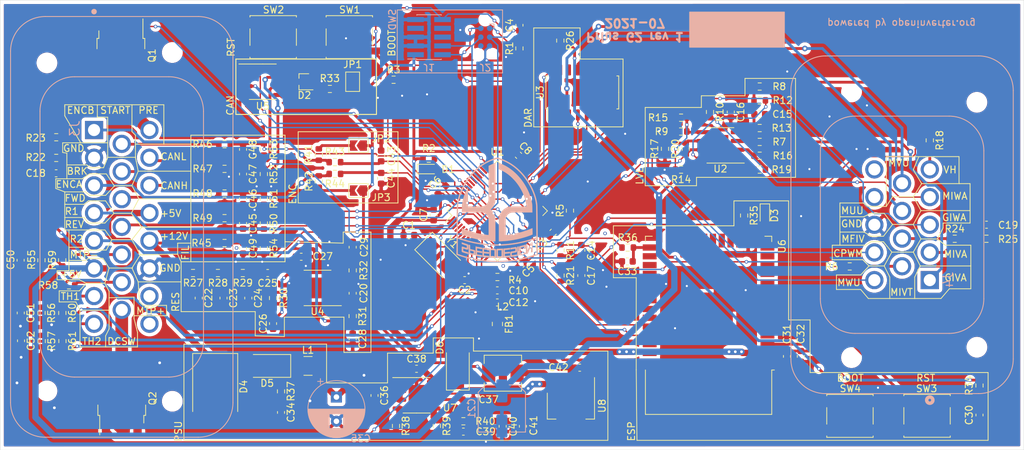
<source format=kicad_pcb>
(kicad_pcb (version 20171130) (host pcbnew 5.1.10-1.fc34)
  (layers (0 F.Cu signal) (31 B.Cu signal) (34 B.Paste user) (35 F.Paste user) (36 B.SilkS user) (37 F.SilkS user) (38 B.Mask user) (39 F.Mask user) (44 Edge.Cuts user))
  (net 0 "")
  (net 1 "Net-(C1-Pad2)")
  (net 2 GND)
  (net 3 "Net-(C2-Pad2)")
  (net 4 +3V3)
  (net 5 /nRESET)
  (net 6 "Net-(C10-Pad1)")
  (net 7 /ADC14)
  (net 8 "Net-(C15-Pad1)")
  (net 9 "Net-(C16-Pad1)")
  (net 10 /ADC13)
  (net 11 "Net-(C19-Pad1)")
  (net 12 +5V)
  (net 13 "Net-(C22-Pad1)")
  (net 14 "Net-(C23-Pad1)")
  (net 15 "Net-(C24-Pad1)")
  (net 16 "Net-(C25-Pad1)")
  (net 17 "Net-(C26-Pad2)")
  (net 18 "Net-(C26-Pad1)")
  (net 19 "Net-(C28-Pad1)")
  (net 20 "Net-(C29-Pad1)")
  (net 21 "Net-(C30-Pad1)")
  (net 22 "Net-(C33-Pad1)")
  (net 23 "Net-(C34-Pad1)")
  (net 24 "Net-(C35-Pad1)")
  (net 25 "Net-(C37-Pad1)")
  (net 26 "Net-(C38-Pad2)")
  (net 27 "Net-(C38-Pad1)")
  (net 28 "Net-(C39-Pad1)")
  (net 29 /TIM3_CH2)
  (net 30 /TIM3_CH1)
  (net 31 /REV)
  (net 32 /ADC4)
  (net 33 /ADC2)
  (net 34 /TIM4_CH1)
  (net 35 /ADC3)
  (net 36 /ADC12)
  (net 37 /ADC11)
  (net 38 /ADC10)
  (net 39 /Communication/CANH)
  (net 40 /Communication/CANL)
  (net 41 +12V)
  (net 42 "Net-(D5-Pad1)")
  (net 43 "Net-(J1-Pad8)")
  (net 44 "Net-(J1-Pad7)")
  (net 45 "Net-(J1-Pad6)")
  (net 46 /SWCLK)
  (net 47 /SWDIO)
  (net 48 "Net-(J2-Pad6)")
  (net 49 "Net-(JP1-Pad1)")
  (net 50 "Net-(JP2-Pad2)")
  (net 51 "Net-(JP3-Pad2)")
  (net 52 /OUT_PRE)
  (net 53 /ADC9)
  (net 54 /OUT_DCSW)
  (net 55 /PC13)
  (net 56 "Net-(D1-Pad2)")
  (net 57 "Net-(R3-Pad1)")
  (net 58 /TIM2_CH2)
  (net 59 /TIM1_BKIN)
  (net 60 /MIVT)
  (net 61 /Connectors/GIVA)
  (net 62 /Connectors/MIVA)
  (net 63 /Connectors/GIWA)
  (net 64 /Connectors/MIWA)
  (net 65 "Net-(R16-Pad1)")
  (net 66 "Net-(R17-Pad1)")
  (net 67 /VH)
  (net 68 /ADC5)
  (net 69 /ADC8)
  (net 70 /MFIV)
  (net 71 "Net-(R26-Pad2)")
  (net 72 /TIM3_ETR)
  (net 73 /R1)
  (net 74 /R2)
  (net 75 "Net-(D3-Pad2)")
  (net 76 "Net-(R35-Pad1)")
  (net 77 "Net-(R38-Pad1)")
  (net 78 /ENC_B)
  (net 79 /ENC_A)
  (net 80 /SIG_START)
  (net 81 /SIG_BRAKE)
  (net 82 /SIG_FWD)
  (net 83 /SIG_REV)
  (net 84 /MTEMP-)
  (net 85 /THROTTLE1)
  (net 86 /THROTTLE2)
  (net 87 /MTEMP+)
  (net 88 "Net-(U1-Pad62)")
  (net 89 "Net-(U1-Pad61)")
  (net 90 "Net-(U1-Pad59)")
  (net 91 "Net-(U1-Pad57)")
  (net 92 "Net-(U1-Pad56)")
  (net 93 "Net-(U1-Pad55)")
  (net 94 "Net-(D1-Pad1)")
  (net 95 "Net-(U1-Pad52)")
  (net 96 "Net-(U1-Pad51)")
  (net 97 "Net-(U1-Pad50)")
  (net 98 /CAN_TX)
  (net 99 /CAN_RX)
  (net 100 /TIM1_CH3)
  (net 101 /TIM1_CH2)
  (net 102 /TIM1_CH1)
  (net 103 "Net-(U1-Pad39)")
  (net 104 "Net-(U1-Pad38)")
  (net 105 "Net-(U1-Pad36)")
  (net 106 /TIM1_CH2N)
  (net 107 "Net-(U1-Pad34)")
  (net 108 /UART3_RX)
  (net 109 /UART3_TX)
  (net 110 "Net-(U1-Pad28)")
  (net 111 "Net-(U1-Pad25)")
  (net 112 "Net-(U1-Pad14)")
  (net 113 "Net-(U1-Pad4)")
  (net 114 "Net-(U1-Pad3)")
  (net 115 "Net-(U6-Pad37)")
  (net 116 "Net-(U6-Pad36)")
  (net 117 "Net-(U6-Pad33)")
  (net 118 "Net-(U6-Pad32)")
  (net 119 "Net-(U6-Pad31)")
  (net 120 "Net-(U6-Pad30)")
  (net 121 "Net-(U6-Pad29)")
  (net 122 "Net-(U6-Pad28)")
  (net 123 "Net-(U6-Pad27)")
  (net 124 "Net-(U6-Pad26)")
  (net 125 "Net-(U6-Pad24)")
  (net 126 "Net-(U6-Pad23)")
  (net 127 "Net-(U6-Pad22)")
  (net 128 "Net-(U6-Pad21)")
  (net 129 "Net-(U6-Pad20)")
  (net 130 "Net-(U6-Pad19)")
  (net 131 "Net-(U6-Pad18)")
  (net 132 "Net-(U6-Pad17)")
  (net 133 "Net-(U6-Pad14)")
  (net 134 "Net-(U6-Pad13)")
  (net 135 "Net-(U6-Pad12)")
  (net 136 "Net-(U6-Pad11)")
  (net 137 "Net-(U6-Pad10)")
  (net 138 "Net-(U6-Pad9)")
  (net 139 "Net-(U6-Pad8)")
  (net 140 "Net-(U6-Pad7)")
  (net 141 "Net-(U6-Pad6)")
  (net 142 "Net-(U6-Pad5)")
  (net 143 "Net-(U6-Pad4)")
  (net 144 "Net-(J3-Pad23)")
  (net 145 "Net-(J3-Pad22)")
  (net 146 "Net-(J4-Pad14)")
  (net 147 "Net-(J4-Pad13)")
  (net 148 "Net-(J4-Pad11)")
  (net 149 "Net-(J4-Pad10)")
  (net 150 "Net-(J4-Pad9)")
  (net 151 "Net-(J4-Pad8)")
  (net 152 "Net-(U3-Pad14)")
  (net 153 "Net-(U3-Pad9)")
  (net 154 "Net-(U3-Pad8)")
  (net 155 "Net-(U3-Pad3)")
  (module prius_gen2_kicad:rsspeed (layer B.Cu) (at 138.5 94.7)
    (fp_text reference G*** hide)
    (fp_text value LOGO hide)
  )
  (module prius_gen2_kicad:MWSA0503 (layer F.Cu) (at 139.35 118.3 180)
    (fp_text reference L2 (at 0 9.6) (layer F.SilkS))
    (fp_text value 10u)
    (pad 2 smd rect (at -2.05 0 180) (size 1.9 2.5) (layers F.Cu F.Paste F.Mask) (net 12 +5V))
    (pad 1 smd rect (at 2.05 0 180) (size 1.9 2.5) (layers F.Cu F.Paste F.Mask) (net 26 "Net-(C38-Pad2)"))
  )
  (module Capacitor_SMD:C_0603_1608Metric (layer F.Cu) (at 125.78 98.348)
    (fp_text reference C1 (at 0 -1.43) (layer F.SilkS))
    (fp_text value 33p)
    (pad 2 smd roundrect (at 0.775 0) (size 0.9 0.95) (layers F.Cu F.Paste F.Mask) (net 1 "Net-(C1-Pad2)"))
    (pad 1 smd roundrect (at -0.775 0) (size 0.9 0.95) (layers F.Cu F.Paste F.Mask) (net 2 GND))
  )
  (module Package_TO_SOT_SMD:TO-252-2 (layer F.Cu) (at 84.329 121.9245 90)
    (fp_text reference Q2 (at -0.0115 4.459 90) (layer F.SilkS))
    (fp_text value IRLZ14SPBF)
    (pad 2 smd rect (at 2.1 0 90) (size 6.4 5.8) (layers F.Cu F.Mask) (net 54 /OUT_DCSW))
    (pad 3 smd rect (at -4.2 2.28 90) (size 2.2 1.2) (layers F.Cu F.Paste F.Mask) (net 2 GND))
    (pad 1 smd rect (at -4.2 -2.28 90) (size 2.2 1.2) (layers F.Cu F.Paste F.Mask) (net 55 /PC13))
  )
  (module Package_TO_SOT_SMD:TO-252-2 (layer F.Cu) (at 84.201 72.39 270)
    (fp_text reference Q1 (at 0 -4.5 90) (layer F.SilkS))
    (fp_text value IRLZ14SPBF)
    (pad 2 smd rect (at 2.1 0 270) (size 6.4 5.8) (layers F.Cu F.Mask) (net 52 /OUT_PRE))
    (pad 3 smd rect (at -4.2 2.28 270) (size 2.2 1.2) (layers F.Cu F.Paste F.Mask) (net 2 GND))
    (pad 1 smd rect (at -4.2 -2.28 270) (size 2.2 1.2) (layers F.Cu F.Paste F.Mask) (net 53 /ADC9))
  )
  (module Crystal:Crystal_SMD_5032-2Pin_5.0x3.2mm (layer F.Cu) (at 130.055 101.348 315)
    (fp_text reference Y1 (at 0 -2.8 135) (layer F.SilkS))
    (fp_text value 8MHz)
    (pad 2 smd rect (at 1.85 0 315) (size 2 2.4) (layers F.Cu F.Paste F.Mask) (net 3 "Net-(C2-Pad2)"))
    (pad 1 smd rect (at -1.85 0 315) (size 2 2.4) (layers F.Cu F.Paste F.Mask) (net 1 "Net-(C1-Pad2)"))
  )
  (module Package_TO_SOT_SMD:SOT-223-3_TabPin2 (layer F.Cu) (at 149.168 123.0275 270)
    (fp_text reference U8 (at 0 -4.5 90) (layer F.SilkS))
    (fp_text value AZ1117-3.3)
    (pad 1 smd rect (at -3.15 -2.3 270) (size 2 1.5) (layers F.Cu F.Paste F.Mask) (net 2 GND))
    (pad 3 smd rect (at -3.15 2.3 270) (size 2 1.5) (layers F.Cu F.Paste F.Mask) (net 12 +5V))
    (pad 2 smd rect (at -3.15 0 270) (size 2 1.5) (layers F.Cu F.Paste F.Mask) (net 4 +3V3))
    (pad 2 smd rect (at 3.15 0 270) (size 2 3.8) (layers F.Cu F.Paste F.Mask) (net 4 +3V3))
  )
  (module Package_SO:SOIC-8-1EP_3.9x4.9mm_P1.27mm_EP2.29x3mm (layer F.Cu) (at 126.8885 121.4955)
    (fp_text reference U7 (at 4.8105 1.8215) (layer F.SilkS))
    (fp_text value LMR14020)
    (pad 9 smd rect (at 0 0) (size 2.29 3) (layers F.Cu F.Mask) (net 2 GND))
    (pad 8 smd roundrect (at 2.475 -1.905) (size 1.95 0.6) (layers F.Cu F.Paste F.Mask) (net 26 "Net-(C38-Pad2)"))
    (pad 7 smd roundrect (at 2.475 -0.635) (size 1.95 0.6) (layers F.Cu F.Paste F.Mask) (net 2 GND))
    (pad 6 smd roundrect (at 2.475 0.635) (size 1.95 0.6) (layers F.Cu F.Paste F.Mask) (net 25 "Net-(C37-Pad1)"))
    (pad 5 smd roundrect (at 2.475 1.905) (size 1.95 0.6) (layers F.Cu F.Paste F.Mask) (net 28 "Net-(C39-Pad1)"))
    (pad 4 smd roundrect (at -2.475 1.905) (size 1.95 0.6) (layers F.Cu F.Paste F.Mask) (net 77 "Net-(R38-Pad1)"))
    (pad 3 smd roundrect (at -2.475 0.635) (size 1.95 0.6) (layers F.Cu F.Paste F.Mask) (net 24 "Net-(C35-Pad1)"))
    (pad 2 smd roundrect (at -2.475 -0.635) (size 1.95 0.6) (layers F.Cu F.Paste F.Mask) (net 24 "Net-(C35-Pad1)"))
    (pad 1 smd roundrect (at -2.475 -1.905) (size 1.95 0.6) (layers F.Cu F.Paste F.Mask) (net 27 "Net-(C38-Pad1)"))
  )
  (module Package_SO:SOIC-8-1EP_3.9x4.9mm_P1.27mm_EP2.29x3mm (layer F.Cu) (at 112.5855 105.9815 180)
    (fp_text reference U4 (at 0 -3.4) (layer F.SilkS))
    (fp_text value TDA2822D)
    (pad 9 smd rect (at 0 0 180) (size 2.29 3) (layers F.Cu F.Mask))
    (pad 8 smd roundrect (at 2.475 -1.905 180) (size 1.95 0.6) (layers F.Cu F.Paste F.Mask) (net 18 "Net-(C26-Pad1)"))
    (pad 7 smd roundrect (at 2.475 -0.635 180) (size 1.95 0.6) (layers F.Cu F.Paste F.Mask) (net 16 "Net-(C25-Pad1)"))
    (pad 6 smd roundrect (at 2.475 0.635 180) (size 1.95 0.6) (layers F.Cu F.Paste F.Mask) (net 2 GND))
    (pad 5 smd roundrect (at 2.475 1.905 180) (size 1.95 0.6) (layers F.Cu F.Paste F.Mask) (net 17 "Net-(C26-Pad2)"))
    (pad 4 smd roundrect (at -2.475 1.905 180) (size 1.95 0.6) (layers F.Cu F.Paste F.Mask) (net 2 GND))
    (pad 3 smd roundrect (at -2.475 0.635 180) (size 1.95 0.6) (layers F.Cu F.Paste F.Mask) (net 74 /R2))
    (pad 2 smd roundrect (at -2.475 -0.635 180) (size 1.95 0.6) (layers F.Cu F.Paste F.Mask) (net 12 +5V))
    (pad 1 smd roundrect (at -2.475 -1.905 180) (size 1.95 0.6) (layers F.Cu F.Paste F.Mask) (net 73 /R1))
  )
  (module Package_SO:SOIC-16_4.55x10.3mm_P1.27mm (layer F.Cu) (at 150.8125 77.724 90)
    (fp_text reference U3 (at 0 -6.1 90) (layer F.SilkS))
    (fp_text value ULN2003A)
    (pad 16 smd roundrect (at 3.25 -4.445 90) (size 1.6 0.55) (layers F.Cu F.Paste F.Mask) (net 59 /TIM1_BKIN))
    (pad 15 smd roundrect (at 3.25 -3.175 90) (size 1.6 0.55) (layers F.Cu F.Paste F.Mask) (net 71 "Net-(R26-Pad2)"))
    (pad 14 smd roundrect (at 3.25 -1.905 90) (size 1.6 0.55) (layers F.Cu F.Paste F.Mask) (net 152 "Net-(U3-Pad14)"))
    (pad 13 smd roundrect (at 3.25 -0.635 90) (size 1.6 0.55) (layers F.Cu F.Paste F.Mask) (net 151 "Net-(J4-Pad8)"))
    (pad 12 smd roundrect (at 3.25 0.635 90) (size 1.6 0.55) (layers F.Cu F.Paste F.Mask) (net 150 "Net-(J4-Pad9)"))
    (pad 11 smd roundrect (at 3.25 1.905 90) (size 1.6 0.55) (layers F.Cu F.Paste F.Mask) (net 149 "Net-(J4-Pad10)"))
    (pad 10 smd roundrect (at 3.25 3.175 90) (size 1.6 0.55) (layers F.Cu F.Paste F.Mask) (net 148 "Net-(J4-Pad11)"))
    (pad 9 smd roundrect (at 3.25 4.445 90) (size 1.6 0.55) (layers F.Cu F.Paste F.Mask) (net 153 "Net-(U3-Pad9)"))
    (pad 8 smd roundrect (at -3.25 4.445 90) (size 1.6 0.55) (layers F.Cu F.Paste F.Mask) (net 154 "Net-(U3-Pad8)"))
    (pad 7 smd roundrect (at -3.25 3.175 90) (size 1.6 0.55) (layers F.Cu F.Paste F.Mask) (net 102 /TIM1_CH1))
    (pad 6 smd roundrect (at -3.25 1.905 90) (size 1.6 0.55) (layers F.Cu F.Paste F.Mask) (net 101 /TIM1_CH2))
    (pad 5 smd roundrect (at -3.25 0.635 90) (size 1.6 0.55) (layers F.Cu F.Paste F.Mask) (net 100 /TIM1_CH3))
    (pad 4 smd roundrect (at -3.25 -0.635 90) (size 1.6 0.55) (layers F.Cu F.Paste F.Mask) (net 106 /TIM1_CH2N))
    (pad 3 smd roundrect (at -3.25 -1.905 90) (size 1.6 0.55) (layers F.Cu F.Paste F.Mask) (net 155 "Net-(U3-Pad3)"))
    (pad 2 smd roundrect (at -3.25 -3.175 90) (size 1.6 0.55) (layers F.Cu F.Paste F.Mask) (net 11 "Net-(C19-Pad1)"))
    (pad 1 smd roundrect (at -3.25 -4.445 90) (size 1.6 0.55) (layers F.Cu F.Paste F.Mask) (net 71 "Net-(R26-Pad2)"))
  )
  (module Package_SO:SOIC-8-1EP_3.9x4.9mm_P1.27mm_EP2.29x3mm (layer F.Cu) (at 170.7495 85.3725 180)
    (fp_text reference U2 (at 0 -3.4) (layer F.SilkS))
    (fp_text value MCP602)
    (pad 9 smd rect (at 0 0 180) (size 2.29 3) (layers F.Cu F.Mask))
    (pad 8 smd roundrect (at 2.475 -1.905 180) (size 1.95 0.6) (layers F.Cu F.Paste F.Mask) (net 12 +5V))
    (pad 7 smd roundrect (at 2.475 -0.635 180) (size 1.95 0.6) (layers F.Cu F.Paste F.Mask) (net 69 /ADC8))
    (pad 6 smd roundrect (at 2.475 0.635 180) (size 1.95 0.6) (layers F.Cu F.Paste F.Mask) (net 66 "Net-(R17-Pad1)"))
    (pad 5 smd roundrect (at 2.475 1.905 180) (size 1.95 0.6) (layers F.Cu F.Paste F.Mask) (net 9 "Net-(C16-Pad1)"))
    (pad 4 smd roundrect (at -2.475 1.905 180) (size 1.95 0.6) (layers F.Cu F.Paste F.Mask) (net 2 GND))
    (pad 3 smd roundrect (at -2.475 0.635 180) (size 1.95 0.6) (layers F.Cu F.Paste F.Mask) (net 8 "Net-(C15-Pad1)"))
    (pad 2 smd roundrect (at -2.475 -0.635 180) (size 1.95 0.6) (layers F.Cu F.Paste F.Mask) (net 65 "Net-(R16-Pad1)"))
    (pad 1 smd roundrect (at -2.475 -1.905 180) (size 1.95 0.6) (layers F.Cu F.Paste F.Mask) (net 68 /ADC5))
  )
  (module LED_SMD:LED_0603_1608Metric_Castellated (layer F.Cu) (at 177.1765 95.522 270)
    (fp_text reference D3 (at 0 -1.38 90) (layer F.SilkS))
    (fp_text value LED)
    (pad 2 smd roundrect (at 0.8125 0 270) (size 1.225 0.85) (layers F.Cu F.Paste F.Mask) (net 75 "Net-(D3-Pad2)"))
    (pad 1 smd roundrect (at -0.8125 0 270) (size 1.225 0.85) (layers F.Cu F.Paste F.Mask) (net 2 GND))
  )
  (module LED_SMD:LED_0603_1608Metric_Castellated (layer F.Cu) (at 128.671 88.8005)
    (fp_text reference D1 (at 2.774 0.036) (layer F.SilkS))
    (fp_text value LED)
    (pad 2 smd roundrect (at 0.8125 0) (size 1.225 0.85) (layers F.Cu F.Paste F.Mask) (net 56 "Net-(D1-Pad2)"))
    (pad 1 smd roundrect (at -0.8125 0) (size 1.225 0.85) (layers F.Cu F.Paste F.Mask) (net 94 "Net-(D1-Pad1)"))
  )
  (module Downloads:TE_776262-2 (layer B.Cu) (at 196.978 96.8485 90)
    (fp_text reference J4 (at -7.9485 6.6515 270) (layer B.SilkS) (effects (font (size 1.400244 1.400244)) (justify mirror)))
    (fp_text value Conn_01x14)
    (pad None np_thru_hole circle (at 19.2 -7.3 90) (size 2 2) (drill 2) (layers *.Cu *.Mask))
    (pad None np_thru_hole circle (at -19.2 -7.3 90) (size 2 2) (drill 2) (layers *.Cu *.Mask))
    (pad None np_thru_hole circle (at 17.7 10.8 90) (size 2 2) (drill 2) (layers *.Cu *.Mask))
    (pad None np_thru_hole circle (at -17.7 10.8 90) (size 2 2) (drill 2) (layers *.Cu *.Mask))
    (pad 14 thru_hole circle (at 8 -4 90) (size 2.625 2.625) (drill 1.75) (layers *.Cu *.Mask) (net 146 "Net-(J4-Pad14)"))
    (pad 13 thru_hole circle (at 4 -4 90) (size 2.625 2.625) (drill 1.75) (layers *.Cu *.Mask) (net 147 "Net-(J4-Pad13)"))
    (pad 12 thru_hole circle (at 0 -4 90) (size 2.625 2.625) (drill 1.75) (layers *.Cu *.Mask) (net 2 GND))
    (pad 11 thru_hole circle (at -4 -4 90) (size 2.625 2.625) (drill 1.75) (layers *.Cu *.Mask) (net 148 "Net-(J4-Pad11)"))
    (pad 10 thru_hole circle (at -8 -4 90) (size 2.625 2.625) (drill 1.75) (layers *.Cu *.Mask) (net 149 "Net-(J4-Pad10)"))
    (pad 9 thru_hole circle (at 6 0 90) (size 2.625 2.625) (drill 1.75) (layers *.Cu *.Mask) (net 150 "Net-(J4-Pad9)"))
    (pad 8 thru_hole circle (at 2 0 90) (size 2.625 2.625) (drill 1.75) (layers *.Cu *.Mask) (net 151 "Net-(J4-Pad8)"))
    (pad 7 thru_hole circle (at -2 0 90) (size 2.625 2.625) (drill 1.75) (layers *.Cu *.Mask) (net 70 /MFIV))
    (pad 6 thru_hole circle (at -6 0 90) (size 2.625 2.625) (drill 1.75) (layers *.Cu *.Mask) (net 60 /MIVT))
    (pad 5 thru_hole circle (at 8 4 90) (size 2.625 2.625) (drill 1.75) (layers *.Cu *.Mask) (net 67 /VH))
    (pad 4 thru_hole circle (at 4 4 90) (size 2.625 2.625) (drill 1.75) (layers *.Cu *.Mask) (net 64 /Connectors/MIWA))
    (pad 3 thru_hole circle (at 0 4 90) (size 2.625 2.625) (drill 1.75) (layers *.Cu *.Mask) (net 63 /Connectors/GIWA))
    (pad 2 thru_hole circle (at -4 4 90) (size 2.625 2.625) (drill 1.75) (layers *.Cu *.Mask) (net 62 /Connectors/MIVA))
    (pad 1 thru_hole rect (at -8 4 90) (size 2.625 2.625) (drill 1.75) (layers *.Cu *.Mask) (net 61 /Connectors/GIVA))
  )
  (module Downloads:TE_776228-1 (layer B.Cu) (at 84.328 97.155 270)
    (fp_text reference J3 (at -14.224 6.7945 270) (layer B.SilkS) (effects (font (size 1.402283 1.402283)) (justify mirror)))
    (fp_text value Conn_01x23)
    (pad None np_thru_hole circle (at 25.2 -7.3 270) (size 2 2) (drill 2) (layers *.Cu *.Mask))
    (pad None np_thru_hole circle (at -25.2 -7.3 270) (size 2 2) (drill 2) (layers *.Cu *.Mask))
    (pad None np_thru_hole circle (at 23.7 10.8 270) (size 2 2) (drill 2) (layers *.Cu *.Mask))
    (pad None np_thru_hole circle (at -23.7 10.8 270) (size 2 2) (drill 2) (layers *.Cu *.Mask))
    (pad 23 thru_hole circle (at 14 -4 270) (size 2.625 2.625) (drill 1.75) (layers *.Cu *.Mask) (net 144 "Net-(J3-Pad23)"))
    (pad 22 thru_hole circle (at 10 -4 270) (size 2.625 2.625) (drill 1.75) (layers *.Cu *.Mask) (net 145 "Net-(J3-Pad22)"))
    (pad 21 thru_hole circle (at 6 -4 270) (size 2.625 2.625) (drill 1.75) (layers *.Cu *.Mask) (net 2 GND))
    (pad 20 thru_hole circle (at 2 -4 270) (size 2.625 2.625) (drill 1.75) (layers *.Cu *.Mask) (net 41 +12V))
    (pad 19 thru_hole circle (at -2 -4 270) (size 2.625 2.625) (drill 1.75) (layers *.Cu *.Mask) (net 12 +5V))
    (pad 18 thru_hole circle (at -6 -4 270) (size 2.625 2.625) (drill 1.75) (layers *.Cu *.Mask) (net 39 /Communication/CANH))
    (pad 17 thru_hole circle (at -10 -4 270) (size 2.625 2.625) (drill 1.75) (layers *.Cu *.Mask) (net 40 /Communication/CANL))
    (pad 16 thru_hole circle (at -14 -4 270) (size 2.625 2.625) (drill 1.75) (layers *.Cu *.Mask) (net 52 /OUT_PRE))
    (pad 15 thru_hole circle (at 12 0 270) (size 2.625 2.625) (drill 1.75) (layers *.Cu *.Mask) (net 54 /OUT_DCSW))
    (pad 14 thru_hole circle (at 8 0 270) (size 2.625 2.625) (drill 1.75) (layers *.Cu *.Mask) (net 87 /MTEMP+))
    (pad 13 thru_hole circle (at 4 0 270) (size 2.625 2.625) (drill 1.75) (layers *.Cu *.Mask) (net 84 /MTEMP-))
    (pad 12 thru_hole circle (at 0 0 270) (size 2.625 2.625) (drill 1.75) (layers *.Cu *.Mask) (net 83 /SIG_REV))
    (pad 11 thru_hole circle (at -4 0 270) (size 2.625 2.625) (drill 1.75) (layers *.Cu *.Mask) (net 82 /SIG_FWD))
    (pad 10 thru_hole circle (at -8 0 270) (size 2.625 2.625) (drill 1.75) (layers *.Cu *.Mask) (net 81 /SIG_BRAKE))
    (pad 9 thru_hole circle (at -12 0 270) (size 2.625 2.625) (drill 1.75) (layers *.Cu *.Mask) (net 80 /SIG_START))
    (pad 8 thru_hole circle (at 14 4 270) (size 2.625 2.625) (drill 1.75) (layers *.Cu *.Mask) (net 86 /THROTTLE2))
    (pad 7 thru_hole circle (at 10 4 270) (size 2.625 2.625) (drill 1.75) (layers *.Cu *.Mask) (net 85 /THROTTLE1))
    (pad 6 thru_hole circle (at 6 4 270) (size 2.625 2.625) (drill 1.75) (layers *.Cu *.Mask) (net 12 +5V))
    (pad 5 thru_hole circle (at 2 4 270) (size 2.625 2.625) (drill 1.75) (layers *.Cu *.Mask) (net 74 /R2))
    (pad 4 thru_hole circle (at -2 4 270) (size 2.625 2.625) (drill 1.75) (layers *.Cu *.Mask) (net 73 /R1))
    (pad 3 thru_hole circle (at -6 4 270) (size 2.625 2.625) (drill 1.75) (layers *.Cu *.Mask) (net 79 /ENC_A))
    (pad 2 thru_hole circle (at -10 4 270) (size 2.625 2.625) (drill 1.75) (layers *.Cu *.Mask) (net 2 GND))
    (pad 1 thru_hole rect (at -14 4 270) (size 2.625 2.625) (drill 1.75) (layers *.Cu *.Mask) (net 78 /ENC_B))
  )
  (module RF_Module:ESP32-WROOM-32 (layer F.Cu) (at 169.0415 108.389 180)
    (fp_text reference U6 (at -10.61 8.43 90) (layer F.SilkS))
    (fp_text value ESP32-WROOM-32)
    (pad 38 smd rect (at 8.5 -8.255 180) (size 2 0.9) (layers F.Cu F.Paste F.Mask) (net 2 GND))
    (pad 37 smd rect (at 8.5 -6.985 180) (size 2 0.9) (layers F.Cu F.Paste F.Mask) (net 115 "Net-(U6-Pad37)"))
    (pad 36 smd rect (at 8.5 -5.715 180) (size 2 0.9) (layers F.Cu F.Paste F.Mask) (net 116 "Net-(U6-Pad36)"))
    (pad 35 smd rect (at 8.5 -4.445 180) (size 2 0.9) (layers F.Cu F.Paste F.Mask) (net 108 /UART3_RX))
    (pad 34 smd rect (at 8.5 -3.175 180) (size 2 0.9) (layers F.Cu F.Paste F.Mask) (net 109 /UART3_TX))
    (pad 33 smd rect (at 8.5 -1.905 180) (size 2 0.9) (layers F.Cu F.Paste F.Mask) (net 117 "Net-(U6-Pad33)"))
    (pad 32 smd rect (at 8.5 -0.635 180) (size 2 0.9) (layers F.Cu F.Paste F.Mask) (net 118 "Net-(U6-Pad32)"))
    (pad 31 smd rect (at 8.5 0.635 180) (size 2 0.9) (layers F.Cu F.Paste F.Mask) (net 119 "Net-(U6-Pad31)"))
    (pad 30 smd rect (at 8.5 1.905 180) (size 2 0.9) (layers F.Cu F.Paste F.Mask) (net 120 "Net-(U6-Pad30)"))
    (pad 29 smd rect (at 8.5 3.175 180) (size 2 0.9) (layers F.Cu F.Paste F.Mask) (net 121 "Net-(U6-Pad29)"))
    (pad 28 smd rect (at 8.5 4.445 180) (size 2 0.9) (layers F.Cu F.Paste F.Mask) (net 122 "Net-(U6-Pad28)"))
    (pad 27 smd rect (at 8.5 5.715 180) (size 2 0.9) (layers F.Cu F.Paste F.Mask) (net 123 "Net-(U6-Pad27)"))
    (pad 26 smd rect (at 8.5 6.985 180) (size 2 0.9) (layers F.Cu F.Paste F.Mask) (net 124 "Net-(U6-Pad26)"))
    (pad 25 smd rect (at 8.5 8.255 180) (size 2 0.9) (layers F.Cu F.Paste F.Mask) (net 22 "Net-(C33-Pad1)"))
    (pad 24 smd rect (at 5.715 9.255 270) (size 2 0.9) (layers F.Cu F.Paste F.Mask) (net 125 "Net-(U6-Pad24)"))
    (pad 23 smd rect (at 4.445 9.255 270) (size 2 0.9) (layers F.Cu F.Paste F.Mask) (net 126 "Net-(U6-Pad23)"))
    (pad 22 smd rect (at 3.175 9.255 270) (size 2 0.9) (layers F.Cu F.Paste F.Mask) (net 127 "Net-(U6-Pad22)"))
    (pad 21 smd rect (at 1.905 9.255 270) (size 2 0.9) (layers F.Cu F.Paste F.Mask) (net 128 "Net-(U6-Pad21)"))
    (pad 20 smd rect (at 0.635 9.255 270) (size 2 0.9) (layers F.Cu F.Paste F.Mask) (net 129 "Net-(U6-Pad20)"))
    (pad 19 smd rect (at -0.635 9.255 270) (size 2 0.9) (layers F.Cu F.Paste F.Mask) (net 130 "Net-(U6-Pad19)"))
    (pad 18 smd rect (at -1.905 9.255 270) (size 2 0.9) (layers F.Cu F.Paste F.Mask) (net 131 "Net-(U6-Pad18)"))
    (pad 17 smd rect (at -3.175 9.255 270) (size 2 0.9) (layers F.Cu F.Paste F.Mask) (net 132 "Net-(U6-Pad17)"))
    (pad 16 smd rect (at -4.445 9.255 270) (size 2 0.9) (layers F.Cu F.Paste F.Mask) (net 76 "Net-(R35-Pad1)"))
    (pad 15 smd rect (at -5.715 9.255 270) (size 2 0.9) (layers F.Cu F.Paste F.Mask) (net 2 GND))
    (pad 14 smd rect (at -8.5 8.255 180) (size 2 0.9) (layers F.Cu F.Paste F.Mask) (net 133 "Net-(U6-Pad14)"))
    (pad 13 smd rect (at -8.5 6.985 180) (size 2 0.9) (layers F.Cu F.Paste F.Mask) (net 134 "Net-(U6-Pad13)"))
    (pad 12 smd rect (at -8.5 5.715 180) (size 2 0.9) (layers F.Cu F.Paste F.Mask) (net 135 "Net-(U6-Pad12)"))
    (pad 11 smd rect (at -8.5 4.445 180) (size 2 0.9) (layers F.Cu F.Paste F.Mask) (net 136 "Net-(U6-Pad11)"))
    (pad 10 smd rect (at -8.5 3.175 180) (size 2 0.9) (layers F.Cu F.Paste F.Mask) (net 137 "Net-(U6-Pad10)"))
    (pad 9 smd rect (at -8.5 1.905 180) (size 2 0.9) (layers F.Cu F.Paste F.Mask) (net 138 "Net-(U6-Pad9)"))
    (pad 8 smd rect (at -8.5 0.635 180) (size 2 0.9) (layers F.Cu F.Paste F.Mask) (net 139 "Net-(U6-Pad8)"))
    (pad 7 smd rect (at -8.5 -0.635 180) (size 2 0.9) (layers F.Cu F.Paste F.Mask) (net 140 "Net-(U6-Pad7)"))
    (pad 6 smd rect (at -8.5 -1.905 180) (size 2 0.9) (layers F.Cu F.Paste F.Mask) (net 141 "Net-(U6-Pad6)"))
    (pad 5 smd rect (at -8.5 -3.175 180) (size 2 0.9) (layers F.Cu F.Paste F.Mask) (net 142 "Net-(U6-Pad5)"))
    (pad 4 smd rect (at -8.5 -4.445 180) (size 2 0.9) (layers F.Cu F.Paste F.Mask) (net 143 "Net-(U6-Pad4)"))
    (pad 3 smd rect (at -8.5 -5.715 180) (size 2 0.9) (layers F.Cu F.Paste F.Mask) (net 21 "Net-(C30-Pad1)"))
    (pad 2 smd rect (at -8.5 -6.985 180) (size 2 0.9) (layers F.Cu F.Paste F.Mask) (net 4 +3V3))
    (pad 1 smd rect (at -8.5 -8.255 180) (size 2 0.9) (layers F.Cu F.Paste F.Mask) (net 2 GND))
    (pad 39 smd rect (at -1 -0.755 180) (size 5 5) (layers F.Cu F.Paste F.Mask) (net 2 GND))
  )
  (module Package_SO:SOIC-8_3.9x4.9mm_P1.27mm (layer F.Cu) (at 104.685 76.18)
    (fp_text reference U5 (at 0 3.5125) (layer F.SilkS))
    (fp_text value TJA1051T-3)
    (pad 8 smd roundrect (at 2.475 -1.905) (size 1.95 0.6) (layers F.Cu F.Paste F.Mask) (net 2 GND))
    (pad 7 smd roundrect (at 2.475 -0.635) (size 1.95 0.6) (layers F.Cu F.Paste F.Mask) (net 39 /Communication/CANH))
    (pad 6 smd roundrect (at 2.475 0.635) (size 1.95 0.6) (layers F.Cu F.Paste F.Mask) (net 40 /Communication/CANL))
    (pad 5 smd roundrect (at 2.475 1.905) (size 1.95 0.6) (layers F.Cu F.Paste F.Mask) (net 4 +3V3))
    (pad 4 smd roundrect (at -2.475 1.905) (size 1.95 0.6) (layers F.Cu F.Paste F.Mask) (net 99 /CAN_RX))
    (pad 3 smd roundrect (at -2.475 0.635) (size 1.95 0.6) (layers F.Cu F.Paste F.Mask) (net 12 +5V))
    (pad 2 smd roundrect (at -2.475 -0.635) (size 1.95 0.6) (layers F.Cu F.Paste F.Mask) (net 2 GND))
    (pad 1 smd roundrect (at -2.475 -1.905) (size 1.95 0.6) (layers F.Cu F.Paste F.Mask) (net 98 /CAN_TX))
  )
  (module Package_QFP:LQFP-64_10x10mm_P0.5mm (layer F.Cu) (at 138.555 94.848 45)
    (fp_text reference U1 (at 6.010408 -6.010408 180) (layer F.SilkS))
    (fp_text value STM32F103RBTx)
    (pad 1 smd roundrect (at -5.675 -3.75 45) (size 1.55 0.3) (layers F.Cu F.Paste F.Mask) (net 4 +3V3))
    (pad 2 smd roundrect (at -5.675 -3.25 45) (size 1.55 0.3) (layers F.Cu F.Paste F.Mask) (net 55 /PC13))
    (pad 3 smd roundrect (at -5.675 -2.75 45) (size 1.55 0.3) (layers F.Cu F.Paste F.Mask) (net 114 "Net-(U1-Pad3)"))
    (pad 4 smd roundrect (at -5.675 -2.25 45) (size 1.55 0.3) (layers F.Cu F.Paste F.Mask) (net 113 "Net-(U1-Pad4)"))
    (pad 5 smd roundrect (at -5.675 -1.75 45) (size 1.55 0.3) (layers F.Cu F.Paste F.Mask) (net 1 "Net-(C1-Pad2)"))
    (pad 6 smd roundrect (at -5.675 -1.25 45) (size 1.55 0.3) (layers F.Cu F.Paste F.Mask) (net 3 "Net-(C2-Pad2)"))
    (pad 7 smd roundrect (at -5.675 -0.75 45) (size 1.55 0.3) (layers F.Cu F.Paste F.Mask) (net 5 /nRESET))
    (pad 8 smd roundrect (at -5.675 -0.25 45) (size 1.55 0.3) (layers F.Cu F.Paste F.Mask) (net 38 /ADC10))
    (pad 9 smd roundrect (at -5.675 0.25 45) (size 1.55 0.3) (layers F.Cu F.Paste F.Mask) (net 37 /ADC11))
    (pad 10 smd roundrect (at -5.675 0.75 45) (size 1.55 0.3) (layers F.Cu F.Paste F.Mask) (net 36 /ADC12))
    (pad 11 smd roundrect (at -5.675 1.25 45) (size 1.55 0.3) (layers F.Cu F.Paste F.Mask) (net 10 /ADC13))
    (pad 12 smd roundrect (at -5.675 1.75 45) (size 1.55 0.3) (layers F.Cu F.Paste F.Mask) (net 2 GND))
    (pad 13 smd roundrect (at -5.675 2.25 45) (size 1.55 0.3) (layers F.Cu F.Paste F.Mask) (net 6 "Net-(C10-Pad1)"))
    (pad 14 smd roundrect (at -5.675 2.75 45) (size 1.55 0.3) (layers F.Cu F.Paste F.Mask) (net 112 "Net-(U1-Pad14)"))
    (pad 15 smd roundrect (at -5.675 3.25 45) (size 1.55 0.3) (layers F.Cu F.Paste F.Mask) (net 58 /TIM2_CH2))
    (pad 16 smd roundrect (at -5.675 3.75 45) (size 1.55 0.3) (layers F.Cu F.Paste F.Mask) (net 33 /ADC2))
    (pad 17 smd roundrect (at -3.75 5.675 45) (size 0.3 1.55) (layers F.Cu F.Paste F.Mask) (net 35 /ADC3))
    (pad 18 smd roundrect (at -3.25 5.675 45) (size 0.3 1.55) (layers F.Cu F.Paste F.Mask) (net 2 GND))
    (pad 19 smd roundrect (at -2.75 5.675 45) (size 0.3 1.55) (layers F.Cu F.Paste F.Mask) (net 4 +3V3))
    (pad 20 smd roundrect (at -2.25 5.675 45) (size 0.3 1.55) (layers F.Cu F.Paste F.Mask) (net 32 /ADC4))
    (pad 21 smd roundrect (at -1.75 5.675 45) (size 0.3 1.55) (layers F.Cu F.Paste F.Mask) (net 68 /ADC5))
    (pad 22 smd roundrect (at -1.25 5.675 45) (size 0.3 1.55) (layers F.Cu F.Paste F.Mask) (net 30 /TIM3_CH1))
    (pad 23 smd roundrect (at -0.75 5.675 45) (size 0.3 1.55) (layers F.Cu F.Paste F.Mask) (net 29 /TIM3_CH2))
    (pad 24 smd roundrect (at -0.25 5.675 45) (size 0.3 1.55) (layers F.Cu F.Paste F.Mask) (net 7 /ADC14))
    (pad 25 smd roundrect (at 0.25 5.675 45) (size 0.3 1.55) (layers F.Cu F.Paste F.Mask) (net 111 "Net-(U1-Pad25)"))
    (pad 26 smd roundrect (at 0.75 5.675 45) (size 0.3 1.55) (layers F.Cu F.Paste F.Mask) (net 69 /ADC8))
    (pad 27 smd roundrect (at 1.25 5.675 45) (size 0.3 1.55) (layers F.Cu F.Paste F.Mask) (net 53 /ADC9))
    (pad 28 smd roundrect (at 1.75 5.675 45) (size 0.3 1.55) (layers F.Cu F.Paste F.Mask) (net 110 "Net-(U1-Pad28)"))
    (pad 29 smd roundrect (at 2.25 5.675 45) (size 0.3 1.55) (layers F.Cu F.Paste F.Mask) (net 109 /UART3_TX))
    (pad 30 smd roundrect (at 2.75 5.675 45) (size 0.3 1.55) (layers F.Cu F.Paste F.Mask) (net 108 /UART3_RX))
    (pad 31 smd roundrect (at 3.25 5.675 45) (size 0.3 1.55) (layers F.Cu F.Paste F.Mask) (net 2 GND))
    (pad 32 smd roundrect (at 3.75 5.675 45) (size 0.3 1.55) (layers F.Cu F.Paste F.Mask) (net 4 +3V3))
    (pad 33 smd roundrect (at 5.675 3.75 45) (size 1.55 0.3) (layers F.Cu F.Paste F.Mask) (net 59 /TIM1_BKIN))
    (pad 34 smd roundrect (at 5.675 3.25 45) (size 1.55 0.3) (layers F.Cu F.Paste F.Mask) (net 107 "Net-(U1-Pad34)"))
    (pad 35 smd roundrect (at 5.675 2.75 45) (size 1.55 0.3) (layers F.Cu F.Paste F.Mask) (net 106 /TIM1_CH2N))
    (pad 36 smd roundrect (at 5.675 2.25 45) (size 1.55 0.3) (layers F.Cu F.Paste F.Mask) (net 105 "Net-(U1-Pad36)"))
    (pad 37 smd roundrect (at 5.675 1.75 45) (size 1.55 0.3) (layers F.Cu F.Paste F.Mask) (net 31 /REV))
    (pad 38 smd roundrect (at 5.675 1.25 45) (size 1.55 0.3) (layers F.Cu F.Paste F.Mask) (net 104 "Net-(U1-Pad38)"))
    (pad 39 smd roundrect (at 5.675 0.75 45) (size 1.55 0.3) (layers F.Cu F.Paste F.Mask) (net 103 "Net-(U1-Pad39)"))
    (pad 40 smd roundrect (at 5.675 0.25 45) (size 1.55 0.3) (layers F.Cu F.Paste F.Mask) (net 59 /TIM1_BKIN))
    (pad 41 smd roundrect (at 5.675 -0.25 45) (size 1.55 0.3) (layers F.Cu F.Paste F.Mask) (net 102 /TIM1_CH1))
    (pad 42 smd roundrect (at 5.675 -0.75 45) (size 1.55 0.3) (layers F.Cu F.Paste F.Mask) (net 101 /TIM1_CH2))
    (pad 43 smd roundrect (at 5.675 -1.25 45) (size 1.55 0.3) (layers F.Cu F.Paste F.Mask) (net 100 /TIM1_CH3))
    (pad 44 smd roundrect (at 5.675 -1.75 45) (size 1.55 0.3) (layers F.Cu F.Paste F.Mask) (net 99 /CAN_RX))
    (pad 45 smd roundrect (at 5.675 -2.25 45) (size 1.55 0.3) (layers F.Cu F.Paste F.Mask) (net 98 /CAN_TX))
    (pad 46 smd roundrect (at 5.675 -2.75 45) (size 1.55 0.3) (layers F.Cu F.Paste F.Mask) (net 47 /SWDIO))
    (pad 47 smd roundrect (at 5.675 -3.25 45) (size 1.55 0.3) (layers F.Cu F.Paste F.Mask) (net 2 GND))
    (pad 48 smd roundrect (at 5.675 -3.75 45) (size 1.55 0.3) (layers F.Cu F.Paste F.Mask) (net 4 +3V3))
    (pad 49 smd roundrect (at 3.75 -5.675 45) (size 0.3 1.55) (layers F.Cu F.Paste F.Mask) (net 46 /SWCLK))
    (pad 50 smd roundrect (at 3.25 -5.675 45) (size 0.3 1.55) (layers F.Cu F.Paste F.Mask) (net 97 "Net-(U1-Pad50)"))
    (pad 51 smd roundrect (at 2.75 -5.675 45) (size 0.3 1.55) (layers F.Cu F.Paste F.Mask) (net 96 "Net-(U1-Pad51)"))
    (pad 52 smd roundrect (at 2.25 -5.675 45) (size 0.3 1.55) (layers F.Cu F.Paste F.Mask) (net 95 "Net-(U1-Pad52)"))
    (pad 53 smd roundrect (at 1.75 -5.675 45) (size 0.3 1.55) (layers F.Cu F.Paste F.Mask) (net 94 "Net-(D1-Pad1)"))
    (pad 54 smd roundrect (at 1.25 -5.675 45) (size 0.3 1.55) (layers F.Cu F.Paste F.Mask) (net 72 /TIM3_ETR))
    (pad 55 smd roundrect (at 0.75 -5.675 45) (size 0.3 1.55) (layers F.Cu F.Paste F.Mask) (net 93 "Net-(U1-Pad55)"))
    (pad 56 smd roundrect (at 0.25 -5.675 45) (size 0.3 1.55) (layers F.Cu F.Paste F.Mask) (net 92 "Net-(U1-Pad56)"))
    (pad 57 smd roundrect (at -0.25 -5.675 45) (size 0.3 1.55) (layers F.Cu F.Paste F.Mask) (net 91 "Net-(U1-Pad57)"))
    (pad 58 smd roundrect (at -0.75 -5.675 45) (size 0.3 1.55) (layers F.Cu F.Paste F.Mask) (net 34 /TIM4_CH1))
    (pad 59 smd roundrect (at -1.25 -5.675 45) (size 0.3 1.55) (layers F.Cu F.Paste F.Mask) (net 90 "Net-(U1-Pad59)"))
    (pad 60 smd roundrect (at -1.75 -5.675 45) (size 0.3 1.55) (layers F.Cu F.Paste F.Mask) (net 57 "Net-(R3-Pad1)"))
    (pad 61 smd roundrect (at -2.25 -5.675 45) (size 0.3 1.55) (layers F.Cu F.Paste F.Mask) (net 89 "Net-(U1-Pad61)"))
    (pad 62 smd roundrect (at -2.75 -5.675 45) (size 0.3 1.55) (layers F.Cu F.Paste F.Mask) (net 88 "Net-(U1-Pad62)"))
    (pad 63 smd roundrect (at -3.25 -5.675 45) (size 0.3 1.55) (layers F.Cu F.Paste F.Mask) (net 2 GND))
    (pad 64 smd roundrect (at -3.75 -5.675 45) (size 0.3 1.55) (layers F.Cu F.Paste F.Mask) (net 4 +3V3))
  )
  (module Button_Switch_SMD:SW_SPST_EVQQ2 (layer F.Cu) (at 189.454 124.4665)
    (fp_text reference SW4 (at 0.05 -3.95) (layer F.SilkS))
    (fp_text value BOOT)
    (pad 2 smd rect (at 3.4 2) (size 3.2 1) (layers F.Cu F.Paste F.Mask) (net 2 GND))
    (pad 2 smd rect (at -3.4 2) (size 3.2 1) (layers F.Cu F.Paste F.Mask) (net 2 GND))
    (pad 1 smd rect (at -3.4 -2) (size 3.2 1) (layers F.Cu F.Paste F.Mask) (net 22 "Net-(C33-Pad1)"))
    (pad 1 smd rect (at 3.4 -2) (size 3.2 1) (layers F.Cu F.Paste F.Mask) (net 22 "Net-(C33-Pad1)"))
  )
  (module Button_Switch_SMD:SW_SPST_EVQQ2 (layer F.Cu) (at 200.5815 124.46)
    (fp_text reference SW3 (at -0.0635 -3.937) (layer F.SilkS))
    (fp_text value RESET)
    (pad 2 smd rect (at 3.4 2) (size 3.2 1) (layers F.Cu F.Paste F.Mask) (net 2 GND))
    (pad 2 smd rect (at -3.4 2) (size 3.2 1) (layers F.Cu F.Paste F.Mask) (net 2 GND))
    (pad 1 smd rect (at -3.4 -2) (size 3.2 1) (layers F.Cu F.Paste F.Mask) (net 21 "Net-(C30-Pad1)"))
    (pad 1 smd rect (at 3.4 -2) (size 3.2 1) (layers F.Cu F.Paste F.Mask) (net 21 "Net-(C30-Pad1)"))
  )
  (module Button_Switch_SMD:SW_SPST_EVQQ2 (layer F.Cu) (at 106.1855 69.7295)
    (fp_text reference SW2 (at 0.05 -3.95) (layer F.SilkS))
    (fp_text value SW_Push)
    (pad 2 smd rect (at 3.4 2) (size 3.2 1) (layers F.Cu F.Paste F.Mask) (net 5 /nRESET))
    (pad 2 smd rect (at -3.4 2) (size 3.2 1) (layers F.Cu F.Paste F.Mask) (net 5 /nRESET))
    (pad 1 smd rect (at -3.4 -2) (size 3.2 1) (layers F.Cu F.Paste F.Mask) (net 2 GND))
    (pad 1 smd rect (at 3.4 -2) (size 3.2 1) (layers F.Cu F.Paste F.Mask) (net 2 GND))
  )
  (module Button_Switch_SMD:SW_SPST_EVQQ2 (layer F.Cu) (at 117.1855 69.7295)
    (fp_text reference SW1 (at 0.05 -3.95) (layer F.SilkS))
    (fp_text value SW_Push)
    (pad 2 smd rect (at 3.4 2) (size 3.2 1) (layers F.Cu F.Paste F.Mask) (net 57 "Net-(R3-Pad1)"))
    (pad 2 smd rect (at -3.4 2) (size 3.2 1) (layers F.Cu F.Paste F.Mask) (net 57 "Net-(R3-Pad1)"))
    (pad 1 smd rect (at -3.4 -2) (size 3.2 1) (layers F.Cu F.Paste F.Mask) (net 4 +3V3))
    (pad 1 smd rect (at 3.4 -2) (size 3.2 1) (layers F.Cu F.Paste F.Mask) (net 4 +3V3))
  )
  (module Resistor_SMD:R_0603_1608Metric (layer F.Cu) (at 75.7645 113.6565 270)
    (fp_text reference R61 (at 0 -1.43 90) (layer F.SilkS))
    (fp_text value 10k)
    (pad 2 smd roundrect (at 0.825 0 270) (size 0.8 0.95) (layers F.Cu F.Paste F.Mask) (net 38 /ADC10))
    (pad 1 smd roundrect (at -0.825 0 270) (size 0.8 0.95) (layers F.Cu F.Paste F.Mask) (net 86 /THROTTLE2))
  )
  (module Resistor_SMD:R_0603_1608Metric (layer F.Cu) (at 75.7475 109.5925 270)
    (fp_text reference R60 (at 0 -1.43 90) (layer F.SilkS))
    (fp_text value 10k)
    (pad 2 smd roundrect (at 0.825 0 270) (size 0.8 0.95) (layers F.Cu F.Paste F.Mask) (net 37 /ADC11))
    (pad 1 smd roundrect (at -0.825 0 270) (size 0.8 0.95) (layers F.Cu F.Paste F.Mask) (net 85 /THROTTLE1))
  )
  (module Resistor_SMD:R_0603_1608Metric (layer F.Cu) (at 75.7305 101.9725 270)
    (fp_text reference R59 (at 0 1.4305 90) (layer F.SilkS))
    (fp_text value 510)
    (pad 2 smd roundrect (at 0.825 0 270) (size 0.8 0.95) (layers F.Cu F.Paste F.Mask) (net 36 /ADC12))
    (pad 1 smd roundrect (at -0.825 0 270) (size 0.8 0.95) (layers F.Cu F.Paste F.Mask) (net 84 /MTEMP-))
  )
  (module Resistor_SMD:R_0603_1608Metric (layer F.Cu) (at 76.7075 105.6005 180)
    (fp_text reference R58 (at 3.0075 0.0005) (layer F.SilkS))
    (fp_text value 510)
    (pad 2 smd roundrect (at 0.825 0 180) (size 0.8 0.95) (layers F.Cu F.Paste F.Mask) (net 12 +5V))
    (pad 1 smd roundrect (at -0.825 0 180) (size 0.8 0.95) (layers F.Cu F.Paste F.Mask) (net 87 /MTEMP+))
  )
  (module Resistor_SMD:R_0603_1608Metric (layer F.Cu) (at 72.771 113.6655 270)
    (fp_text reference R57 (at 0 -1.43 90) (layer F.SilkS))
    (fp_text value 10k)
    (pad 2 smd roundrect (at 0.825 0 270) (size 0.8 0.95) (layers F.Cu F.Paste F.Mask) (net 2 GND))
    (pad 1 smd roundrect (at -0.825 0 270) (size 0.8 0.95) (layers F.Cu F.Paste F.Mask) (net 86 /THROTTLE2))
  )
  (module Resistor_SMD:R_0603_1608Metric (layer F.Cu) (at 72.7475 109.5925 270)
    (fp_text reference R56 (at 0 -1.43 90) (layer F.SilkS))
    (fp_text value 10k)
    (pad 2 smd roundrect (at 0.825 0 270) (size 0.8 0.95) (layers F.Cu F.Paste F.Mask) (net 2 GND))
    (pad 1 smd roundrect (at -0.825 0 270) (size 0.8 0.95) (layers F.Cu F.Paste F.Mask) (net 85 /THROTTLE1))
  )
  (module Resistor_SMD:R_0603_1608Metric (layer F.Cu) (at 72.7305 101.9725 270)
    (fp_text reference R55 (at -0.0725 1.4305 90) (layer F.SilkS))
    (fp_text value 510)
    (pad 2 smd roundrect (at 0.825 0 270) (size 0.8 0.95) (layers F.Cu F.Paste F.Mask) (net 2 GND))
    (pad 1 smd roundrect (at -0.825 0 270) (size 0.8 0.95) (layers F.Cu F.Paste F.Mask) (net 84 /MTEMP-))
  )
  (module Resistor_SMD:R_0603_1608Metric (layer F.Cu) (at 104.841 100.2375 270)
    (fp_text reference R54 (at 0 -1.43 90) (layer F.SilkS))
    (fp_text value 1.2k)
    (pad 2 smd roundrect (at 0.825 0 270) (size 0.8 0.95) (layers F.Cu F.Paste F.Mask) (net 2 GND))
    (pad 1 smd roundrect (at -0.825 0 270) (size 0.8 0.95) (layers F.Cu F.Paste F.Mask) (net 35 /ADC3))
  )
  (module Resistor_SMD:R_0603_1608Metric (layer F.Cu) (at 104.841 85.9565 270)
    (fp_text reference R53 (at 0 -1.43 90) (layer F.SilkS))
    (fp_text value 1.2k)
    (pad 2 smd roundrect (at 0.825 0 270) (size 0.8 0.95) (layers F.Cu F.Paste F.Mask) (net 2 GND))
    (pad 1 smd roundrect (at -0.825 0 270) (size 0.8 0.95) (layers F.Cu F.Paste F.Mask) (net 34 /TIM4_CH1))
  )
  (module Resistor_SMD:R_0603_1608Metric (layer F.Cu) (at 104.841 89.519 270)
    (fp_text reference R52 (at 0 -1.43 90) (layer F.SilkS))
    (fp_text value 1.2k)
    (pad 2 smd roundrect (at 0.825 0 270) (size 0.8 0.95) (layers F.Cu F.Paste F.Mask) (net 2 GND))
    (pad 1 smd roundrect (at -0.825 0 270) (size 0.8 0.95) (layers F.Cu F.Paste F.Mask) (net 33 /ADC2))
  )
  (module Resistor_SMD:R_0603_1608Metric (layer F.Cu) (at 104.841 93.0815 270)
    (fp_text reference R51 (at 0 -1.43 90) (layer F.SilkS))
    (fp_text value 1.2k)
    (pad 2 smd roundrect (at 0.825 0 270) (size 0.8 0.95) (layers F.Cu F.Paste F.Mask) (net 2 GND))
    (pad 1 smd roundrect (at -0.825 0 270) (size 0.8 0.95) (layers F.Cu F.Paste F.Mask) (net 32 /ADC4))
  )
  (module Resistor_SMD:R_0603_1608Metric (layer F.Cu) (at 104.841 96.644 270)
    (fp_text reference R50 (at 0 -1.43 90) (layer F.SilkS))
    (fp_text value 1.2k)
    (pad 2 smd roundrect (at 0.825 0 270) (size 0.8 0.95) (layers F.Cu F.Paste F.Mask) (net 2 GND))
    (pad 1 smd roundrect (at -0.825 0 270) (size 0.8 0.95) (layers F.Cu F.Paste F.Mask) (net 31 /REV))
  )
  (module Resistor_SMD:R_0603_1608Metric (layer F.Cu) (at 99.166 95.894)
    (fp_text reference R49 (at -3.175 0) (layer F.SilkS))
    (fp_text value 3.3k)
    (pad 2 smd roundrect (at 0.825 0) (size 0.8 0.95) (layers F.Cu F.Paste F.Mask) (net 31 /REV))
    (pad 1 smd roundrect (at -0.825 0) (size 0.8 0.95) (layers F.Cu F.Paste F.Mask) (net 83 /SIG_REV))
  )
  (module Resistor_SMD:R_0603_1608Metric (layer F.Cu) (at 99.166 92.3315)
    (fp_text reference R48 (at -3.175 0) (layer F.SilkS))
    (fp_text value 3.3k)
    (pad 2 smd roundrect (at 0.825 0) (size 0.8 0.95) (layers F.Cu F.Paste F.Mask) (net 32 /ADC4))
    (pad 1 smd roundrect (at -0.825 0) (size 0.8 0.95) (layers F.Cu F.Paste F.Mask) (net 82 /SIG_FWD))
  )
  (module Resistor_SMD:R_0603_1608Metric (layer F.Cu) (at 99.166 88.769)
    (fp_text reference R47 (at -3.175 0) (layer F.SilkS))
    (fp_text value 3.3k)
    (pad 2 smd roundrect (at 0.825 0) (size 0.8 0.95) (layers F.Cu F.Paste F.Mask) (net 33 /ADC2))
    (pad 1 smd roundrect (at -0.825 0) (size 0.8 0.95) (layers F.Cu F.Paste F.Mask) (net 81 /SIG_BRAKE))
  )
  (module Resistor_SMD:R_0603_1608Metric (layer F.Cu) (at 99.166 85.2065)
    (fp_text reference R46 (at -3.175 0) (layer F.SilkS))
    (fp_text value 3.3k)
    (pad 2 smd roundrect (at 0.825 0) (size 0.8 0.95) (layers F.Cu F.Paste F.Mask) (net 34 /TIM4_CH1))
    (pad 1 smd roundrect (at -0.825 0) (size 0.8 0.95) (layers F.Cu F.Paste F.Mask) (net 80 /SIG_START))
  )
  (module Resistor_SMD:R_0603_1608Metric (layer F.Cu) (at 99.166 99.4875)
    (fp_text reference R45 (at -3.325 0) (layer F.SilkS))
    (fp_text value 4.7k)
    (pad 2 smd roundrect (at 0.825 0) (size 0.8 0.95) (layers F.Cu F.Paste F.Mask) (net 35 /ADC3))
    (pad 1 smd roundrect (at -0.825 0) (size 0.8 0.95) (layers F.Cu F.Paste F.Mask) (net 41 +12V))
  )
  (module Resistor_SMD:R_0603_1608Metric (layer F.Cu) (at 115.0985 89.5 180)
    (fp_text reference R44 (at 0 -1.43) (layer F.SilkS))
    (fp_text value 10k)
    (pad 2 smd roundrect (at 0.825 0 180) (size 0.8 0.95) (layers F.Cu F.Paste F.Mask) (net 79 /ENC_A))
    (pad 1 smd roundrect (at -0.825 0 180) (size 0.8 0.95) (layers F.Cu F.Paste F.Mask) (net 30 /TIM3_CH1))
  )
  (module Resistor_SMD:R_0603_1608Metric (layer F.Cu) (at 115.0985 87.8 180)
    (fp_text reference R43 (at 0 1.5) (layer F.SilkS))
    (fp_text value 10k)
    (pad 2 smd roundrect (at 0.825 0 180) (size 0.8 0.95) (layers F.Cu F.Paste F.Mask) (net 78 /ENC_B))
    (pad 1 smd roundrect (at -0.825 0 180) (size 0.8 0.95) (layers F.Cu F.Paste F.Mask) (net 29 /TIM3_CH2))
  )
  (module Resistor_SMD:R_0603_1608Metric (layer F.Cu) (at 112.7735 90.6025 90)
    (fp_text reference R42 (at 0 -1.43 90) (layer F.SilkS))
    (fp_text value 510)
    (pad 2 smd roundrect (at 0.825 0 90) (size 0.8 0.95) (layers F.Cu F.Paste F.Mask) (net 79 /ENC_A))
    (pad 1 smd roundrect (at -0.825 0 90) (size 0.8 0.95) (layers F.Cu F.Paste F.Mask) (net 51 "Net-(JP3-Pad2)"))
  )
  (module Resistor_SMD:R_0603_1608Metric (layer F.Cu) (at 112.7735 86.7025 270)
    (fp_text reference R41 (at 0 1.5 90) (layer F.SilkS))
    (fp_text value 510)
    (pad 2 smd roundrect (at 0.825 0 270) (size 0.8 0.95) (layers F.Cu F.Paste F.Mask) (net 78 /ENC_B))
    (pad 1 smd roundrect (at -0.825 0 270) (size 0.8 0.95) (layers F.Cu F.Paste F.Mask) (net 50 "Net-(JP2-Pad2)"))
  )
  (module Resistor_SMD:R_0603_1608Metric (layer F.Cu) (at 133.6435 125.2455 180)
    (fp_text reference R40 (at -3.175 0) (layer F.SilkS))
    (fp_text value 68k)
    (pad 2 smd roundrect (at 0.825 0 180) (size 0.8 0.95) (layers F.Cu F.Paste F.Mask) (net 28 "Net-(C39-Pad1)"))
    (pad 1 smd roundrect (at -0.825 0 180) (size 0.8 0.95) (layers F.Cu F.Paste F.Mask) (net 12 +5V))
  )
  (module Resistor_SMD:R_0603_1608Metric (layer F.Cu) (at 129.8185 125.9205 270)
    (fp_text reference R39 (at 0 -1.43 90) (layer F.SilkS))
    (fp_text value 12k)
    (pad 2 smd roundrect (at 0.825 0 270) (size 0.8 0.95) (layers F.Cu F.Paste F.Mask) (net 2 GND))
    (pad 1 smd roundrect (at -0.825 0 270) (size 0.8 0.95) (layers F.Cu F.Paste F.Mask) (net 28 "Net-(C39-Pad1)"))
  )
  (module Resistor_SMD:R_0603_1608Metric (layer F.Cu) (at 123.9185 125.9205 270)
    (fp_text reference R38 (at 0 -1.43 90) (layer F.SilkS))
    (fp_text value 10k)
    (pad 2 smd roundrect (at 0.825 0 270) (size 0.8 0.95) (layers F.Cu F.Paste F.Mask) (net 2 GND))
    (pad 1 smd roundrect (at -0.825 0 270) (size 0.8 0.95) (layers F.Cu F.Paste F.Mask) (net 77 "Net-(R38-Pad1)"))
  )
  (module Resistor_SMD:R_0603_1608Metric (layer F.Cu) (at 107.3185 120.9205 270)
    (fp_text reference R37 (at 0 -1.43 90) (layer F.SilkS))
    (fp_text value 1)
    (pad 2 smd roundrect (at 0.825 0 270) (size 0.8 0.95) (layers F.Cu F.Paste F.Mask) (net 23 "Net-(C34-Pad1)"))
    (pad 1 smd roundrect (at -0.825 0 270) (size 0.8 0.95) (layers F.Cu F.Paste F.Mask) (net 42 "Net-(D5-Pad1)"))
  )
  (module Resistor_SMD:R_0603_1608Metric (layer F.Cu) (at 157.3665 100.144)
    (fp_text reference R36 (at 0 -1.43) (layer F.SilkS))
    (fp_text value 10k)
    (pad 2 smd roundrect (at 0.825 0) (size 0.8 0.95) (layers F.Cu F.Paste F.Mask) (net 22 "Net-(C33-Pad1)"))
    (pad 1 smd roundrect (at -0.825 0) (size 0.8 0.95) (layers F.Cu F.Paste F.Mask) (net 4 +3V3))
  )
  (module Resistor_SMD:R_0603_1608Metric (layer F.Cu) (at 174.1765 95.5095 270)
    (fp_text reference R35 (at 0 -1.43 90) (layer F.SilkS))
    (fp_text value 100)
    (pad 2 smd roundrect (at 0.825 0 270) (size 0.8 0.95) (layers F.Cu F.Paste F.Mask) (net 75 "Net-(D3-Pad2)"))
    (pad 1 smd roundrect (at -0.825 0 270) (size 0.8 0.95) (layers F.Cu F.Paste F.Mask) (net 76 "Net-(R35-Pad1)"))
  )
  (module Resistor_SMD:R_0603_1608Metric (layer F.Cu) (at 208.153 120.079 270)
    (fp_text reference R34 (at 0 1.5 90) (layer F.SilkS))
    (fp_text value R)
    (pad 2 smd roundrect (at 0.825 0 270) (size 0.8 0.95) (layers F.Cu F.Paste F.Mask) (net 21 "Net-(C30-Pad1)"))
    (pad 1 smd roundrect (at -0.825 0 270) (size 0.8 0.95) (layers F.Cu F.Paste F.Mask) (net 4 +3V3))
  )
  (module Resistor_SMD:R_0603_1608Metric (layer F.Cu) (at 114.375 77.216 180)
    (fp_text reference R33 (at 0.0115 1.524) (layer F.SilkS))
    (fp_text value 120)
    (pad 2 smd roundrect (at 0.825 0 180) (size 0.8 0.95) (layers F.Cu F.Paste F.Mask) (net 40 /Communication/CANL))
    (pad 1 smd roundrect (at -0.825 0 180) (size 0.8 0.95) (layers F.Cu F.Paste F.Mask) (net 49 "Net-(JP1-Pad1)"))
  )
  (module Resistor_SMD:R_0603_1608Metric (layer F.Cu) (at 117.6655 103.441 90)
    (fp_text reference R32 (at 0 1.5875 90) (layer F.SilkS))
    (fp_text value 4.7k)
    (pad 2 smd roundrect (at 0.825 0 90) (size 0.8 0.95) (layers F.Cu F.Paste F.Mask) (net 20 "Net-(C29-Pad1)"))
    (pad 1 smd roundrect (at -0.825 0 90) (size 0.8 0.95) (layers F.Cu F.Paste F.Mask) (net 74 /R2))
  )
  (module Resistor_SMD:R_0603_1608Metric (layer F.Cu) (at 117.6655 110.045 270)
    (fp_text reference R31 (at 0 -1.43 90) (layer F.SilkS))
    (fp_text value 4.7k)
    (pad 2 smd roundrect (at 0.825 0 270) (size 0.8 0.95) (layers F.Cu F.Paste F.Mask) (net 19 "Net-(C28-Pad1)"))
    (pad 1 smd roundrect (at -0.825 0 270) (size 0.8 0.95) (layers F.Cu F.Paste F.Mask) (net 73 /R1))
  )
  (module Resistor_SMD:R_0603_1608Metric (layer F.Cu) (at 106.172 107.4415 90)
    (fp_text reference R30 (at -0.0005 1.524 90) (layer F.SilkS))
    (fp_text value 10k)
    (pad 2 smd roundrect (at 0.825 0 90) (size 0.8 0.95) (layers F.Cu F.Paste F.Mask) (net 16 "Net-(C25-Pad1)"))
    (pad 1 smd roundrect (at -0.825 0 90) (size 0.8 0.95) (layers F.Cu F.Paste F.Mask) (net 2 GND))
  )
  (module Resistor_SMD:R_0603_1608Metric (layer F.Cu) (at 101.802832 103.8225 180)
    (fp_text reference R29 (at 0 -1.43) (layer F.SilkS))
    (fp_text value 3.3k)
    (pad 2 smd roundrect (at 0.825 0 180) (size 0.8 0.95) (layers F.Cu F.Paste F.Mask) (net 14 "Net-(C23-Pad1)"))
    (pad 1 smd roundrect (at -0.825 0 180) (size 0.8 0.95) (layers F.Cu F.Paste F.Mask) (net 15 "Net-(C24-Pad1)"))
  )
  (module Resistor_SMD:R_0603_1608Metric (layer F.Cu) (at 98.208666 103.8225 180)
    (fp_text reference R28 (at 0 -1.43) (layer F.SilkS))
    (fp_text value 3.3k)
    (pad 2 smd roundrect (at 0.825 0 180) (size 0.8 0.95) (layers F.Cu F.Paste F.Mask) (net 13 "Net-(C22-Pad1)"))
    (pad 1 smd roundrect (at -0.825 0 180) (size 0.8 0.95) (layers F.Cu F.Paste F.Mask) (net 14 "Net-(C23-Pad1)"))
  )
  (module Resistor_SMD:R_0603_1608Metric (layer F.Cu) (at 94.6145 103.8225 180)
    (fp_text reference R27 (at 0 -1.43) (layer F.SilkS))
    (fp_text value 3.3k)
    (pad 2 smd roundrect (at 0.825 0 180) (size 0.8 0.95) (layers F.Cu F.Paste F.Mask) (net 72 /TIM3_ETR))
    (pad 1 smd roundrect (at -0.825 0 180) (size 0.8 0.95) (layers F.Cu F.Paste F.Mask) (net 13 "Net-(C22-Pad1)"))
  )
  (module Resistor_SMD:R_0603_1608Metric (layer F.Cu) (at 147.6375 70.2315 270)
    (fp_text reference R26 (at 0 -1.43 90) (layer F.SilkS))
    (fp_text value 10K)
    (pad 2 smd roundrect (at 0.825 0 270) (size 0.8 0.95) (layers F.Cu F.Paste F.Mask) (net 71 "Net-(R26-Pad2)"))
    (pad 1 smd roundrect (at -0.825 0 270) (size 0.8 0.95) (layers F.Cu F.Paste F.Mask) (net 12 +5V))
  )
  (module Resistor_SMD:R_0603_1608Metric (layer F.Cu) (at 209.1695 98.8695)
    (fp_text reference R25 (at 3.111 0.0635) (layer F.SilkS))
    (fp_text value 4K7)
    (pad 2 smd roundrect (at 0.825 0) (size 0.8 0.95) (layers F.Cu F.Paste F.Mask) (net 2 GND))
    (pad 1 smd roundrect (at -0.825 0) (size 0.8 0.95) (layers F.Cu F.Paste F.Mask) (net 11 "Net-(C19-Pad1)"))
  )
  (module Resistor_SMD:R_0603_1608Metric (layer F.Cu) (at 204.5825 98.8695)
    (fp_text reference R24 (at 0 -1.43) (layer F.SilkS))
    (fp_text value 10K)
    (pad 2 smd roundrect (at 0.825 0) (size 0.8 0.95) (layers F.Cu F.Paste F.Mask) (net 11 "Net-(C19-Pad1)"))
    (pad 1 smd roundrect (at -0.825 0) (size 0.8 0.95) (layers F.Cu F.Paste F.Mask) (net 70 /MFIV))
  )
  (module Resistor_SMD:R_0603_1608Metric (layer F.Cu) (at 74.867 84.201)
    (fp_text reference R23 (at -2.967 0.099) (layer F.SilkS))
    (fp_text value 220)
    (pad 2 smd roundrect (at 0.825 0) (size 0.8 0.95) (layers F.Cu F.Paste F.Mask) (net 2 GND))
    (pad 1 smd roundrect (at -0.825 0) (size 0.8 0.95) (layers F.Cu F.Paste F.Mask) (net 2 GND))
  )
  (module Resistor_SMD:R_0603_1608Metric (layer F.Cu) (at 74.866 87.1855)
    (fp_text reference R22 (at -2.966 -0.0855) (layer F.SilkS))
    (fp_text value 510)
    (pad 2 smd roundrect (at 0.825 0) (size 0.8 0.95) (layers F.Cu F.Paste F.Mask) (net 2 GND))
    (pad 1 smd roundrect (at -0.825 0) (size 0.8 0.95) (layers F.Cu F.Paste F.Mask) (net 12 +5V))
  )
  (module Resistor_SMD:R_0603_1608Metric (layer F.Cu) (at 147.6705 104.1875 270)
    (fp_text reference R21 (at 0 -1.43 90) (layer F.SilkS))
    (fp_text value 10K)
    (pad 2 smd roundrect (at 0.825 0 270) (size 0.8 0.95) (layers F.Cu F.Paste F.Mask) (net 2 GND))
    (pad 1 smd roundrect (at -0.825 0 270) (size 0.8 0.95) (layers F.Cu F.Paste F.Mask) (net 10 /ADC13))
  )
  (module Resistor_SMD:R_0603_1608Metric (layer F.Cu) (at 165.7495 85.8725 270)
    (fp_text reference R20 (at 0 1.5 90) (layer F.SilkS))
    (fp_text value 10K)
    (pad 2 smd roundrect (at 0.825 0 270) (size 0.8 0.95) (layers F.Cu F.Paste F.Mask) (net 69 /ADC8))
    (pad 1 smd roundrect (at -0.825 0 270) (size 0.8 0.95) (layers F.Cu F.Paste F.Mask) (net 66 "Net-(R17-Pad1)"))
  )
  (module Resistor_SMD:R_0603_1608Metric (layer F.Cu) (at 176.4245 88.8725 180)
    (fp_text reference R19 (at -3.175 0) (layer F.SilkS))
    (fp_text value 10K)
    (pad 2 smd roundrect (at 0.825 0 180) (size 0.8 0.95) (layers F.Cu F.Paste F.Mask) (net 68 /ADC5))
    (pad 1 smd roundrect (at -0.825 0 180) (size 0.8 0.95) (layers F.Cu F.Paste F.Mask) (net 65 "Net-(R16-Pad1)"))
  )
  (module Resistor_SMD:R_0603_1608Metric (layer F.Cu) (at 200.9775 84.646 270)
    (fp_text reference R18 (at 0 -1.43 90) (layer F.SilkS))
    (fp_text value 10K)
    (pad 2 smd roundrect (at 0.825 0 270) (size 0.8 0.95) (layers F.Cu F.Paste F.Mask) (net 67 /VH))
    (pad 1 smd roundrect (at -0.825 0 270) (size 0.8 0.95) (layers F.Cu F.Paste F.Mask) (net 10 /ADC13))
  )
  (module Resistor_SMD:R_0603_1608Metric (layer F.Cu) (at 162.7495 85.8725 270)
    (fp_text reference R17 (at 0 1.5 90) (layer F.SilkS))
    (fp_text value 100K)
    (pad 2 smd roundrect (at 0.825 0 270) (size 0.8 0.95) (layers F.Cu F.Paste F.Mask) (net 2 GND))
    (pad 1 smd roundrect (at -0.825 0 270) (size 0.8 0.95) (layers F.Cu F.Paste F.Mask) (net 66 "Net-(R17-Pad1)"))
  )
  (module Resistor_SMD:R_0603_1608Metric (layer F.Cu) (at 176.4245 86.8725)
    (fp_text reference R16 (at 3.325 0) (layer F.SilkS))
    (fp_text value 100K)
    (pad 2 smd roundrect (at 0.825 0) (size 0.8 0.95) (layers F.Cu F.Paste F.Mask) (net 2 GND))
    (pad 1 smd roundrect (at -0.825 0) (size 0.8 0.95) (layers F.Cu F.Paste F.Mask) (net 65 "Net-(R16-Pad1)"))
  )
  (module Resistor_SMD:R_0603_1608Metric (layer F.Cu) (at 165.0745 81.3725 180)
    (fp_text reference R15 (at 3.325 0) (layer F.SilkS))
    (fp_text value 15K)
    (pad 2 smd roundrect (at 0.825 0 180) (size 0.8 0.95) (layers F.Cu F.Paste F.Mask) (net 2 GND))
    (pad 1 smd roundrect (at -0.825 0 180) (size 0.8 0.95) (layers F.Cu F.Paste F.Mask) (net 9 "Net-(C16-Pad1)"))
  )
  (module Resistor_SMD:R_0603_1608Metric (layer F.Cu) (at 165.0745 88.8725 180)
    (fp_text reference R14 (at 0 -1.43) (layer F.SilkS))
    (fp_text value 33K)
    (pad 2 smd roundrect (at 0.825 0 180) (size 0.8 0.95) (layers F.Cu F.Paste F.Mask) (net 9 "Net-(C16-Pad1)"))
    (pad 1 smd roundrect (at -0.825 0 180) (size 0.8 0.95) (layers F.Cu F.Paste F.Mask) (net 12 +5V))
  )
  (module Resistor_SMD:R_0603_1608Metric (layer F.Cu) (at 176.4245 82.8725)
    (fp_text reference R13 (at 3.175 0) (layer F.SilkS))
    (fp_text value 15K)
    (pad 2 smd roundrect (at 0.825 0) (size 0.8 0.95) (layers F.Cu F.Paste F.Mask) (net 2 GND))
    (pad 1 smd roundrect (at -0.825 0) (size 0.8 0.95) (layers F.Cu F.Paste F.Mask) (net 8 "Net-(C15-Pad1)"))
  )
  (module Resistor_SMD:R_0603_1608Metric (layer F.Cu) (at 176.4245 78.8725 180)
    (fp_text reference R12 (at -3.325 0) (layer F.SilkS))
    (fp_text value 33K)
    (pad 2 smd roundrect (at 0.825 0 180) (size 0.8 0.95) (layers F.Cu F.Paste F.Mask) (net 8 "Net-(C15-Pad1)"))
    (pad 1 smd roundrect (at -0.825 0 180) (size 0.8 0.95) (layers F.Cu F.Paste F.Mask) (net 12 +5V))
  )
  (module Resistor_SMD:R_0603_1608Metric (layer F.Cu) (at 147.6705 100.5465 270)
    (fp_text reference R11 (at 0 -1.43 90) (layer F.SilkS))
    (fp_text value 10K)
    (pad 2 smd roundrect (at 0.825 0 270) (size 0.8 0.95) (layers F.Cu F.Paste F.Mask) (net 2 GND))
    (pad 1 smd roundrect (at -0.825 0 270) (size 0.8 0.95) (layers F.Cu F.Paste F.Mask) (net 7 /ADC14))
  )
  (module Resistor_SMD:R_0603_1608Metric (layer F.Cu) (at 169.2495 80.5475 270)
    (fp_text reference R10 (at 0 -1.43 90) (layer F.SilkS))
    (fp_text value 100K)
    (pad 2 smd roundrect (at 0.825 0 270) (size 0.8 0.95) (layers F.Cu F.Paste F.Mask) (net 64 /Connectors/MIWA))
    (pad 1 smd roundrect (at -0.825 0 270) (size 0.8 0.95) (layers F.Cu F.Paste F.Mask) (net 9 "Net-(C16-Pad1)"))
  )
  (module Resistor_SMD:R_0603_1608Metric (layer F.Cu) (at 165.0745 83.3725 180)
    (fp_text reference R9 (at 2.825 0) (layer F.SilkS))
    (fp_text value 100K)
    (pad 2 smd roundrect (at 0.825 0 180) (size 0.8 0.95) (layers F.Cu F.Paste F.Mask) (net 63 /Connectors/GIWA))
    (pad 1 smd roundrect (at -0.825 0 180) (size 0.8 0.95) (layers F.Cu F.Paste F.Mask) (net 9 "Net-(C16-Pad1)"))
  )
  (module Resistor_SMD:R_0603_1608Metric (layer F.Cu) (at 176.4245 76.8725)
    (fp_text reference R8 (at 2.825 0) (layer F.SilkS))
    (fp_text value 100K)
    (pad 2 smd roundrect (at 0.825 0) (size 0.8 0.95) (layers F.Cu F.Paste F.Mask) (net 62 /Connectors/MIVA))
    (pad 1 smd roundrect (at -0.825 0) (size 0.8 0.95) (layers F.Cu F.Paste F.Mask) (net 8 "Net-(C15-Pad1)"))
  )
  (module Resistor_SMD:R_0603_1608Metric (layer F.Cu) (at 176.4245 84.8725)
    (fp_text reference R7 (at 2.825 0) (layer F.SilkS))
    (fp_text value 100K)
    (pad 2 smd roundrect (at 0.825 0) (size 0.8 0.95) (layers F.Cu F.Paste F.Mask) (net 61 /Connectors/GIVA))
    (pad 1 smd roundrect (at -0.825 0) (size 0.8 0.95) (layers F.Cu F.Paste F.Mask) (net 8 "Net-(C15-Pad1)"))
  )
  (module Resistor_SMD:R_0603_1608Metric (layer F.Cu) (at 189.4205 102.87)
    (fp_text reference R6 (at -2.6205 0.03) (layer F.SilkS))
    (fp_text value 10K)
    (pad 2 smd roundrect (at 0.825 0) (size 0.8 0.95) (layers F.Cu F.Paste F.Mask) (net 60 /MIVT))
    (pad 1 smd roundrect (at -0.825 0) (size 0.8 0.95) (layers F.Cu F.Paste F.Mask) (net 7 /ADC14))
  )
  (module Resistor_SMD:R_0603_1608Metric (layer F.Cu) (at 149.0345 94.8055 90)
    (fp_text reference R5 (at 0 -1.43 90) (layer F.SilkS))
    (fp_text value 10K)
    (pad 2 smd roundrect (at 0.825 0 90) (size 0.8 0.95) (layers F.Cu F.Paste F.Mask) (net 59 /TIM1_BKIN))
    (pad 1 smd roundrect (at -0.825 0 90) (size 0.8 0.95) (layers F.Cu F.Paste F.Mask) (net 4 +3V3))
  )
  (module Resistor_SMD:R_0603_1608Metric (layer F.Cu) (at 138.557 104.394 180)
    (fp_text reference R4 (at -2.54 -0.4445) (layer F.SilkS))
    (fp_text value 10K)
    (pad 2 smd roundrect (at 0.825 0 180) (size 0.8 0.95) (layers F.Cu F.Paste F.Mask) (net 58 /TIM2_CH2))
    (pad 1 smd roundrect (at -0.825 0 180) (size 0.8 0.95) (layers F.Cu F.Paste F.Mask) (net 4 +3V3))
  )
  (module Resistor_SMD:R_0603_1608Metric (layer F.Cu) (at 123.5705 75.8825)
    (fp_text reference R3 (at 0 -1.43) (layer F.SilkS))
    (fp_text value 10k)
    (pad 2 smd roundrect (at 0.825 0) (size 0.8 0.95) (layers F.Cu F.Paste F.Mask) (net 2 GND))
    (pad 1 smd roundrect (at -0.825 0) (size 0.8 0.95) (layers F.Cu F.Paste F.Mask) (net 57 "Net-(R3-Pad1)"))
  )
  (module Resistor_SMD:R_0603_1608Metric (layer F.Cu) (at 128.651 87.3005 180)
    (fp_text reference R2 (at 0 1.5) (layer F.SilkS))
    (fp_text value 680)
    (pad 2 smd roundrect (at 0.825 0 180) (size 0.8 0.95) (layers F.Cu F.Paste F.Mask) (net 4 +3V3))
    (pad 1 smd roundrect (at -0.825 0 180) (size 0.8 0.95) (layers F.Cu F.Paste F.Mask) (net 56 "Net-(D1-Pad2)"))
  )
  (module Resistor_SMD:R_0603_1608Metric (layer F.Cu) (at 141.735 71.3605 90)
    (fp_text reference R1 (at 0 -1.43 90) (layer F.SilkS))
    (fp_text value 10k)
    (pad 2 smd roundrect (at 0.825 0 90) (size 0.8 0.95) (layers F.Cu F.Paste F.Mask) (net 5 /nRESET))
    (pad 1 smd roundrect (at -0.825 0 90) (size 0.8 0.95) (layers F.Cu F.Paste F.Mask) (net 4 +3V3))
  )
  (module Inductor_SMD:L_1210_3225Metric (layer F.Cu) (at 111.2185 117.2455)
    (fp_text reference L1 (at 0 -2.28) (layer F.SilkS))
    (fp_text value 2.2uH)
    (pad 2 smd roundrect (at 1.4 0) (size 1.25 2.65) (layers F.Cu F.Paste F.Mask) (roundrect_rratio 0.2) (net 24 "Net-(C35-Pad1)"))
    (pad 1 smd roundrect (at -1.4 0) (size 1.25 2.65) (layers F.Cu F.Paste F.Mask) (roundrect_rratio 0.2) (net 42 "Net-(D5-Pad1)"))
  )
  (module Jumper:SolderJumper-2_P1.3mm_Open_TrianglePad1.0x1.5mm (layer F.Cu) (at 118.4985 91.9025 180)
    (fp_text reference JP3 (at -3.275 -1) (layer F.SilkS))
    (fp_text value SolderJumper_2_Open)
    (pad 1 smd custom (at -0.725 0 180) (size 0.3 0.3) (layers F.Cu F.Mask) (net 12 +5V) (options (clearance outline) (anchor rect)) (primitives (gr_poly (pts (xy -0.5 -0.75) (xy 0.5 -0.75) (xy 1 0) (xy 0.5 0.75) (xy -0.5 0.75)) (width 0))))
    (pad 2 smd custom (at 0.725 0 180) (size 0.3 0.3) (layers F.Cu F.Mask) (net 51 "Net-(JP3-Pad2)") (options (clearance outline) (anchor rect)) (primitives (gr_poly (pts (xy -0.65 -0.75) (xy 0.5 -0.75) (xy 0.5 0.75) (xy -0.65 0.75) (xy -0.15 0)) (width 0))))
  )
  (module Jumper:SolderJumper-2_P1.3mm_Open_TrianglePad1.0x1.5mm (layer F.Cu) (at 118.4985 85.4025 180)
    (fp_text reference JP2 (at -3.275 1) (layer F.SilkS))
    (fp_text value SolderJumper_2_Open)
    (pad 1 smd custom (at -0.725 0 180) (size 0.3 0.3) (layers F.Cu F.Mask) (net 12 +5V) (options (clearance outline) (anchor rect)) (primitives (gr_poly (pts (xy -0.5 -0.75) (xy 0.5 -0.75) (xy 1 0) (xy 0.5 0.75) (xy -0.5 0.75)) (width 0))))
    (pad 2 smd custom (at 0.725 0 180) (size 0.3 0.3) (layers F.Cu F.Mask) (net 50 "Net-(JP2-Pad2)") (options (clearance outline) (anchor rect)) (primitives (gr_poly (pts (xy -0.65 -0.75) (xy 0.5 -0.75) (xy 0.5 0.75) (xy -0.65 0.75) (xy -0.15 0)) (width 0))))
  )
  (module Jumper:SolderJumper-2_P1.3mm_Open_TrianglePad1.0x1.5mm (layer F.Cu) (at 117.66 76.18 90)
    (fp_text reference JP1 (at 2.5 0 180) (layer F.SilkS))
    (fp_text value SolderJumper_2_Open)
    (pad 1 smd custom (at -0.725 0 90) (size 0.3 0.3) (layers F.Cu F.Mask) (net 49 "Net-(JP1-Pad1)") (options (clearance outline) (anchor rect)) (primitives (gr_poly (pts (xy -0.5 -0.75) (xy 0.5 -0.75) (xy 1 0) (xy 0.5 0.75) (xy -0.5 0.75)) (width 0))))
    (pad 2 smd custom (at 0.725 0 90) (size 0.3 0.3) (layers F.Cu F.Mask) (net 39 /Communication/CANH) (options (clearance outline) (anchor rect)) (primitives (gr_poly (pts (xy -0.65 -0.75) (xy 0.5 -0.75) (xy 0.5 0.75) (xy -0.65 0.75) (xy -0.15 0)) (width 0))))
  )
  (module Connector:Tag-Connect_TC2030-IDC-NL_2x03_P1.27mm_Vertical (layer B.Cu) (at 136.8 69.7295 270)
    (fp_text reference J2 (at 4.3705 0 180 unlocked) (layer B.SilkS) (effects (justify mirror)))
    (fp_text value Conn_01x06)
    (pad 6 connect circle (at 1.27 0.635 270) (size 0.7874 0.7874) (layers B.Cu B.Mask) (net 48 "Net-(J2-Pad6)"))
    (pad 5 connect circle (at 1.27 -0.635 270) (size 0.7874 0.7874) (layers B.Cu B.Mask) (net 2 GND))
    (pad 4 connect circle (at 0 0.635 270) (size 0.7874 0.7874) (layers B.Cu B.Mask) (net 46 /SWCLK))
    (pad 3 connect circle (at 0 -0.635 270) (size 0.7874 0.7874) (layers B.Cu B.Mask) (net 5 /nRESET))
    (pad 2 connect circle (at -1.27 0.635 270) (size 0.7874 0.7874) (layers B.Cu B.Mask) (net 47 /SWDIO))
    (pad 1 connect circle (at -1.27 -0.635 270) (size 0.7874 0.7874) (layers B.Cu B.Mask) (net 4 +3V3))
    (pad "" np_thru_hole circle (at -2.54 0 270) (size 0.9906 0.9906) (drill 0.9906) (layers *.Cu *.Mask))
    (pad "" np_thru_hole circle (at 2.54 -1.016 270) (size 0.9906 0.9906) (drill 0.9906) (layers *.Cu *.Mask))
    (pad "" np_thru_hole circle (at 2.54 1.016 270) (size 0.9906 0.9906) (drill 0.9906) (layers *.Cu *.Mask))
  )
  (module Connector_PinHeader_1.27mm:PinHeader_2x05_P1.27mm_Vertical_SMD (layer B.Cu) (at 128.6855 69.7295)
    (fp_text reference J1 (at 0 4.388 180 unlocked) (layer B.SilkS) (effects (justify mirror)))
    (fp_text value Conn_02x05_Odd_Even)
    (pad 10 smd rect (at 1.95 -2.54) (size 2.4 0.74) (layers B.Cu B.Paste B.Mask) (net 5 /nRESET))
    (pad 9 smd rect (at -1.95 -2.54) (size 2.4 0.74) (layers B.Cu B.Paste B.Mask) (net 2 GND))
    (pad 8 smd rect (at 1.95 -1.27) (size 2.4 0.74) (layers B.Cu B.Paste B.Mask) (net 43 "Net-(J1-Pad8)"))
    (pad 7 smd rect (at -1.95 -1.27) (size 2.4 0.74) (layers B.Cu B.Paste B.Mask) (net 44 "Net-(J1-Pad7)"))
    (pad 6 smd rect (at 1.95 0) (size 2.4 0.74) (layers B.Cu B.Paste B.Mask) (net 45 "Net-(J1-Pad6)"))
    (pad 5 smd rect (at -1.95 0) (size 2.4 0.74) (layers B.Cu B.Paste B.Mask) (net 2 GND))
    (pad 4 smd rect (at 1.95 1.27) (size 2.4 0.74) (layers B.Cu B.Paste B.Mask) (net 46 /SWCLK))
    (pad 3 smd rect (at -1.95 1.27) (size 2.4 0.74) (layers B.Cu B.Paste B.Mask) (net 2 GND))
    (pad 2 smd rect (at 1.95 2.54) (size 2.4 0.74) (layers B.Cu B.Paste B.Mask) (net 47 /SWDIO))
    (pad 1 smd rect (at -1.95 2.54) (size 2.4 0.74) (layers B.Cu B.Paste B.Mask) (net 4 +3V3))
  )
  (module Capacitor_SMD:C_0805_2012Metric (layer F.Cu) (at 138.557 111.1885 270)
    (fp_text reference FB1 (at 0 -1.68 90) (layer F.SilkS))
    (fp_text value Ferrite_Bead)
    (pad 2 smd roundrect (at 0.95 0 270) (size 1 1.45) (layers F.Cu F.Paste F.Mask) (net 4 +3V3))
    (pad 1 smd roundrect (at -0.95 0 270) (size 1 1.45) (layers F.Cu F.Paste F.Mask) (net 6 "Net-(C10-Pad1)"))
  )
  (module Diode_SMD:D_SMA (layer F.Cu) (at 132.842 117.348 90)
    (fp_text reference D6 (at 2.7305 -2.6035 90) (layer F.SilkS))
    (fp_text value D_Schottky)
    (pad 2 smd rect (at 2 0 90) (size 2.5 1.8) (layers F.Cu F.Paste F.Mask) (net 2 GND))
    (pad 1 smd rect (at -2 0 90) (size 2.5 1.8) (layers F.Cu F.Paste F.Mask) (net 26 "Net-(C38-Pad2)"))
  )
  (module Diode_SMD:D_SMA (layer F.Cu) (at 105.3185 117.2455 180)
    (fp_text reference D5 (at 0 -2.5) (layer F.SilkS))
    (fp_text value D_Schottky)
    (pad 2 smd rect (at 2 0 180) (size 2.5 1.8) (layers F.Cu F.Paste F.Mask) (net 41 +12V))
    (pad 1 smd rect (at -2 0 180) (size 2.5 1.8) (layers F.Cu F.Paste F.Mask) (net 42 "Net-(D5-Pad1)"))
  )
  (module Diode_SMD:D_SMC (layer F.Cu) (at 97.8185 120.2455 270)
    (fp_text reference D4 (at 0 -4.1 90) (layer F.SilkS))
    (fp_text value SM15T33CA)
    (pad 2 smd rect (at 3.4 0) (size 3.3 2.5) (layers F.Cu F.Paste F.Mask) (net 2 GND))
    (pad 1 smd rect (at -3.4 0) (size 3.3 2.5) (layers F.Cu F.Paste F.Mask) (net 41 +12V))
  )
  (module Package_TO_SOT_SMD:SOT-323_SC-70 (layer F.Cu) (at 110.64 76.18 180)
    (fp_text reference D2 (at -0.05 -1.95) (layer F.SilkS))
    (fp_text value PESD1CAN-UX)
    (pad 3 smd rect (at 1 0 90) (size 0.45 0.7) (layers F.Cu F.Paste F.Mask) (net 2 GND))
    (pad 2 smd rect (at -1 0.65 90) (size 0.45 0.7) (layers F.Cu F.Paste F.Mask) (net 39 /Communication/CANH))
    (pad 1 smd rect (at -1 -0.65 90) (size 0.45 0.7) (layers F.Cu F.Paste F.Mask) (net 40 /Communication/CANL))
  )
  (module Capacitor_SMD:C_0603_1608Metric (layer F.Cu) (at 69.7865 113.6145 270)
    (fp_text reference C52 (at 0 -1.43 90) (layer F.SilkS))
    (fp_text value 1u)
    (pad 2 smd roundrect (at 0.775 0 270) (size 0.9 0.95) (layers F.Cu F.Paste F.Mask) (net 2 GND))
    (pad 1 smd roundrect (at -0.775 0 270) (size 0.9 0.95) (layers F.Cu F.Paste F.Mask) (net 38 /ADC10))
  )
  (module Capacitor_SMD:C_0603_1608Metric (layer F.Cu) (at 69.7475 109.5925 270)
    (fp_text reference C51 (at 0 -1.43 90) (layer F.SilkS))
    (fp_text value 1u)
    (pad 2 smd roundrect (at 0.775 0 270) (size 0.9 0.95) (layers F.Cu F.Paste F.Mask) (net 2 GND))
    (pad 1 smd roundrect (at -0.775 0 270) (size 0.9 0.95) (layers F.Cu F.Paste F.Mask) (net 37 /ADC11))
  )
  (module Capacitor_SMD:C_0603_1608Metric (layer F.Cu) (at 69.7305 101.9725 270)
    (fp_text reference C50 (at -0.0725 1.4305 90) (layer F.SilkS))
    (fp_text value 1u)
    (pad 2 smd roundrect (at 0.775 0 270) (size 0.9 0.95) (layers F.Cu F.Paste F.Mask) (net 2 GND))
    (pad 1 smd roundrect (at -0.775 0 270) (size 0.9 0.95) (layers F.Cu F.Paste F.Mask) (net 36 /ADC12))
  )
  (module Capacitor_SMD:C_0603_1608Metric (layer F.Cu) (at 101.841 100.2375 270)
    (fp_text reference C49 (at 0 -1.43 90) (layer F.SilkS))
    (fp_text value 1u)
    (pad 2 smd roundrect (at 0.775 0 270) (size 0.9 0.95) (layers F.Cu F.Paste F.Mask) (net 2 GND))
    (pad 1 smd roundrect (at -0.775 0 270) (size 0.9 0.95) (layers F.Cu F.Paste F.Mask) (net 35 /ADC3))
  )
  (module Capacitor_SMD:C_0603_1608Metric (layer F.Cu) (at 101.841 85.9565 270)
    (fp_text reference C48 (at 0 -1.43 90) (layer F.SilkS))
    (fp_text value 1u)
    (pad 2 smd roundrect (at 0.775 0 270) (size 0.9 0.95) (layers F.Cu F.Paste F.Mask) (net 2 GND))
    (pad 1 smd roundrect (at -0.775 0 270) (size 0.9 0.95) (layers F.Cu F.Paste F.Mask) (net 34 /TIM4_CH1))
  )
  (module Capacitor_SMD:C_0603_1608Metric (layer F.Cu) (at 101.841 89.519 270)
    (fp_text reference C47 (at 0 -1.43 90) (layer F.SilkS))
    (fp_text value 1u)
    (pad 2 smd roundrect (at 0.775 0 270) (size 0.9 0.95) (layers F.Cu F.Paste F.Mask) (net 2 GND))
    (pad 1 smd roundrect (at -0.775 0 270) (size 0.9 0.95) (layers F.Cu F.Paste F.Mask) (net 33 /ADC2))
  )
  (module Capacitor_SMD:C_0603_1608Metric (layer F.Cu) (at 101.841 93.0815 270)
    (fp_text reference C46 (at 0 -1.43 90) (layer F.SilkS))
    (fp_text value 1u)
    (pad 2 smd roundrect (at 0.775 0 270) (size 0.9 0.95) (layers F.Cu F.Paste F.Mask) (net 2 GND))
    (pad 1 smd roundrect (at -0.775 0 270) (size 0.9 0.95) (layers F.Cu F.Paste F.Mask) (net 32 /ADC4))
  )
  (module Capacitor_SMD:C_0603_1608Metric (layer F.Cu) (at 101.841 96.644 270)
    (fp_text reference C45 (at 0 -1.43 90) (layer F.SilkS))
    (fp_text value 1u)
    (pad 2 smd roundrect (at 0.775 0 270) (size 0.9 0.95) (layers F.Cu F.Paste F.Mask) (net 2 GND))
    (pad 1 smd roundrect (at -0.775 0 270) (size 0.9 0.95) (layers F.Cu F.Paste F.Mask) (net 31 /REV))
  )
  (module Capacitor_SMD:C_0603_1608Metric (layer F.Cu) (at 121.7735 90.1275 270)
    (fp_text reference C44 (at 0 -1.43 90) (layer F.SilkS))
    (fp_text value 1n)
    (pad 2 smd roundrect (at 0.775 0 270) (size 0.9 0.95) (layers F.Cu F.Paste F.Mask) (net 2 GND))
    (pad 1 smd roundrect (at -0.775 0 270) (size 0.9 0.95) (layers F.Cu F.Paste F.Mask) (net 30 /TIM3_CH1))
  )
  (module Capacitor_SMD:C_0603_1608Metric (layer F.Cu) (at 121.7735 86.9025 90)
    (fp_text reference C43 (at 0 1.5 90) (layer F.SilkS))
    (fp_text value 1n)
    (pad 2 smd roundrect (at 0.775 0 90) (size 0.9 0.95) (layers F.Cu F.Paste F.Mask) (net 2 GND))
    (pad 1 smd roundrect (at -0.775 0 90) (size 0.9 0.95) (layers F.Cu F.Paste F.Mask) (net 29 /TIM3_CH2))
  )
  (module Capacitor_SMD:C_0603_1608Metric (layer F.Cu) (at 150.443 117.5075)
    (fp_text reference C42 (at -3.0595 -0.0325) (layer F.SilkS))
    (fp_text value 4.7uF)
    (pad 2 smd roundrect (at 0.775 0) (size 0.9 0.95) (layers F.Cu F.Paste F.Mask) (net 2 GND))
    (pad 1 smd roundrect (at -0.775 0) (size 0.9 0.95) (layers F.Cu F.Paste F.Mask) (net 4 +3V3))
  )
  (module Capacitor_SMD:C_0603_1608Metric (layer F.Cu) (at 142.24 125.9705 270)
    (fp_text reference C41 (at -0.1135 -1.5485 270) (layer F.SilkS))
    (fp_text value 10uF)
    (pad 2 smd roundrect (at 0.775 0 270) (size 0.9 0.95) (layers F.Cu F.Paste F.Mask) (net 2 GND))
    (pad 1 smd roundrect (at -0.775 0 270) (size 0.9 0.95) (layers F.Cu F.Paste F.Mask) (net 12 +5V))
  )
  (module Capacitor_SMD:C_0603_1608Metric (layer F.Cu) (at 139.3185 125.9705 270)
    (fp_text reference C40 (at 0.0135 -1.5245 270) (layer F.SilkS))
    (fp_text value 10uF)
    (pad 2 smd roundrect (at 0.775 0 270) (size 0.9 0.95) (layers F.Cu F.Paste F.Mask) (net 2 GND))
    (pad 1 smd roundrect (at -0.775 0 270) (size 0.9 0.95) (layers F.Cu F.Paste F.Mask) (net 12 +5V))
  )
  (module Capacitor_SMD:C_0603_1608Metric (layer F.Cu) (at 133.6435 126.7455)
    (fp_text reference C39 (at 3.225 0) (layer F.SilkS))
    (fp_text value 330pF)
    (pad 2 smd roundrect (at 0.775 0) (size 0.9 0.95) (layers F.Cu F.Paste F.Mask) (net 12 +5V))
    (pad 1 smd roundrect (at -0.775 0) (size 0.9 0.95) (layers F.Cu F.Paste F.Mask) (net 28 "Net-(C39-Pad1)"))
  )
  (module Capacitor_SMD:C_0603_1608Metric (layer F.Cu) (at 126.886 117.6655)
    (fp_text reference C38 (at 0 -1.43) (layer F.SilkS))
    (fp_text value 100nF)
    (pad 2 smd roundrect (at 0.775 0) (size 0.9 0.95) (layers F.Cu F.Paste F.Mask) (net 26 "Net-(C38-Pad2)"))
    (pad 1 smd roundrect (at -0.775 0) (size 0.9 0.95) (layers F.Cu F.Paste F.Mask) (net 27 "Net-(C38-Pad1)"))
  )
  (module Capacitor_SMD:C_0603_1608Metric (layer F.Cu) (at 134.3025 122.1105)
    (fp_text reference C37 (at 2.9845 0) (layer F.SilkS))
    (fp_text value 10nF)
    (pad 2 smd roundrect (at 0.775 0) (size 0.9 0.95) (layers F.Cu F.Paste F.Mask) (net 2 GND))
    (pad 1 smd roundrect (at -0.775 0) (size 0.9 0.95) (layers F.Cu F.Paste F.Mask) (net 25 "Net-(C37-Pad1)"))
  )
  (module Capacitor_SMD:C_0603_1608Metric (layer F.Cu) (at 120.8185 121.5205 270)
    (fp_text reference C36 (at 0 -1.43 90) (layer F.SilkS))
    (fp_text value 1uF)
    (pad 2 smd roundrect (at 0.775 0 270) (size 0.9 0.95) (layers F.Cu F.Paste F.Mask) (net 2 GND))
    (pad 1 smd roundrect (at -0.775 0 270) (size 0.9 0.95) (layers F.Cu F.Paste F.Mask) (net 24 "Net-(C35-Pad1)"))
  )
  (module Capacitor_THT:CP_Radial_D8.0mm_P3.50mm (layer B.Cu) (at 115.3185 121.7455 270)
    (fp_text reference C35 (at 6 -3.5 180) (layer B.SilkS) (effects (justify mirror)))
    (fp_text value 56uF)
    (pad 2 thru_hole circle (at 3.5 0 270) (size 1.6 1.6) (drill 0.8) (layers *.Cu *.Mask) (net 2 GND))
    (pad 1 thru_hole rect (at 0 0 270) (size 1.6 1.6) (drill 0.8) (layers *.Cu *.Mask) (net 24 "Net-(C35-Pad1)"))
  )
  (module Capacitor_SMD:C_0603_1608Metric (layer F.Cu) (at 107.3185 123.9705 270)
    (fp_text reference C34 (at 0 -1.43 90) (layer F.SilkS))
    (fp_text value 4.7uF)
    (pad 2 smd roundrect (at 0.775 0 270) (size 0.9 0.95) (layers F.Cu F.Paste F.Mask) (net 2 GND))
    (pad 1 smd roundrect (at -0.775 0 270) (size 0.9 0.95) (layers F.Cu F.Paste F.Mask) (net 23 "Net-(C34-Pad1)"))
  )
  (module Capacitor_SMD:C_0603_1608Metric (layer F.Cu) (at 157.3165 102.144 180)
    (fp_text reference C33 (at 0 -1.43) (layer F.SilkS))
    (fp_text value .1u)
    (pad 2 smd roundrect (at 0.775 0 180) (size 0.9 0.95) (layers F.Cu F.Paste F.Mask) (net 2 GND))
    (pad 1 smd roundrect (at -0.775 0 180) (size 0.9 0.95) (layers F.Cu F.Paste F.Mask) (net 22 "Net-(C33-Pad1)"))
  )
  (module Capacitor_SMD:C_0603_1608Metric (layer F.Cu) (at 182.359 115.869 270)
    (fp_text reference C32 (at -3.225 0 90) (layer F.SilkS))
    (fp_text value 10u)
    (pad 2 smd roundrect (at 0.775 0 270) (size 0.9 0.95) (layers F.Cu F.Paste F.Mask) (net 2 GND))
    (pad 1 smd roundrect (at -0.775 0 270) (size 0.9 0.95) (layers F.Cu F.Paste F.Mask) (net 4 +3V3))
  )
  (module Capacitor_SMD:C_0603_1608Metric (layer F.Cu) (at 180.359 115.869 270)
    (fp_text reference C31 (at -3.225 0 90) (layer F.SilkS))
    (fp_text value .1u)
    (pad 2 smd roundrect (at 0.775 0 270) (size 0.9 0.95) (layers F.Cu F.Paste F.Mask) (net 2 GND))
    (pad 1 smd roundrect (at -0.775 0 270) (size 0.9 0.95) (layers F.Cu F.Paste F.Mask) (net 4 +3V3))
  )
  (module Capacitor_SMD:C_0603_1608Metric (layer F.Cu) (at 208.153 124.346 270)
    (fp_text reference C30 (at 0 1.5 90) (layer F.SilkS))
    (fp_text value .1u)
    (pad 2 smd roundrect (at 0.775 0 270) (size 0.9 0.95) (layers F.Cu F.Paste F.Mask) (net 2 GND))
    (pad 1 smd roundrect (at -0.775 0 270) (size 0.9 0.95) (layers F.Cu F.Paste F.Mask) (net 21 "Net-(C30-Pad1)"))
  )
  (module Capacitor_SMD:C_0603_1608Metric (layer F.Cu) (at 117.6655 100.089 90)
    (fp_text reference C29 (at 0 1.651 90) (layer F.SilkS))
    (fp_text value 100n)
    (pad 2 smd roundrect (at 0.775 0 90) (size 0.9 0.95) (layers F.Cu F.Paste F.Mask) (net 2 GND))
    (pad 1 smd roundrect (at -0.775 0 90) (size 0.9 0.95) (layers F.Cu F.Paste F.Mask) (net 20 "Net-(C29-Pad1)"))
  )
  (module Capacitor_SMD:C_0603_1608Metric (layer F.Cu) (at 117.6655 113.3475 270)
    (fp_text reference C28 (at 0 -1.43 90) (layer F.SilkS))
    (fp_text value 100n)
    (pad 2 smd roundrect (at 0.775 0 270) (size 0.9 0.95) (layers F.Cu F.Paste F.Mask) (net 2 GND))
    (pad 1 smd roundrect (at -0.775 0 270) (size 0.9 0.95) (layers F.Cu F.Paste F.Mask) (net 19 "Net-(C28-Pad1)"))
  )
  (module Capacitor_SMD:C_0603_1608Metric (layer F.Cu) (at 110.236 101.473 180)
    (fp_text reference C27 (at -3.1115 0.0635) (layer F.SilkS))
    (fp_text value 22n)
    (pad 2 smd roundrect (at 0.775 0 180) (size 0.9 0.95) (layers F.Cu F.Paste F.Mask) (net 17 "Net-(C26-Pad2)"))
    (pad 1 smd roundrect (at -0.775 0 180) (size 0.9 0.95) (layers F.Cu F.Paste F.Mask) (net 2 GND))
  )
  (module Capacitor_SMD:C_0603_1608Metric (layer F.Cu) (at 106.172 111.125 90)
    (fp_text reference C26 (at 0 -1.43 90) (layer F.SilkS))
    (fp_text value 10u)
    (pad 2 smd roundrect (at 0.775 0 90) (size 0.9 0.95) (layers F.Cu F.Paste F.Mask) (net 17 "Net-(C26-Pad2)"))
    (pad 1 smd roundrect (at -0.775 0 90) (size 0.9 0.95) (layers F.Cu F.Paste F.Mask) (net 18 "Net-(C26-Pad1)"))
  )
  (module Capacitor_SMD:C_0603_1608Metric (layer F.Cu) (at 105.397 103.8225 180)
    (fp_text reference C25 (at 0.013 -1.4605) (layer F.SilkS))
    (fp_text value 22n)
    (pad 2 smd roundrect (at 0.775 0 180) (size 0.9 0.95) (layers F.Cu F.Paste F.Mask) (net 15 "Net-(C24-Pad1)"))
    (pad 1 smd roundrect (at -0.775 0 180) (size 0.9 0.95) (layers F.Cu F.Paste F.Mask) (net 16 "Net-(C25-Pad1)"))
  )
  (module Capacitor_SMD:C_0603_1608Metric (layer F.Cu) (at 102.594832 107.4415 270)
    (fp_text reference C24 (at 0 -1.43 90) (layer F.SilkS))
    (fp_text value 22n)
    (pad 2 smd roundrect (at 0.775 0 270) (size 0.9 0.95) (layers F.Cu F.Paste F.Mask) (net 2 GND))
    (pad 1 smd roundrect (at -0.775 0 270) (size 0.9 0.95) (layers F.Cu F.Paste F.Mask) (net 15 "Net-(C24-Pad1)"))
  )
  (module Capacitor_SMD:C_0603_1608Metric (layer F.Cu) (at 99.017666 107.4415 270)
    (fp_text reference C23 (at 0 -1.43 90) (layer F.SilkS))
    (fp_text value 22n)
    (pad 2 smd roundrect (at 0.775 0 270) (size 0.9 0.95) (layers F.Cu F.Paste F.Mask) (net 2 GND))
    (pad 1 smd roundrect (at -0.775 0 270) (size 0.9 0.95) (layers F.Cu F.Paste F.Mask) (net 14 "Net-(C23-Pad1)"))
  )
  (module Capacitor_SMD:C_0603_1608Metric (layer F.Cu) (at 95.4405 107.4415 270)
    (fp_text reference C22 (at 0 -1.43 90) (layer F.SilkS))
    (fp_text value 22n)
    (pad 2 smd roundrect (at 0.775 0 270) (size 0.9 0.95) (layers F.Cu F.Paste F.Mask) (net 2 GND))
    (pad 1 smd roundrect (at -0.775 0 270) (size 0.9 0.95) (layers F.Cu F.Paste F.Mask) (net 13 "Net-(C22-Pad1)"))
  )
  (module Capacitor_SMD:C_Elec_6.3x7.7 (layer B.Cu) (at 139.2 123.4 270)
    (fp_text reference C21 (at 0 4.35 90) (layer B.SilkS) (effects (justify mirror)))
    (fp_text value 100uF)
    (pad 2 smd roundrect (at 2.5375 0 270) (size 3.325 1.6) (layers B.Cu B.Paste B.Mask) (roundrect_rratio 0.15625) (net 2 GND))
    (pad 1 smd roundrect (at -2.5375 0 270) (size 3.325 1.6) (layers B.Cu B.Paste B.Mask) (roundrect_rratio 0.15625) (net 12 +5V))
  )
  (module Capacitor_SMD:C_0603_1608Metric (layer F.Cu) (at 117.6655 106.7435 90)
    (fp_text reference C20 (at 0 1.5875 90) (layer F.SilkS))
    (fp_text value 1uF)
    (pad 2 smd roundrect (at 0.775 0 90) (size 0.9 0.95) (layers F.Cu F.Paste F.Mask) (net 2 GND))
    (pad 1 smd roundrect (at -0.775 0 90) (size 0.9 0.95) (layers F.Cu F.Paste F.Mask) (net 12 +5V))
  )
  (module Capacitor_SMD:C_0603_1608Metric (layer F.Cu) (at 209.169 96.8375)
    (fp_text reference C19 (at 3.1245 0.0635) (layer F.SilkS))
    (fp_text value 1nF)
    (pad 2 smd roundrect (at 0.775 0) (size 0.9 0.95) (layers F.Cu F.Paste F.Mask) (net 2 GND))
    (pad 1 smd roundrect (at -0.775 0) (size 0.9 0.95) (layers F.Cu F.Paste F.Mask) (net 11 "Net-(C19-Pad1)"))
  )
  (module Capacitor_SMD:C_0603_1608Metric (layer F.Cu) (at 74.8535 89.408)
    (fp_text reference C18 (at -2.9535 -0.008) (layer F.SilkS))
    (fp_text value 10uF)
    (pad 2 smd roundrect (at 0.775 0) (size 0.9 0.95) (layers F.Cu F.Paste F.Mask) (net 2 GND))
    (pad 1 smd roundrect (at -0.775 0) (size 0.9 0.95) (layers F.Cu F.Paste F.Mask) (net 2 GND))
  )
  (module Capacitor_SMD:C_0603_1608Metric (layer F.Cu) (at 150.6705 104.1875 270)
    (fp_text reference C17 (at 0 -1.43 90) (layer F.SilkS))
    (fp_text value 1u)
    (pad 2 smd roundrect (at 0.775 0 270) (size 0.9 0.95) (layers F.Cu F.Paste F.Mask) (net 2 GND))
    (pad 1 smd roundrect (at -0.775 0 270) (size 0.9 0.95) (layers F.Cu F.Paste F.Mask) (net 10 /ADC13))
  )
  (module Capacitor_SMD:C_0603_1608Metric (layer F.Cu) (at 172.2495 80.5475 270)
    (fp_text reference C16 (at 0 -1.43 90) (layer F.SilkS))
    (fp_text value 1n)
    (pad 2 smd roundrect (at 0.775 0 270) (size 0.9 0.95) (layers F.Cu F.Paste F.Mask) (net 2 GND))
    (pad 1 smd roundrect (at -0.775 0 270) (size 0.9 0.95) (layers F.Cu F.Paste F.Mask) (net 9 "Net-(C16-Pad1)"))
  )
  (module Capacitor_SMD:C_0603_1608Metric (layer F.Cu) (at 176.4245 80.8725)
    (fp_text reference C15 (at 3.275 0) (layer F.SilkS))
    (fp_text value 1n)
    (pad 2 smd roundrect (at 0.775 0) (size 0.9 0.95) (layers F.Cu F.Paste F.Mask) (net 2 GND))
    (pad 1 smd roundrect (at -0.775 0) (size 0.9 0.95) (layers F.Cu F.Paste F.Mask) (net 8 "Net-(C15-Pad1)"))
  )
  (module Capacitor_SMD:C_0603_1608Metric (layer F.Cu) (at 150.6705 100.5465 270)
    (fp_text reference C14 (at 0 -1.43 90) (layer F.SilkS))
    (fp_text value 1u)
    (pad 2 smd roundrect (at 0.775 0 270) (size 0.9 0.95) (layers F.Cu F.Paste F.Mask) (net 2 GND))
    (pad 1 smd roundrect (at -0.775 0 270) (size 0.9 0.95) (layers F.Cu F.Paste F.Mask) (net 7 /ADC14))
  )
  (module Capacitor_SMD:C_0603_1608Metric (layer F.Cu) (at 138.544 108.077)
    (fp_text reference C12 (at 3.061 0) (layer F.SilkS))
    (fp_text value 4.7u)
    (pad 2 smd roundrect (at 0.775 0) (size 0.9 0.95) (layers F.Cu F.Paste F.Mask) (net 2 GND))
    (pad 1 smd roundrect (at -0.775 0) (size 0.9 0.95) (layers F.Cu F.Paste F.Mask) (net 6 "Net-(C10-Pad1)"))
  )
  (module Capacitor_SMD:C_0603_1608Metric (layer F.Cu) (at 138.5435 106.3325)
    (fp_text reference C10 (at 3.0615 0.03) (layer F.SilkS))
    (fp_text value 10n)
    (pad 2 smd roundrect (at 0.775 0) (size 0.9 0.95) (layers F.Cu F.Paste F.Mask) (net 2 GND))
    (pad 1 smd roundrect (at -0.775 0) (size 0.9 0.95) (layers F.Cu F.Paste F.Mask) (net 6 "Net-(C10-Pad1)"))
  )
  (module Capacitor_SMD:C_0603_1608Metric (layer F.Cu) (at 141.605 86.8045 315)
    (fp_text reference C8 (at 0 -1.43 135) (layer F.SilkS))
    (fp_text value 4.7u)
    (pad 2 smd roundrect (at 0.775 0 315) (size 0.9 0.95) (layers F.Cu F.Paste F.Mask) (net 2 GND))
    (pad 1 smd roundrect (at -0.775 0 315) (size 0.9 0.95) (layers F.Cu F.Paste F.Mask) (net 4 +3V3))
  )
  (module Capacitor_SMD:C_0603_1608Metric (layer F.Cu) (at 129.3495 95.4275 90)
    (fp_text reference C7 (at 0 -1.43 90) (layer F.SilkS))
    (fp_text value 4.7u)
    (pad 2 smd roundrect (at 0.775 0 90) (size 0.9 0.95) (layers F.Cu F.Paste F.Mask) (net 2 GND))
    (pad 1 smd roundrect (at -0.775 0 90) (size 0.9 0.95) (layers F.Cu F.Paste F.Mask) (net 4 +3V3))
  )
  (module Capacitor_SMD:C_0603_1608Metric (layer F.Cu) (at 130.556 91.7575 45)
    (fp_text reference C6 (at 0 -1.43 45) (layer F.SilkS))
    (fp_text value 4.7u)
    (pad 2 smd roundrect (at 0.775 0 45) (size 0.9 0.95) (layers F.Cu F.Paste F.Mask) (net 2 GND))
    (pad 1 smd roundrect (at -0.775 0 45) (size 0.9 0.95) (layers F.Cu F.Paste F.Mask) (net 4 +3V3))
  )
  (module Capacitor_SMD:C_0603_1608Metric (layer F.Cu) (at 142.009492 102.529008 225)
    (fp_text reference C5 (at 0 -1.43 45) (layer F.SilkS))
    (fp_text value 4.7u)
    (pad 2 smd roundrect (at 0.775 0 225) (size 0.9 0.95) (layers F.Cu F.Paste F.Mask) (net 2 GND))
    (pad 1 smd roundrect (at -0.775 0 225) (size 0.9 0.95) (layers F.Cu F.Paste F.Mask) (net 4 +3V3))
  )
  (module Capacitor_SMD:C_0603_1608Metric (layer F.Cu) (at 141.735 68.0085 90)
    (fp_text reference C4 (at 0 -1.43 90) (layer F.SilkS))
    (fp_text value 10n)
    (pad 2 smd roundrect (at 0.775 0 90) (size 0.9 0.95) (layers F.Cu F.Paste F.Mask) (net 2 GND))
    (pad 1 smd roundrect (at -0.775 0 90) (size 0.9 0.95) (layers F.Cu F.Paste F.Mask) (net 5 /nRESET))
  )
  (module Capacitor_SMD:C_0603_1608Metric (layer F.Cu) (at 146.598008 97.940492 225)
    (fp_text reference C3 (at 2.481249 -0.089803 45) (layer F.SilkS))
    (fp_text value 4.7u)
    (pad 2 smd roundrect (at 0.775 0 225) (size 0.9 0.95) (layers F.Cu F.Paste F.Mask) (net 2 GND))
    (pad 1 smd roundrect (at -0.775 0 225) (size 0.9 0.95) (layers F.Cu F.Paste F.Mask) (net 4 +3V3))
  )
  (module Capacitor_SMD:C_0603_1608Metric (layer F.Cu) (at 133.83 104.848 180)
    (fp_text reference C2 (at 0 -1.43) (layer F.SilkS))
    (fp_text value 33p)
    (pad 2 smd roundrect (at 0.775 0 180) (size 0.9 0.95) (layers F.Cu F.Paste F.Mask) (net 3 "Net-(C2-Pad2)"))
    (pad 1 smd roundrect (at -0.775 0 180) (size 0.9 0.95) (layers F.Cu F.Paste F.Mask) (net 2 GND))
  )
  (gr_text "powered by openinverter.org" (at 196.9 67.8 180) (layer B.SilkS) (effects (font (size 1 1)) (justify mirror)))
  (gr_poly (pts (xy 180 71.2) (xy 166.3 71.2) (xy 166.3 66.1) (xy 180 66.1)) (layer B.SilkS) (width 0.1))
  (gr_text "Prius G2 rev 1\n2021-07" (at 158.4 68.7 180) (layer B.SilkS) (effects (font (size 1.25 1.25) (thickness 0.3)) (justify mirror)))
  (gr_line (start 192.1 107.5) (end 195.2 107.5) (layer F.SilkS) (width 0.12))
  (gr_line (start 191 106.2) (end 192.1 107.5) (layer F.SilkS) (width 0.12))
  (gr_line (start 187.5 106.2) (end 191 106.2) (layer F.SilkS) (width 0.12))
  (gr_line (start 187.5 104.1) (end 187.5 106.2) (layer F.SilkS) (width 0.12))
  (gr_line (start 191 104.1) (end 187.5 104.1) (layer F.SilkS) (width 0.12))
  (gr_line (start 192.2 102.8) (end 191 104.1) (layer F.SilkS) (width 0.12))
  (gr_line (start 194.4 102.8) (end 192.2 102.8) (layer F.SilkS) (width 0.12))
  (gr_line (start 191.3 101.9) (end 192.2 102.8) (layer F.SilkS) (width 0.12))
  (gr_line (start 186.9 101.9) (end 191.3 101.9) (layer F.SilkS) (width 0.12))
  (gr_line (start 186.9 99.8) (end 186.9 101.9) (layer F.SilkS) (width 0.12))
  (gr_line (start 188 99.8) (end 186.9 99.8) (layer F.SilkS) (width 0.12))
  (gr_text MWU (at 189.3 105.2) (layer F.SilkS) (effects (font (size 1 1))))
  (gr_text CPWM (at 189.2 101) (layer F.SilkS) (effects (font (size 1 1))))
  (gr_line (start 194.7 87) (end 194.7 94.2) (layer F.SilkS) (width 0.12))
  (gr_line (start 199.3 87) (end 194.7 87) (layer F.SilkS) (width 0.12))
  (gr_text MVU (at 196.5 87.9) (layer F.SilkS) (effects (font (size 1 1))))
  (gr_line (start 188 93.7) (end 188 95.7) (layer F.SilkS) (width 0.12))
  (gr_line (start 191.4 93.7) (end 188 93.7) (layer F.SilkS) (width 0.12))
  (gr_line (start 192.1 94.2) (end 191.4 93.7) (layer F.SilkS) (width 0.12))
  (gr_line (start 194.7 94.2) (end 192.1 94.2) (layer F.SilkS) (width 0.12))
  (gr_line (start 195.6 92.8) (end 194.7 94.2) (layer F.SilkS) (width 0.12))
  (gr_line (start 198.6 92.8) (end 195.6 92.8) (layer F.SilkS) (width 0.12))
  (gr_line (start 194.4 95.2) (end 192.5 95.2) (layer F.SilkS) (width 0.12))
  (gr_line (start 194.4 95.2) (end 195.6 96.8) (layer F.SilkS) (width 0.12))
  (gr_line (start 191.4 95.7) (end 192.5 95.2) (layer F.SilkS) (width 0.12))
  (gr_line (start 188 95.7) (end 191.4 95.7) (layer F.SilkS) (width 0.12))
  (gr_line (start 188 97.9) (end 188 95.7) (layer F.SilkS) (width 0.12))
  (gr_text MUU (at 189.8 94.8) (layer F.SilkS) (effects (font (size 1 1))))
  (gr_line (start 188 97.9) (end 188 99.8) (layer F.SilkS) (width 0.12))
  (gr_line (start 194.3 99.3) (end 195.5 100.8) (layer F.SilkS) (width 0.12))
  (gr_line (start 192.5 99.3) (end 194.3 99.3) (layer F.SilkS) (width 0.12))
  (gr_line (start 191.7 99.8) (end 192.5 99.3) (layer F.SilkS) (width 0.12))
  (gr_line (start 188 99.8) (end 191.7 99.8) (layer F.SilkS) (width 0.12))
  (gr_line (start 194.3 98.5) (end 192.5 98.5) (layer F.SilkS) (width 0.12))
  (gr_line (start 195.6 96.8) (end 194.3 98.5) (layer F.SilkS) (width 0.12))
  (gr_line (start 198.6 96.8) (end 195.6 96.8) (layer F.SilkS) (width 0.12))
  (gr_line (start 191.5 97.9) (end 192.5 98.5) (layer F.SilkS) (width 0.12))
  (gr_line (start 191.5 97.9) (end 191.4 97.9) (layer F.SilkS) (width 0.12))
  (gr_line (start 206.9 106.1) (end 206.9 102.8) (layer F.SilkS) (width 0.12))
  (gr_line (start 203.8 106.1) (end 206.9 106.1) (layer F.SilkS) (width 0.12))
  (gr_line (start 202.6 107.5) (end 203.8 106.1) (layer F.SilkS) (width 0.12))
  (gr_line (start 198.8 107.5) (end 202.6 107.5) (layer F.SilkS) (width 0.12))
  (gr_line (start 198.8 104.4) (end 199.6 102.8) (layer F.SilkS) (width 0.12))
  (gr_line (start 198.8 107.5) (end 198.8 104.4) (layer F.SilkS) (width 0.12))
  (gr_line (start 195.2 107.5) (end 198.8 107.5) (layer F.SilkS) (width 0.12))
  (gr_line (start 195.2 104.4) (end 195.2 107.5) (layer F.SilkS) (width 0.12))
  (gr_line (start 194.4 102.8) (end 195.2 104.4) (layer F.SilkS) (width 0.12))
  (gr_line (start 195.5 100.8) (end 198.6 100.8) (layer F.SilkS) (width 0.12))
  (gr_line (start 194.4 102.8) (end 195.5 100.8) (layer F.SilkS) (width 0.12))
  (gr_line (start 191.4 97.9) (end 188 97.9) (layer F.SilkS) (width 0.12))
  (gr_text GND (at 189.7 96.7) (layer F.SilkS) (effects (font (size 1 1))))
  (gr_text MIVT (at 196.9 106.6) (layer F.SilkS) (effects (font (size 1 1))))
  (gr_text MFIV (at 189.9 98.9) (layer F.SilkS) (effects (font (size 1 1))))
  (gr_line (start 203.2 99.8) (end 202.1 98.9) (layer F.SilkS) (width 0.12))
  (gr_line (start 206.9 99.8) (end 203.2 99.8) (layer F.SilkS) (width 0.12))
  (gr_line (start 206.9 102.8) (end 206.9 99.8) (layer F.SilkS) (width 0.12))
  (gr_line (start 199.6 102.8) (end 206.9 102.8) (layer F.SilkS) (width 0.12))
  (gr_line (start 198.6 100.8) (end 199.6 102.8) (layer F.SilkS) (width 0.12))
  (gr_line (start 199.7 98.9) (end 198.6 100.8) (layer F.SilkS) (width 0.12))
  (gr_line (start 206.8 96.6) (end 206.8 94.8) (layer F.SilkS) (width 0.12))
  (gr_line (start 202.9 96.6) (end 206.8 96.6) (layer F.SilkS) (width 0.12))
  (gr_line (start 202.9 97.3) (end 202.9 96.6) (layer F.SilkS) (width 0.12))
  (gr_line (start 202.1 98.9) (end 202.9 97.3) (layer F.SilkS) (width 0.12))
  (gr_line (start 199.7 98.9) (end 202.1 98.9) (layer F.SilkS) (width 0.12))
  (gr_line (start 198.6 96.8) (end 199.7 98.9) (layer F.SilkS) (width 0.12))
  (gr_line (start 199.7 94.8) (end 198.6 96.8) (layer F.SilkS) (width 0.12))
  (gr_line (start 206.8 90.9) (end 205.3 90.9) (layer F.SilkS) (width 0.12))
  (gr_line (start 206.8 94.8) (end 206.8 90.9) (layer F.SilkS) (width 0.12))
  (gr_line (start 199.7 94.8) (end 206.8 94.8) (layer F.SilkS) (width 0.12))
  (gr_line (start 198.6 92.8) (end 199.7 94.8) (layer F.SilkS) (width 0.12))
  (gr_line (start 199.8 90.9) (end 198.6 92.8) (layer F.SilkS) (width 0.12))
  (gr_line (start 199.4 87) (end 198.6 88.9) (layer F.SilkS) (width 0.12))
  (gr_line (start 205.2 87) (end 199.4 87) (layer F.SilkS) (width 0.12))
  (gr_line (start 205.2 90.9) (end 205.2 87) (layer F.SilkS) (width 0.12))
  (gr_line (start 199.8 90.9) (end 205.3 90.9) (layer F.SilkS) (width 0.12))
  (gr_line (start 198.6 88.9) (end 199.8 90.9) (layer F.SilkS) (width 0.12))
  (gr_text VH (at 203.9 88.9) (layer F.SilkS) (effects (font (size 1 1))))
  (gr_text MIWA (at 204.6 92.7) (layer F.SilkS) (effects (font (size 1 1))))
  (gr_text GIWA (at 204.5 95.8) (layer F.SilkS) (effects (font (size 1 1))))
  (gr_text MIVA (at 204.7 101.1) (layer F.SilkS) (effects (font (size 1 1))))
  (gr_text GIVA (at 204.7 104.5) (layer F.SilkS) (effects (font (size 1 1))))
  (gr_text RST (at 200.4 119) (layer F.SilkS) (effects (font (size 1 1))))
  (gr_text BOOT (at 189.5 119) (layer F.SilkS) (effects (font (size 1 1))))
  (gr_text BOOT (at 123.3 70.6 90) (layer F.SilkS) (effects (font (size 1 1))))
  (gr_text RST (at 100.1 71.2 90) (layer F.SilkS) (effects (font (size 1 1))))
  (gr_line (start 75.8 85) (end 78.4 85) (layer F.SilkS) (width 0.12))
  (gr_line (start 76.4 86.5) (end 76.4 88.2) (layer F.SilkS) (width 0.12))
  (gr_line (start 75.8 86.4) (end 76.4 86.5) (layer F.SilkS) (width 0.12))
  (gr_line (start 75.8 85) (end 75.8 86.4) (layer F.SilkS) (width 0.12))
  (gr_line (start 81.7 88.6) (end 82.3 87.1) (layer F.SilkS) (width 0.12))
  (gr_line (start 79.8 88.6) (end 81.7 88.6) (layer F.SilkS) (width 0.12))
  (gr_line (start 79.3 88.2) (end 79.8 88.6) (layer F.SilkS) (width 0.12))
  (gr_line (start 76.4 88.2) (end 79.3 88.2) (layer F.SilkS) (width 0.12))
  (gr_line (start 76.4 90.2) (end 76.4 88.2) (layer F.SilkS) (width 0.12))
  (gr_line (start 82.1 89.5) (end 83.3 91.3) (layer F.SilkS) (width 0.12))
  (gr_line (start 79.7 89.5) (end 82.1 89.5) (layer F.SilkS) (width 0.12))
  (gr_line (start 78.6 90.2) (end 79.7 89.5) (layer F.SilkS) (width 0.12))
  (gr_line (start 74.8 90.2) (end 78.6 90.2) (layer F.SilkS) (width 0.12))
  (gr_line (start 74.8 91.6) (end 74.8 90.2) (layer F.SilkS) (width 0.12))
  (gr_line (start 76.1 92.1) (end 74.8 91.6) (layer F.SilkS) (width 0.12))
  (gr_line (start 76.1 79.5) (end 76.1 79.8) (layer F.SilkS) (width 0.12))
  (gr_line (start 80.8 79.5) (end 76.1 79.5) (layer F.SilkS) (width 0.12))
  (gr_text ENCA (at 76.7 91) (layer F.SilkS) (effects (font (size 1 1))))
  (gr_text BRK (at 77.9 89.1) (layer F.SilkS) (effects (font (size 1 1))))
  (gr_text GND (at 77.4 85.8) (layer F.SilkS) (effects (font (size 1 1))))
  (gr_line (start 83.3 91.2) (end 85.8 91.2) (layer F.SilkS) (width 0.12))
  (gr_line (start 82 92.6) (end 83.3 91.2) (layer F.SilkS) (width 0.12))
  (gr_line (start 79.7 92.6) (end 82 92.6) (layer F.SilkS) (width 0.12))
  (gr_line (start 79.1 92.1) (end 79.7 92.6) (layer F.SilkS) (width 0.12))
  (gr_line (start 76.1 92.1) (end 79.1 92.1) (layer F.SilkS) (width 0.12))
  (gr_line (start 76.1 93.9) (end 76.1 92.1) (layer F.SilkS) (width 0.12))
  (gr_line (start 79.5 93.4) (end 78.9 93.9) (layer F.SilkS) (width 0.12))
  (gr_line (start 79.8 93.4) (end 79.5 93.4) (layer F.SilkS) (width 0.12))
  (gr_line (start 82 93.4) (end 79.8 93.4) (layer F.SilkS) (width 0.12))
  (gr_line (start 82 93.4) (end 83.2 95.2) (layer F.SilkS) (width 0.12))
  (gr_line (start 76.1 93.9) (end 78.9 93.9) (layer F.SilkS) (width 0.12))
  (gr_line (start 76.1 95.8) (end 76.1 93.9) (layer F.SilkS) (width 0.12))
  (gr_line (start 83.2 95.2) (end 85.7 95.2) (layer F.SilkS) (width 0.12))
  (gr_line (start 81.9 96.6) (end 83.2 95.2) (layer F.SilkS) (width 0.12))
  (gr_line (start 79.5 96.6) (end 81.9 96.6) (layer F.SilkS) (width 0.12))
  (gr_line (start 78.9 95.8) (end 79.5 96.6) (layer F.SilkS) (width 0.12))
  (gr_line (start 76.1 95.8) (end 78.9 95.8) (layer F.SilkS) (width 0.12))
  (gr_line (start 76.1 97.6) (end 76.1 95.8) (layer F.SilkS) (width 0.12))
  (gr_line (start 76.7 97.6) (end 76.1 97.6) (layer F.SilkS) (width 0.12))
  (gr_text FWD (at 77.6 93) (layer F.SilkS) (effects (font (size 1 1))))
  (gr_text R1 (at 77.1 94.9) (layer F.SilkS) (effects (font (size 1 1))))
  (gr_text REV (at 77.5 96.8) (layer F.SilkS) (effects (font (size 1 1))))
  (gr_line (start 81.9 97.6) (end 82.9 99) (layer F.SilkS) (width 0.12))
  (gr_line (start 76.7 97.6) (end 81.9 97.6) (layer F.SilkS) (width 0.12))
  (gr_line (start 76.7 100.1) (end 76.7 97.6) (layer F.SilkS) (width 0.12))
  (gr_text R2 (at 77.8 98.9) (layer F.SilkS) (effects (font (size 1 1))))
  (gr_line (start 78.2 104.8) (end 79.2 105.3) (layer F.SilkS) (width 0.12))
  (gr_line (start 75 104.8) (end 78.2 104.8) (layer F.SilkS) (width 0.12))
  (gr_line (start 75 103.5) (end 75 104.8) (layer F.SilkS) (width 0.12))
  (gr_line (start 76.7 103.5) (end 75 103.5) (layer F.SilkS) (width 0.12))
  (gr_line (start 76.7 102) (end 76.7 103.5) (layer F.SilkS) (width 0.12))
  (gr_text +5V (at 77 104) (layer F.SilkS) (effects (font (size 1 1))))
  (gr_line (start 81.6 101.7) (end 82.5 103.1) (layer F.SilkS) (width 0.12))
  (gr_line (start 79.5 101.7) (end 81.6 101.7) (layer F.SilkS) (width 0.12))
  (gr_line (start 79.1 102) (end 79.5 101.7) (layer F.SilkS) (width 0.12))
  (gr_line (start 76.7 102) (end 79.1 102) (layer F.SilkS) (width 0.12))
  (gr_line (start 76.7 100.1) (end 76.7 102) (layer F.SilkS) (width 0.12))
  (gr_line (start 79.1 100.1) (end 76.7 100.1) (layer F.SilkS) (width 0.12))
  (gr_line (start 79.5 100.5) (end 79.1 100.1) (layer F.SilkS) (width 0.12))
  (gr_line (start 82.1 100.5) (end 79.5 100.5) (layer F.SilkS) (width 0.12))
  (gr_line (start 82.9 99) (end 82.1 100.5) (layer F.SilkS) (width 0.12))
  (gr_line (start 85.8 99) (end 82.9 99) (layer F.SilkS) (width 0.12))
  (gr_line (start 90.8 110) (end 90.8 109.8) (layer F.SilkS) (width 0.12))
  (gr_line (start 86.1 110) (end 90.8 110) (layer F.SilkS) (width 0.12))
  (gr_line (start 87.4 108.5) (end 90.8 108.5) (layer F.SilkS) (width 0.12))
  (gr_line (start 86.9 108) (end 87.4 108.5) (layer F.SilkS) (width 0.12))
  (gr_line (start 86.7 105.1) (end 86.9 108) (layer F.SilkS) (width 0.12))
  (gr_line (start 90.8 108.5) (end 90.8 109.8) (layer F.SilkS) (width 0.12))
  (gr_line (start 82.5 103.1) (end 85.9 103.1) (layer F.SilkS) (width 0.12))
  (gr_line (start 81.9 105.3) (end 82.5 103.1) (layer F.SilkS) (width 0.12))
  (gr_text MTP- (at 78.9 101.2) (layer F.SilkS) (effects (font (size 1 1))))
  (gr_text MTP+ (at 88.5 109.3) (layer F.SilkS) (effects (font (size 1 1))))
  (gr_line (start 82.5 106.5) (end 82.5 107.4) (layer F.SilkS) (width 0.12))
  (gr_line (start 81.9 105.3) (end 82.5 106.5) (layer F.SilkS) (width 0.12))
  (gr_line (start 79.2 105.3) (end 81.9 105.3) (layer F.SilkS) (width 0.12))
  (gr_line (start 78.2 106.4) (end 79.2 105.3) (layer F.SilkS) (width 0.12))
  (gr_line (start 75.3 106.4) (end 78.2 106.4) (layer F.SilkS) (width 0.12))
  (gr_line (start 77.7 108) (end 78.3 109.2) (layer F.SilkS) (width 0.12))
  (gr_line (start 75.3 108) (end 77.7 108) (layer F.SilkS) (width 0.12))
  (gr_line (start 75.3 106.4) (end 75.3 108) (layer F.SilkS) (width 0.12))
  (gr_line (start 78.3 109.2) (end 82.5 109.2) (layer F.SilkS) (width 0.12))
  (gr_line (start 78.3 114.5) (end 78.3 109.2) (layer F.SilkS) (width 0.12))
  (gr_line (start 82 114.5) (end 78.3 114.5) (layer F.SilkS) (width 0.12))
  (gr_text TH2 (at 80 113.7) (layer F.SilkS) (effects (font (size 1 1))))
  (gr_text TH1 (at 76.9 107.2) (layer F.SilkS) (effects (font (size 1 1))))
  (gr_line (start 82 114.5) (end 82.2 114.5) (layer F.SilkS) (width 0.12))
  (gr_line (start 82 112.9) (end 82 114.5) (layer F.SilkS) (width 0.12))
  (gr_line (start 82.5 111.9) (end 82 112.9) (layer F.SilkS) (width 0.12))
  (gr_line (start 82.5 107.4) (end 82.5 111.9) (layer F.SilkS) (width 0.12))
  (gr_line (start 86.1 107.3) (end 82.5 107.4) (layer F.SilkS) (width 0.12))
  (gr_line (start 86.1 110.4) (end 86.1 107.3) (layer F.SilkS) (width 0.12))
  (gr_line (start 86.6 112.4) (end 86.1 110.4) (layer F.SilkS) (width 0.12))
  (gr_line (start 86.6 114.5) (end 86.6 112.4) (layer F.SilkS) (width 0.12))
  (gr_line (start 82.2 114.5) (end 86.6 114.5) (layer F.SilkS) (width 0.12))
  (gr_text DCSW (at 84.3 113.7) (layer F.SilkS) (effects (font (size 1 1))))
  (gr_line (start 92.9 102.2) (end 92.4 101.1) (layer F.SilkS) (width 0.12))
  (gr_line (start 86.7 105.1) (end 92.9 105.1) (layer F.SilkS) (width 0.12))
  (gr_line (start 85.8 103.1) (end 86.7 105.1) (layer F.SilkS) (width 0.12))
  (gr_line (start 87 101.2) (end 85.8 103.1) (layer F.SilkS) (width 0.12))
  (gr_text GND (at 91.3 103.1) (layer F.SilkS) (effects (font (size 1 1))))
  (gr_line (start 92.4 99.5) (end 94.3 99.5) (layer F.SilkS) (width 0.12))
  (gr_line (start 92.4 99.9) (end 92.4 99.5) (layer F.SilkS) (width 0.12))
  (gr_line (start 92.4 101.1) (end 92.4 99.9) (layer F.SilkS) (width 0.12))
  (gr_line (start 87 101.2) (end 92.4 101.1) (layer F.SilkS) (width 0.12))
  (gr_line (start 85.8 99) (end 87 101.2) (layer F.SilkS) (width 0.12))
  (gr_line (start 87.2 97.2) (end 85.8 99) (layer F.SilkS) (width 0.12))
  (gr_line (start 87.2 97.2) (end 94.3 97.2) (layer F.SilkS) (width 0.12))
  (gr_line (start 85.7 95.2) (end 87.2 97.2) (layer F.SilkS) (width 0.12))
  (gr_line (start 86.8 93.1) (end 85.7 95.2) (layer F.SilkS) (width 0.12))
  (gr_text +12V (at 91.9 98.5) (layer F.SilkS) (effects (font (size 1 1))))
  (gr_text +5V (at 91.4 95.2) (layer F.SilkS) (effects (font (size 1 1))))
  (gr_line (start 86.8 93.1) (end 94.3 93.1) (layer F.SilkS) (width 0.12))
  (gr_line (start 85.8 91.2) (end 86.8 93.1) (layer F.SilkS) (width 0.12))
  (gr_line (start 86.7 89.1) (end 85.8 91.2) (layer F.SilkS) (width 0.12))
  (gr_line (start 90.4 85.2) (end 94.3 85.2) (layer F.SilkS) (width 0.12))
  (gr_line (start 86.7 89.1) (end 94.3 89.1) (layer F.SilkS) (width 0.12))
  (gr_line (start 86.3 87.1) (end 86.7 89.1) (layer F.SilkS) (width 0.12))
  (gr_text CANH (at 91.9 91.2) (layer F.SilkS) (effects (font (size 1 1))))
  (gr_text CANL (at 91.8 87) (layer F.SilkS) (effects (font (size 1 1))))
  (gr_line (start 90.4 85.2) (end 86.3 85.2) (layer F.SilkS) (width 0.12))
  (gr_line (start 90.4 79.5) (end 90.4 85.2) (layer F.SilkS) (width 0.12))
  (gr_line (start 85.8 79.5) (end 90.4 79.5) (layer F.SilkS) (width 0.12))
  (gr_text PRE (at 88.2 80.3) (layer F.SilkS) (effects (font (size 1 1))))
  (gr_line (start 85.8 79.5) (end 80.8 79.5) (layer F.SilkS) (width 0.12))
  (gr_line (start 85.8 83.4) (end 85.8 79.5) (layer F.SilkS) (width 0.12))
  (gr_line (start 86.3 83.9) (end 85.8 83.4) (layer F.SilkS) (width 0.12))
  (gr_line (start 86.3 87.1) (end 86.3 83.9) (layer F.SilkS) (width 0.12))
  (gr_line (start 82.3 87.1) (end 86.3 87.1) (layer F.SilkS) (width 0.12))
  (gr_line (start 82.3 85) (end 82.3 87.1) (layer F.SilkS) (width 0.12))
  (gr_text START (at 83.4 80.3) (layer F.SilkS) (effects (font (size 1 1))))
  (gr_line (start 80.8 81.3) (end 80.8 79.5) (layer F.SilkS) (width 0.12))
  (gr_line (start 82.3 81.3) (end 80.8 81.3) (layer F.SilkS) (width 0.12))
  (gr_line (start 82.3 85) (end 82.3 81.3) (layer F.SilkS) (width 0.12))
  (gr_line (start 78.4 85) (end 82.3 85) (layer F.SilkS) (width 0.12))
  (gr_line (start 76.1 81.1) (end 78.4 85) (layer F.SilkS) (width 0.12))
  (gr_line (start 76.1 79.7) (end 76.1 81.1) (layer F.SilkS) (width 0.12))
  (gr_text ENCB (at 78.4 80.3) (layer F.SilkS) (effects (font (size 1 1))))
  (gr_text DAR (at 143 81.4 90) (layer F.SilkS) (effects (font (size 1 1))))
  (gr_line (start 150.5 68.4) (end 143.8 68.4) (layer F.SilkS) (width 0.12))
  (gr_line (start 150.5 72.9) (end 150.5 68.4) (layer F.SilkS) (width 0.12))
  (gr_line (start 156.7 72.9) (end 150.5 72.9) (layer F.SilkS) (width 0.12))
  (gr_line (start 156.7 82.7) (end 156.7 72.9) (layer F.SilkS) (width 0.12))
  (gr_line (start 143.8 82.7) (end 156.7 82.7) (layer F.SilkS) (width 0.12))
  (gr_line (start 143.8 68.4) (end 143.8 82.7) (layer F.SilkS) (width 0.12))
  (gr_text LVL (at 159.1 89.8 90) (layer F.SilkS) (effects (font (size 1 1))))
  (gr_line (start 159.9 91.2) (end 159.9 79.9) (layer F.SilkS) (width 0.12))
  (gr_line (start 167.3 91.2) (end 159.9 91.2) (layer F.SilkS) (width 0.12))
  (gr_line (start 167.3 90) (end 167.3 91.2) (layer F.SilkS) (width 0.12))
  (gr_line (start 181.6 90) (end 167.3 90) (layer F.SilkS) (width 0.12))
  (gr_line (start 181.6 75.7) (end 181.6 90) (layer F.SilkS) (width 0.12))
  (gr_line (start 174.3 75.7) (end 181.6 75.7) (layer F.SilkS) (width 0.12))
  (gr_line (start 174.3 78.2) (end 174.3 75.7) (layer F.SilkS) (width 0.12))
  (gr_line (start 168 78.2) (end 174.3 78.2) (layer F.SilkS) (width 0.12))
  (gr_line (start 168 79.9) (end 168 78.2) (layer F.SilkS) (width 0.12))
  (gr_line (start 159.9 79.9) (end 168 79.9) (layer F.SilkS) (width 0.12))
  (gr_text FIL (at 93.5 100.9 90) (layer F.SilkS) (effects (font (size 1 1))))
  (gr_line (start 107.9 83.9) (end 107.9 99.3) (layer F.SilkS) (width 0.12))
  (gr_line (start 94.3 83.9) (end 107.9 83.9) (layer F.SilkS) (width 0.12))
  (gr_line (start 94.3 102.2) (end 94.3 83.9) (layer F.SilkS) (width 0.12))
  (gr_text RES (at 92.1 108 90) (layer F.SilkS) (effects (font (size 1 1))))
  (gr_line (start 92.9 109.4) (end 92.9 102.2) (layer F.SilkS) (width 0.12))
  (gr_line (start 103.6 109.4) (end 92.9 109.4) (layer F.SilkS) (width 0.12))
  (gr_line (start 103.6 112.9) (end 103.6 109.4) (layer F.SilkS) (width 0.12))
  (gr_line (start 107.8 113) (end 103.6 112.9) (layer F.SilkS) (width 0.12))
  (gr_line (start 107.8 110.2) (end 107.8 113) (layer F.SilkS) (width 0.12))
  (gr_line (start 116.4 110.2) (end 107.8 110.2) (layer F.SilkS) (width 0.12))
  (gr_line (start 116.4 115.3) (end 116.4 110.2) (layer F.SilkS) (width 0.12))
  (gr_line (start 120.3 115.3) (end 116.4 115.3) (layer F.SilkS) (width 0.12))
  (gr_line (start 120.3 97.9) (end 120.3 115.3) (layer F.SilkS) (width 0.12))
  (gr_line (start 116.3 97.9) (end 120.3 97.9) (layer F.SilkS) (width 0.12))
  (gr_line (start 116.3 99.5) (end 116.3 97.9) (layer F.SilkS) (width 0.12))
  (gr_line (start 107.9 99.3) (end 116.3 99.5) (layer F.SilkS) (width 0.12))
  (gr_line (start 107.9 102.2) (end 107.9 99.3) (layer F.SilkS) (width 0.12))
  (gr_line (start 92.9 102.2) (end 107.9 102.2) (layer F.SilkS) (width 0.12))
  (gr_text ESP (at 157.9 126.7 90) (layer F.SilkS) (effects (font (size 1 1))))
  (gr_line (start 158.6 117.8) (end 158.7 128) (layer F.SilkS) (width 0.12))
  (gr_line (start 158.6 104.5) (end 158.6 117.8) (layer F.SilkS) (width 0.12))
  (gr_line (start 155.3 104.5) (end 158.6 104.5) (layer F.SilkS) (width 0.12))
  (gr_line (start 155.3 97) (end 155.3 104.5) (layer F.SilkS) (width 0.12))
  (gr_line (start 172.7 97) (end 155.3 97) (layer F.SilkS) (width 0.12))
  (gr_line (start 172.7 93.4) (end 172.7 97) (layer F.SilkS) (width 0.12))
  (gr_line (start 180.6 93.4) (end 172.7 93.4) (layer F.SilkS) (width 0.12))
  (gr_line (start 180.6 110.6) (end 180.6 93.4) (layer F.SilkS) (width 0.12))
  (gr_line (start 183.7 110.6) (end 180.6 110.6) (layer F.SilkS) (width 0.12))
  (gr_line (start 183.7 118.2) (end 183.7 110.6) (layer F.SilkS) (width 0.12))
  (gr_line (start 209.4 118.2) (end 183.7 118.2) (layer F.SilkS) (width 0.12))
  (gr_line (start 209.4 128) (end 209.4 118.2) (layer F.SilkS) (width 0.12))
  (gr_line (start 158.7 128) (end 209.4 128) (layer F.SilkS) (width 0.12))
  (gr_text PSU (at 92.5 126.7 90) (layer F.SilkS) (effects (font (size 1 1))))
  (gr_line (start 93.3 114.1) (end 93.3 128) (layer F.SilkS) (width 0.12))
  (gr_line (start 113.9 114.1) (end 93.3 114.1) (layer F.SilkS) (width 0.12))
  (gr_line (start 113.9 119.7) (end 113.9 114.1) (layer F.SilkS) (width 0.12))
  (gr_line (start 122.7 119.7) (end 113.9 119.7) (layer F.SilkS) (width 0.12))
  (gr_line (start 122.7 115.4) (end 122.7 119.7) (layer F.SilkS) (width 0.12))
  (gr_line (start 129.3 115.4) (end 122.7 115.4) (layer F.SilkS) (width 0.12))
  (gr_line (start 129.3 113.2) (end 129.3 115.4) (layer F.SilkS) (width 0.12))
  (gr_line (start 135.1 113.2) (end 129.3 113.2) (layer F.SilkS) (width 0.12))
  (gr_line (start 135.1 115.1) (end 135.1 113.2) (layer F.SilkS) (width 0.12))
  (gr_line (start 154.5 115.1) (end 135.1 115.1) (layer F.SilkS) (width 0.12))
  (gr_line (start 154.5 128) (end 154.5 115.1) (layer F.SilkS) (width 0.12))
  (gr_line (start 93.3 128) (end 154.5 128) (layer F.SilkS) (width 0.12))
  (gr_text ENC (at 109 92.4 90) (layer F.SilkS) (effects (font (size 1 1))))
  (gr_line (start 109.8 93.7) (end 109.8 83.4) (layer F.SilkS) (width 0.12))
  (gr_line (start 124.2 93.7) (end 109.8 93.7) (layer F.SilkS) (width 0.12))
  (gr_line (start 124.2 83.4) (end 124.2 93.7) (layer F.SilkS) (width 0.12))
  (gr_line (start 109.8 83.4) (end 124.2 83.4) (layer F.SilkS) (width 0.12))
  (gr_text SWD (at 123.4 67.2 90) (layer B.SilkS) (effects (font (size 1 1)) (justify mirror)))
  (gr_line (start 124.1 74.9) (end 124.1 65.8) (layer B.SilkS) (width 0.12))
  (gr_line (start 139.3 74.9) (end 124.1 74.9) (layer B.SilkS) (width 0.12))
  (gr_line (start 139.3 65.8) (end 139.3 74.9) (layer B.SilkS) (width 0.12))
  (gr_line (start 124.1 65.8) (end 139.3 65.8) (layer B.SilkS) (width 0.12))
  (gr_line (start 100.8 80.9) (end 100.8 72.9) (layer F.SilkS) (width 0.15))
  (gr_line (start 121.1 80.9) (end 100.8 80.9) (layer F.SilkS) (width 0.15))
  (gr_line (start 121.1 72.9) (end 121.1 80.9) (layer F.SilkS) (width 0.15))
  (gr_line (start 100.8 72.9) (end 121.1 72.9) (layer F.SilkS) (width 0.15))
  (gr_text CAN (at 100 79.6 90) (layer F.SilkS) (effects (font (size 1 1))))
  (gr_line (start 214.5665 129.389) (end 214.5665 64.389) (layer Edge.Cuts) (width 0.05))
  (gr_line (start 66.7755 129.412) (end 214.5665 129.389) (layer Edge.Cuts) (width 0.05))
  (gr_line (start 66.7755 64.412) (end 66.7755 129.412) (layer Edge.Cuts) (width 0.05))
  (gr_line (start 214.5665 64.389) (end 66.7755 64.412) (layer Edge.Cuts) (width 0.05))
  (via (at 139.4 102.8) (size 0.508) (drill 0.3) (layers F.Cu B.Cu) (net 0))
  (via (at 100.9 100.2) (size 0.508) (drill 0.3) (layers F.Cu B.Cu) (net 0))
  (via (at 154.1 98.1) (size 0.508) (drill 0.3) (layers F.Cu B.Cu) (net 0))
  (via (at 151.4 97.5) (size 0.508) (drill 0.3) (layers F.Cu B.Cu) (net 0))
  (segment (start 130.888274 100.039852) (end 133.304732 97.623394) (width 0.2032) (layer F.Cu) (net 1))
  (segment (start 128.746852 100.039852) (end 130.888274 100.039852) (width 0.2032) (layer F.Cu) (net 1))
  (segment (start 127.055 98.348) (end 126.555 98.348) (width 0.2032) (layer F.Cu) (net 1))
  (segment (start 128.746852 100.039852) (end 127.055 98.348) (width 0.2032) (layer F.Cu) (net 1))
  (segment (start 141.461484 102.350678) (end 140.269734 101.158928) (width 0.2032) (layer F.Cu) (net 2))
  (segment (start 141.461484 103.077016) (end 141.461484 102.350678) (width 0.2032) (layer F.Cu) (net 2))
  (segment (start 146.05 97.746806) (end 144.865928 96.562734) (width 0.2032) (layer F.Cu) (net 2))
  (segment (start 146.05 98.4885) (end 146.05 97.746806) (width 0.2032) (layer F.Cu) (net 2))
  (segment (start 141.454298 87.352508) (end 140.269734 88.537072) (width 0.2032) (layer F.Cu) (net 2))
  (segment (start 142.153008 87.352508) (end 141.454298 87.352508) (width 0.2032) (layer F.Cu) (net 2))
  (segment (start 131.104008 91.993202) (end 131.104008 91.209492) (width 0.2032) (layer F.Cu) (net 2))
  (segment (start 132.244072 93.133266) (end 131.104008 91.993202) (width 0.2032) (layer F.Cu) (net 2))
  (via (at 113.2 76.1122) (size 0.508) (drill 0.3) (layers F.Cu B.Cu) (net 2))
  (segment (start 113.1322 76.18) (end 113.2 76.1122) (width 0.2032) (layer F.Cu) (net 2))
  (segment (start 109.64 76.18) (end 113.1322 76.18) (width 0.2032) (layer F.Cu) (net 2))
  (via (at 110.9 102.8) (size 0.508) (drill 0.3) (layers F.Cu B.Cu) (net 2))
  (via (at 114.1 102.7) (size 0.508) (drill 0.3) (layers F.Cu B.Cu) (net 2))
  (via (at 114.3 99.3) (size 0.508) (drill 0.3) (layers F.Cu B.Cu) (net 2))
  (via (at 118.5 105.4) (size 0.508) (drill 0.3) (layers F.Cu B.Cu) (net 2))
  (via (at 108.5 105.3) (size 0.508) (drill 0.3) (layers F.Cu B.Cu) (net 2))
  (segment (start 117.9315 105.9685) (end 118.5 105.4) (width 0.3048) (layer F.Cu) (net 2))
  (segment (start 117.6655 105.9685) (end 117.9315 105.9685) (width 0.3048) (layer F.Cu) (net 2))
  (segment (start 115.0605 103.6605) (end 114.1 102.7) (width 0.3048) (layer F.Cu) (net 2))
  (segment (start 115.0605 104.0765) (end 115.0605 103.6605) (width 0.3048) (layer F.Cu) (net 2))
  (via (at 139 109.1) (size 0.508) (drill 0.3) (layers F.Cu B.Cu) (net 2))
  (via (at 135.4 109.5) (size 0.508) (drill 0.3) (layers F.Cu B.Cu) (net 2))
  (via (at 144 107.9) (size 0.508) (drill 0.3) (layers F.Cu B.Cu) (net 2))
  (via (at 146.5 95.1) (size 0.508) (drill 0.3) (layers F.Cu B.Cu) (net 2))
  (via (at 138.9 99.7) (size 0.508) (drill 0.3) (layers F.Cu B.Cu) (net 2))
  (via (at 136 97.4) (size 0.508) (drill 0.3) (layers F.Cu B.Cu) (net 2))
  (via (at 128.4 93.3) (size 0.508) (drill 0.3) (layers F.Cu B.Cu) (net 2))
  (via (at 125.3 99.8) (size 0.508) (drill 0.3) (layers F.Cu B.Cu) (net 2))
  (via (at 104.6 102.2) (size 0.508) (drill 0.3) (layers F.Cu B.Cu) (net 2))
  (via (at 100.8 102.2) (size 0.508) (drill 0.3) (layers F.Cu B.Cu) (net 2))
  (via (at 103 98.4) (size 0.508) (drill 0.3) (layers F.Cu B.Cu) (net 2))
  (via (at 103.5 94.7) (size 0.508) (drill 0.3) (layers F.Cu B.Cu) (net 2))
  (via (at 103.8 91.3) (size 0.508) (drill 0.3) (layers F.Cu B.Cu) (net 2))
  (via (at 103.4 86.6) (size 0.508) (drill 0.3) (layers F.Cu B.Cu) (net 2))
  (via (at 105.9 91.3) (size 0.508) (drill 0.3) (layers F.Cu B.Cu) (net 2))
  (via (at 99.8 89.9) (size 0.508) (drill 0.3) (layers F.Cu B.Cu) (net 2))
  (via (at 135.9 113.3) (size 0.508) (drill 0.3) (layers F.Cu B.Cu) (net 2))
  (via (at 134.4 103.9) (size 0.508) (drill 0.3) (layers F.Cu B.Cu) (net 2))
  (via (at 151.6 90.6) (size 0.508) (drill 0.3) (layers F.Cu B.Cu) (net 2))
  (via (at 157 83.7) (size 0.508) (drill 0.3) (layers F.Cu B.Cu) (net 2))
  (via (at 162.7 88.9) (size 0.508) (drill 0.3) (layers F.Cu B.Cu) (net 2))
  (via (at 161.9 83.3) (size 0.508) (drill 0.3) (layers F.Cu B.Cu) (net 2))
  (via (at 142.4 83.5) (size 0.508) (drill 0.3) (layers F.Cu B.Cu) (net 2))
  (via (at 128.4 78) (size 0.508) (drill 0.3) (layers F.Cu B.Cu) (net 2))
  (via (at 116.7 69.9) (size 0.508) (drill 0.3) (layers F.Cu B.Cu) (net 2))
  (via (at 133.2 68.7) (size 0.508) (drill 0.3) (layers F.Cu B.Cu) (net 2))
  (via (at 139.8 72.6) (size 0.508) (drill 0.3) (layers F.Cu B.Cu) (net 2))
  (via (at 183.6 88.8) (size 0.508) (drill 0.3) (layers F.Cu B.Cu) (net 2))
  (via (at 182.4 95.6) (size 0.508) (drill 0.3) (layers F.Cu B.Cu) (net 2))
  (via (at 186.5 81.2) (size 0.508) (drill 0.3) (layers F.Cu B.Cu) (net 2))
  (via (at 191.9 79.6) (size 0.508) (drill 0.3) (layers F.Cu B.Cu) (net 2))
  (via (at 180.4 74.7) (size 0.508) (drill 0.3) (layers F.Cu B.Cu) (net 2))
  (via (at 193.5 120.4) (size 0.508) (drill 0.3) (layers F.Cu B.Cu) (net 2))
  (via (at 164.2 111.8) (size 0.508) (drill 0.3) (layers F.Cu B.Cu) (net 2))
  (via (at 162.9 105.4) (size 0.508) (drill 0.3) (layers F.Cu B.Cu) (net 2))
  (via (at 165.9 105.7) (size 0.508) (drill 0.3) (layers F.Cu B.Cu) (net 2))
  (via (at 174.4 106.3) (size 0.508) (drill 0.3) (layers F.Cu B.Cu) (net 2))
  (via (at 136.9 128.2) (size 0.508) (drill 0.3) (layers F.Cu B.Cu) (net 2))
  (via (at 121.7 101.9) (size 0.508) (drill 0.3) (layers F.Cu B.Cu) (net 2))
  (via (at 130.1 90.5) (size 0.508) (drill 0.3) (layers F.Cu B.Cu) (net 2))
  (segment (start 130.394516 90.5) (end 131.104008 91.209492) (width 0.3048) (layer F.Cu) (net 2))
  (segment (start 130.1 90.5) (end 130.394516 90.5) (width 0.3048) (layer F.Cu) (net 2))
  (via (at 128.2 90.5) (size 0.508) (drill 0.3) (layers F.Cu B.Cu) (net 2))
  (via (at 121.3 78.5) (size 0.508) (drill 0.3) (layers F.Cu B.Cu) (net 2))
  (via (at 124.8 78.2) (size 0.508) (drill 0.3) (layers F.Cu B.Cu) (net 2))
  (via (at 140.4 103.5) (size 0.508) (drill 0.3) (layers F.Cu B.Cu) (net 2))
  (segment (start 141.0385 103.5) (end 141.461484 103.077016) (width 0.3048) (layer F.Cu) (net 2))
  (segment (start 140.4 103.5) (end 141.0385 103.5) (width 0.3048) (layer F.Cu) (net 2))
  (segment (start 144.865928 96.562734) (end 144.2 95.896806) (width 0.2032) (layer F.Cu) (net 2))
  (segment (start 144.2 95.706102) (end 145.106102 94.8) (width 0.2032) (layer F.Cu) (net 2))
  (segment (start 144.2 95.896806) (end 144.2 95.706102) (width 0.2032) (layer F.Cu) (net 2))
  (segment (start 146.2 94.8) (end 146.5 95.1) (width 0.2032) (layer F.Cu) (net 2))
  (segment (start 145.106102 94.8) (end 146.2 94.8) (width 0.2032) (layer F.Cu) (net 2))
  (via (at 152 101.5) (size 0.508) (drill 0.3) (layers F.Cu B.Cu) (net 2))
  (via (at 153.8 103.4) (size 0.508) (drill 0.3) (layers F.Cu B.Cu) (net 2))
  (via (at 154.3 105.8) (size 0.508) (drill 0.3) (layers F.Cu B.Cu) (net 2))
  (via (at 192 85.9) (size 0.508) (drill 0.3) (layers F.Cu B.Cu) (net 2))
  (via (at 190.4 85.9) (size 0.508) (drill 0.3) (layers F.Cu B.Cu) (net 2))
  (segment (start 134.4 104.643) (end 134.605 104.848) (width 0.3048) (layer F.Cu) (net 2))
  (segment (start 134.4 103.9) (end 134.4 104.643) (width 0.3048) (layer F.Cu) (net 2))
  (segment (start 127.5235 120.8605) (end 126.8885 121.4955) (width 0.3048) (layer F.Cu) (net 2))
  (segment (start 129.3635 120.8605) (end 127.5235 120.8605) (width 0.3048) (layer F.Cu) (net 2))
  (segment (start 139.319 108.077) (end 139.319 108.781) (width 0.3048) (layer F.Cu) (net 2))
  (segment (start 139 109.1) (end 139.319 108.781) (width 0.3048) (layer F.Cu) (net 2))
  (segment (start 103.5815 86.7815) (end 103.4 86.6) (width 0.3048) (layer F.Cu) (net 2))
  (segment (start 104.841 86.7815) (end 103.5815 86.7815) (width 0.3048) (layer F.Cu) (net 2))
  (segment (start 137.435 70.9995) (end 136.8 71.6345) (width 0.3048) (layer B.Cu) (net 2))
  (via (at 137 73.0984) (size 0.508) (drill 0.3) (layers F.Cu B.Cu) (net 2))
  (segment (start 136.8 72.8984) (end 137 73.0984) (width 0.3048) (layer B.Cu) (net 2))
  (segment (start 136.8 71.6345) (end 136.8 72.8984) (width 0.3048) (layer B.Cu) (net 2))
  (segment (start 139.282799 73.117201) (end 139.8 72.6) (width 0.3048) (layer F.Cu) (net 2))
  (segment (start 137.018801 73.117201) (end 139.282799 73.117201) (width 0.3048) (layer F.Cu) (net 2))
  (segment (start 137 73.0984) (end 137.018801 73.117201) (width 0.3048) (layer F.Cu) (net 2))
  (segment (start 136.35067 99.527204) (end 136.35067 98.65067) (width 0.2032) (layer F.Cu) (net 2))
  (segment (start 135.779606 100.098268) (end 136.35067 99.527204) (width 0.2032) (layer F.Cu) (net 2))
  (segment (start 136 98.3) (end 136 97.4) (width 0.2032) (layer F.Cu) (net 2))
  (segment (start 136.35067 98.65067) (end 136 98.3) (width 0.2032) (layer F.Cu) (net 2))
  (via (at 74.2 111.3) (size 0.8) (drill 0.4) (layers F.Cu B.Cu) (net 2))
  (via (at 69.7 111.5) (size 0.8) (drill 0.4) (layers F.Cu B.Cu) (net 2))
  (via (at 74.2 115) (size 0.8) (drill 0.4) (layers F.Cu B.Cu) (net 2))
  (via (at 69.8 116) (size 0.8) (drill 0.4) (layers F.Cu B.Cu) (net 2))
  (via (at 119.3 118.6) (size 0.8) (drill 0.4) (layers F.Cu B.Cu) (net 2))
  (via (at 111.5 122.3) (size 0.8) (drill 0.4) (layers F.Cu B.Cu) (net 2))
  (via (at 89.8 116.8) (size 0.8) (drill 0.4) (layers F.Cu B.Cu) (net 2))
  (via (at 74.6 123.3) (size 0.8) (drill 0.4) (layers F.Cu B.Cu) (net 2))
  (via (at 69.2 119.7) (size 0.8) (drill 0.4) (layers F.Cu B.Cu) (net 2))
  (segment (start 69.7805 102.7975) (end 69.7305 102.7475) (width 0.2032) (layer F.Cu) (net 2))
  (segment (start 72.7305 102.7975) (end 69.7805 102.7975) (width 0.2032) (layer F.Cu) (net 2))
  (segment (start 73.3175 110.4175) (end 74.2 111.3) (width 0.2032) (layer F.Cu) (net 2))
  (segment (start 72.7475 110.4175) (end 73.3175 110.4175) (width 0.2032) (layer F.Cu) (net 2))
  (segment (start 73.2805 115) (end 72.771 114.4905) (width 0.2032) (layer F.Cu) (net 2))
  (segment (start 74.2 115) (end 73.2805 115) (width 0.2032) (layer F.Cu) (net 2))
  (segment (start 131.363148 100.272086) (end 131.363148 102.656148) (width 0.2032) (layer F.Cu) (net 3))
  (segment (start 133.658286 97.976948) (end 131.363148 100.272086) (width 0.2032) (layer F.Cu) (net 3))
  (segment (start 133.055 104.348) (end 133.055 104.848) (width 0.2032) (layer F.Cu) (net 3))
  (segment (start 131.363148 102.656148) (end 133.055 104.348) (width 0.2032) (layer F.Cu) (net 3))
  (via (at 156.2 115.2) (size 0.8) (drill 0.4) (layers F.Cu B.Cu) (net 4))
  (via (at 158.2 115.2) (size 0.8) (drill 0.4) (layers F.Cu B.Cu) (net 4))
  (via (at 172 115.2) (size 0.8) (drill 0.4) (layers F.Cu B.Cu) (net 4))
  (via (at 172.9 115.2) (size 0.8) (drill 0.4) (layers F.Cu B.Cu) (net 4))
  (segment (start 149.168 119.8775) (end 149.168 126.1775) (width 0.9144) (layer F.Cu) (net 4))
  (segment (start 149.168 118.0075) (end 149.668 117.5075) (width 0.9144) (layer F.Cu) (net 4))
  (segment (start 149.168 119.8775) (end 149.168 118.0075) (width 0.9144) (layer F.Cu) (net 4))
  (segment (start 141.798912 101.981) (end 140.623287 100.805375) (width 0.2032) (layer F.Cu) (net 4))
  (segment (start 142.5575 101.981) (end 141.798912 101.981) (width 0.2032) (layer F.Cu) (net 4))
  (segment (start 146.402784 97.392484) (end 145.219481 96.209181) (width 0.2032) (layer F.Cu) (net 4))
  (segment (start 147.146016 97.392484) (end 146.402784 97.392484) (width 0.2032) (layer F.Cu) (net 4))
  (segment (start 141.056992 87.042708) (end 139.916181 88.183519) (width 0.2032) (layer F.Cu) (net 4))
  (segment (start 141.056992 86.256492) (end 141.056992 87.042708) (width 0.2032) (layer F.Cu) (net 4))
  (segment (start 130.709208 92.305508) (end 131.890519 93.486819) (width 0.2032) (layer F.Cu) (net 4))
  (segment (start 130.007992 92.305508) (end 130.709208 92.305508) (width 0.2032) (layer F.Cu) (net 4))
  (segment (start 131.883838 96.2025) (end 131.890519 96.209181) (width 0.2032) (layer F.Cu) (net 4))
  (segment (start 129.3495 96.2025) (end 131.883838 96.2025) (width 0.2032) (layer F.Cu) (net 4))
  (segment (start 182.359 115.094) (end 180.359 115.094) (width 0.4064) (layer F.Cu) (net 4))
  (segment (start 177.5415 115.374) (end 178.885 115.374) (width 0.4064) (layer F.Cu) (net 4))
  (segment (start 179.165 115.094) (end 180.359 115.094) (width 0.4064) (layer F.Cu) (net 4))
  (segment (start 178.885 115.374) (end 179.165 115.094) (width 0.4064) (layer F.Cu) (net 4))
  (segment (start 149.668 117.5075) (end 147.5075 117.5075) (width 0.9144) (layer F.Cu) (net 4))
  (segment (start 147.5075 117.5075) (end 145.21675 115.21675) (width 0.9144) (layer F.Cu) (net 4))
  (segment (start 147.272516 97.392484) (end 149.0345 95.6305) (width 0.4064) (layer F.Cu) (net 4))
  (segment (start 147.146016 97.392484) (end 147.272516 97.392484) (width 0.4064) (layer F.Cu) (net 4))
  (segment (start 141.386478 104.394) (end 139.382 104.394) (width 0.4064) (layer F.Cu) (net 4))
  (segment (start 142.5575 103.222978) (end 141.386478 104.394) (width 0.4064) (layer F.Cu) (net 4))
  (segment (start 142.5575 101.981) (end 142.5575 103.222978) (width 0.4064) (layer F.Cu) (net 4))
  (segment (start 140.17221 105.18421) (end 140.17221 110.52329) (width 0.4064) (layer F.Cu) (net 4))
  (segment (start 139.382 104.394) (end 140.17221 105.18421) (width 0.4064) (layer F.Cu) (net 4))
  (segment (start 130.343868 95.208132) (end 129.3495 96.2025) (width 0.4064) (layer F.Cu) (net 4))
  (segment (start 130.343868 92.641384) (end 130.343868 95.208132) (width 0.4064) (layer F.Cu) (net 4))
  (segment (start 130.007992 92.305508) (end 130.343868 92.641384) (width 0.4064) (layer F.Cu) (net 4))
  (via (at 157.2 115.2) (size 0.8) (drill 0.4) (layers F.Cu B.Cu) (net 4))
  (segment (start 157.18325 115.21675) (end 157.2 115.2) (width 0.9144) (layer F.Cu) (net 4))
  (segment (start 145.21675 115.21675) (end 157.18325 115.21675) (width 0.9144) (layer F.Cu) (net 4))
  (via (at 173.8 115.2) (size 0.8) (drill 0.4) (layers F.Cu B.Cu) (net 4))
  (segment (start 173.974 115.374) (end 177.5415 115.374) (width 0.9144) (layer F.Cu) (net 4))
  (segment (start 173.8 115.2) (end 173.974 115.374) (width 0.9144) (layer F.Cu) (net 4))
  (segment (start 157.2 115.2) (end 173.8 115.2) (width 0.9144) (layer B.Cu) (net 4))
  (segment (start 173.8 115.2) (end 172 115.2) (width 0.9144) (layer F.Cu) (net 4))
  (segment (start 158.2 115.2) (end 157.2 115.2) (width 0.9144) (layer F.Cu) (net 4))
  (segment (start 157.2 115.2) (end 156.2 115.2) (width 0.9144) (layer B.Cu) (net 4))
  (via (at 188.7 118.9) (size 0.508) (drill 0.3) (layers F.Cu B.Cu) (net 4))
  (segment (start 184.894 115.094) (end 188.7 118.9) (width 0.4064) (layer F.Cu) (net 4))
  (segment (start 182.359 115.094) (end 184.894 115.094) (width 0.4064) (layer F.Cu) (net 4))
  (via (at 206.8 119.3) (size 0.508) (drill 0.3) (layers F.Cu B.Cu) (net 4))
  (segment (start 189.1 119.3) (end 206.8 119.3) (width 0.4064) (layer B.Cu) (net 4))
  (segment (start 188.7 118.9) (end 189.1 119.3) (width 0.4064) (layer B.Cu) (net 4))
  (segment (start 208.107 119.3) (end 208.153 119.254) (width 0.4064) (layer F.Cu) (net 4))
  (segment (start 206.8 119.3) (end 208.107 119.3) (width 0.4064) (layer F.Cu) (net 4))
  (segment (start 113.7855 67.7295) (end 120.5855 67.7295) (width 0.4064) (layer F.Cu) (net 4))
  (segment (start 131.275649 111.672929) (end 127.637377 115.311201) (width 0.9144) (layer F.Cu) (net 4))
  (segment (start 127.637377 115.311201) (end 126.762623 115.311201) (width 0.9144) (layer F.Cu) (net 4))
  (segment (start 141.672929 111.672929) (end 131.275649 111.672929) (width 0.9144) (layer F.Cu) (net 4))
  (segment (start 126.762623 115.311201) (end 123.1 111.648578) (width 0.9144) (layer F.Cu) (net 4))
  (segment (start 145.21675 115.21675) (end 141.672929 111.672929) (width 0.9144) (layer F.Cu) (net 4))
  (segment (start 123.1 111.648578) (end 123.1 97.4) (width 0.9144) (layer F.Cu) (net 4))
  (via (at 126.5 87.7) (size 0.508) (drill 0.3) (layers F.Cu B.Cu) (net 4))
  (segment (start 126.8995 87.3005) (end 126.5 87.7) (width 0.4064) (layer F.Cu) (net 4))
  (segment (start 127.826 87.3005) (end 126.8995 87.3005) (width 0.4064) (layer F.Cu) (net 4))
  (segment (start 126.5 87.7) (end 126.5 91.1) (width 0.4064) (layer B.Cu) (net 4))
  (via (at 126.5 73.8) (size 0.508) (drill 0.3) (layers F.Cu B.Cu) (net 4))
  (segment (start 126.5 72.505) (end 126.7355 72.2695) (width 0.4064) (layer B.Cu) (net 4))
  (segment (start 126.5 73.8) (end 126.5 72.505) (width 0.4064) (layer B.Cu) (net 4))
  (via (at 120.9 76.1) (size 0.508) (drill 0.3) (layers F.Cu B.Cu) (net 4))
  (segment (start 118.615 78.385) (end 120.9 76.1) (width 0.4064) (layer F.Cu) (net 4))
  (segment (start 107.46 78.385) (end 118.615 78.385) (width 0.4064) (layer F.Cu) (net 4))
  (segment (start 107.16 78.085) (end 107.46 78.385) (width 0.4064) (layer F.Cu) (net 4))
  (segment (start 123.2 73.8) (end 126.5 73.8) (width 0.4064) (layer B.Cu) (net 4))
  (via (at 121 68.9) (size 0.508) (drill 0.3) (layers F.Cu B.Cu) (net 4))
  (segment (start 121 68.144) (end 120.5855 67.7295) (width 0.2032) (layer F.Cu) (net 4))
  (segment (start 121 68.9) (end 121 68.144) (width 0.2032) (layer F.Cu) (net 4))
  (via (at 138.6 69) (size 0.508) (drill 0.3) (layers F.Cu B.Cu) (net 4))
  (segment (start 138.0595 68.4595) (end 138.6 69) (width 0.2032) (layer B.Cu) (net 4))
  (segment (start 137.435 68.4595) (end 138.0595 68.4595) (width 0.2032) (layer B.Cu) (net 4))
  (segment (start 141.735 72.135) (end 141.735 72.1855) (width 0.2032) (layer F.Cu) (net 4))
  (segment (start 138.6 69) (end 141.735 72.135) (width 0.2032) (layer F.Cu) (net 4))
  (segment (start 140.1205 73.8) (end 126.5 73.8) (width 0.2032) (layer F.Cu) (net 4))
  (segment (start 141.735 72.1855) (end 140.1205 73.8) (width 0.2032) (layer F.Cu) (net 4))
  (segment (start 122.3 74.7) (end 121.75 75.25) (width 0.2032) (layer B.Cu) (net 4))
  (segment (start 121.75 75.25) (end 123.2 73.8) (width 0.4064) (layer B.Cu) (net 4))
  (segment (start 120.9 76.1) (end 121.75 75.25) (width 0.4064) (layer B.Cu) (net 4))
  (segment (start 121 76) (end 120.9 76.1) (width 0.2032) (layer B.Cu) (net 4))
  (segment (start 121 68.9) (end 121 76) (width 0.2032) (layer B.Cu) (net 4))
  (segment (start 143.119 101.981) (end 144.1 101) (width 0.2032) (layer F.Cu) (net 4))
  (via (at 144.1 101) (size 0.508) (drill 0.3) (layers F.Cu B.Cu) (net 4))
  (segment (start 142.5575 101.981) (end 143.119 101.981) (width 0.2032) (layer F.Cu) (net 4))
  (via (at 148.7 98.8) (size 0.508) (drill 0.3) (layers F.Cu B.Cu) (net 4))
  (segment (start 146.5 101) (end 148.7 98.8) (width 0.2032) (layer B.Cu) (net 4))
  (segment (start 144.1 101) (end 146.5 101) (width 0.2032) (layer B.Cu) (net 4))
  (segment (start 149.0345 98.4655) (end 149.0345 95.6305) (width 0.2032) (layer F.Cu) (net 4))
  (segment (start 148.7 98.8) (end 149.0345 98.4655) (width 0.2032) (layer F.Cu) (net 4))
  (segment (start 155.1975 98.8) (end 156.5415 100.144) (width 0.2032) (layer F.Cu) (net 4))
  (segment (start 148.7 98.8) (end 155.1975 98.8) (width 0.2032) (layer F.Cu) (net 4))
  (segment (start 124.3025 96.2025) (end 124.2975 96.2025) (width 0.4064) (layer F.Cu) (net 4))
  (segment (start 129.3495 96.2025) (end 124.3025 96.2025) (width 0.4064) (layer F.Cu) (net 4))
  (segment (start 126.5 91.1) (end 126.5 93) (width 0.4064) (layer B.Cu) (net 4))
  (via (at 126 93.5) (size 0.508) (drill 0.3) (layers F.Cu B.Cu) (net 4))
  (segment (start 126.5 93) (end 126 93.5) (width 0.4064) (layer B.Cu) (net 4))
  (segment (start 123.105 97.4) (end 124.3025 96.2025) (width 0.9144) (layer F.Cu) (net 4))
  (segment (start 123.1 97.4) (end 123.105 97.4) (width 0.9144) (layer F.Cu) (net 4))
  (segment (start 126 94.505) (end 124.3025 96.2025) (width 0.4064) (layer F.Cu) (net 4))
  (segment (start 126 93.5) (end 126 94.505) (width 0.4064) (layer F.Cu) (net 4))
  (segment (start 126.843508 86.256492) (end 126.5 86.6) (width 0.4064) (layer F.Cu) (net 4))
  (segment (start 141.056992 86.256492) (end 126.843508 86.256492) (width 0.4064) (layer F.Cu) (net 4))
  (segment (start 126.5 86.6) (end 126.5 73.8) (width 0.4064) (layer F.Cu) (net 4))
  (segment (start 126.5 87.7) (end 126.5 86.6) (width 0.4064) (layer F.Cu) (net 4))
  (segment (start 140.17221 110.52329) (end 138.557 112.1385) (width 0.4064) (layer F.Cu) (net 4))
  (segment (start 139.022571 111.672929) (end 138.557 112.1385) (width 0.2032) (layer F.Cu) (net 4))
  (segment (start 141.672929 111.672929) (end 139.022571 111.672929) (width 0.2032) (layer F.Cu) (net 4))
  (segment (start 102.7855 71.7295) (end 109.5855 71.7295) (width 0.4064) (layer F.Cu) (net 5))
  (segment (start 137.182513 66.392599) (end 138.130301 67.340387) (width 0.2032) (layer B.Cu) (net 5))
  (segment (start 131.432401 66.392599) (end 137.182513 66.392599) (width 0.2032) (layer B.Cu) (net 5))
  (segment (start 130.6355 67.1895) (end 131.432401 66.392599) (width 0.2032) (layer B.Cu) (net 5))
  (segment (start 141.735 70.5355) (end 141.735 68.7835) (width 0.2032) (layer F.Cu) (net 5))
  (segment (start 139.573414 68.7835) (end 138.130301 67.340387) (width 0.2032) (layer F.Cu) (net 5))
  (segment (start 109.5855 71.7295) (end 110.387101 70.927899) (width 0.2032) (layer F.Cu) (net 5))
  (via (at 125.5 65.5) (size 0.508) (drill 0.3) (layers F.Cu B.Cu) (net 5))
  (segment (start 128.946 65.5) (end 125.5 65.5) (width 0.2032) (layer B.Cu) (net 5))
  (segment (start 130.6355 67.1895) (end 128.946 65.5) (width 0.2032) (layer B.Cu) (net 5))
  (segment (start 110.387101 70.927899) (end 120.727899 70.927899) (width 0.2032) (layer F.Cu) (net 5))
  (segment (start 125.5 65.5) (end 124.2 65.5) (width 0.2032) (layer F.Cu) (net 5))
  (segment (start 123.027899 66.672101) (end 123.027899 68.627899) (width 0.2032) (layer F.Cu) (net 5))
  (segment (start 124.2 65.5) (end 123.027899 66.672101) (width 0.2032) (layer F.Cu) (net 5))
  (segment (start 123.027899 68.627899) (end 120.727899 70.927899) (width 0.2032) (layer F.Cu) (net 5))
  (via (at 140.8835 68.7835) (size 0.508) (drill 0.3) (layers F.Cu B.Cu) (net 5))
  (segment (start 139.9375 69.7295) (end 140.8835 68.7835) (width 0.2032) (layer B.Cu) (net 5))
  (segment (start 137.435 69.7295) (end 139.9375 69.7295) (width 0.2032) (layer B.Cu) (net 5))
  (segment (start 140.8835 68.7835) (end 139.573414 68.7835) (width 0.2032) (layer F.Cu) (net 5))
  (segment (start 141.735 68.7835) (end 140.8835 68.7835) (width 0.2032) (layer F.Cu) (net 5))
  (via (at 138.130301 67.340387) (size 0.508) (drill 0.3) (layers F.Cu B.Cu) (net 5))
  (via (at 134.8 97.5) (size 0.508) (drill 0.3) (layers F.Cu B.Cu) (net 5))
  (segment (start 138.612901 93.687099) (end 134.8 97.5) (width 0.2032) (layer B.Cu) (net 5))
  (segment (start 138.612901 70.907401) (end 138.612901 93.687099) (width 0.2032) (layer B.Cu) (net 5))
  (segment (start 137.435 69.7295) (end 138.612901 70.907401) (width 0.2032) (layer B.Cu) (net 5))
  (segment (start 134.8 97.54234) (end 134.011839 98.330501) (width 0.2032) (layer F.Cu) (net 5))
  (segment (start 134.8 97.5) (end 134.8 97.54234) (width 0.2032) (layer F.Cu) (net 5))
  (segment (start 137.769 109.4505) (end 138.557 110.2385) (width 0.4064) (layer F.Cu) (net 6))
  (segment (start 137.769 108.077) (end 137.769 109.4505) (width 0.4064) (layer F.Cu) (net 6))
  (segment (start 137.769 106.333) (end 137.7685 106.3325) (width 0.4064) (layer F.Cu) (net 6))
  (segment (start 137.769 108.077) (end 137.769 106.333) (width 0.4064) (layer F.Cu) (net 6))
  (segment (start 135.562095 101.022885) (end 135.562095 102.962095) (width 0.2032) (layer F.Cu) (net 6))
  (segment (start 136.133159 100.451821) (end 135.562095 101.022885) (width 0.2032) (layer F.Cu) (net 6))
  (segment (start 136.868 104.268) (end 136.868 105.432) (width 0.2032) (layer F.Cu) (net 6))
  (segment (start 135.562095 102.962095) (end 136.868 104.268) (width 0.2032) (layer F.Cu) (net 6))
  (segment (start 136.868 105.432) (end 137.7685 106.3325) (width 0.2032) (layer F.Cu) (net 6))
  (via (at 186.8 102.8) (size 0.508) (drill 0.3) (layers F.Cu B.Cu) (net 7))
  (segment (start 186.87 102.87) (end 186.8 102.8) (width 0.2032) (layer F.Cu) (net 7))
  (segment (start 188.5955 102.87) (end 186.87 102.87) (width 0.2032) (layer F.Cu) (net 7))
  (via (at 174.5 102.2) (size 0.508) (drill 0.3) (layers F.Cu B.Cu) (net 7))
  (segment (start 186.2 102.2) (end 174.5 102.2) (width 0.2032) (layer B.Cu) (net 7))
  (segment (start 186.8 102.8) (end 186.2 102.2) (width 0.2032) (layer B.Cu) (net 7))
  (via (at 162.4 103.3) (size 0.508) (drill 0.3) (layers F.Cu B.Cu) (net 7))
  (segment (start 163.5 102.2) (end 162.4 103.3) (width 0.2032) (layer F.Cu) (net 7))
  (segment (start 174.5 102.2) (end 163.5 102.2) (width 0.2032) (layer F.Cu) (net 7))
  (via (at 152 99.9) (size 0.508) (drill 0.3) (layers F.Cu B.Cu) (net 7))
  (segment (start 150.799 99.9) (end 150.6705 99.7715) (width 0.2032) (layer F.Cu) (net 7))
  (segment (start 152 99.9) (end 150.799 99.9) (width 0.2032) (layer F.Cu) (net 7))
  (segment (start 147.7205 99.7715) (end 147.6705 99.7215) (width 0.2032) (layer F.Cu) (net 7))
  (segment (start 150.6705 99.7715) (end 147.7205 99.7715) (width 0.2032) (layer F.Cu) (net 7))
  (via (at 143.4 100) (size 0.508) (drill 0.3) (layers F.Cu B.Cu) (net 7))
  (segment (start 142.437608 99.037608) (end 143.4 100) (width 0.2032) (layer F.Cu) (net 7))
  (segment (start 142.391054 99.037608) (end 142.437608 99.037608) (width 0.2032) (layer F.Cu) (net 7))
  (via (at 146.6 99.7) (size 0.508) (drill 0.3) (layers F.Cu B.Cu) (net 7))
  (segment (start 146.3 100) (end 146.6 99.7) (width 0.2032) (layer B.Cu) (net 7))
  (segment (start 143.4 100) (end 146.3 100) (width 0.2032) (layer B.Cu) (net 7))
  (segment (start 147.649 99.7) (end 147.6705 99.7215) (width 0.2032) (layer F.Cu) (net 7))
  (segment (start 146.6 99.7) (end 147.649 99.7) (width 0.2032) (layer F.Cu) (net 7))
  (segment (start 154.8 102.7) (end 152 99.9) (width 0.2032) (layer B.Cu) (net 7))
  (segment (start 155.4 103.3) (end 154.8 102.7) (width 0.2032) (layer B.Cu) (net 7))
  (segment (start 162.4 103.3) (end 155.4 103.3) (width 0.2032) (layer B.Cu) (net 7))
  (segment (start 175.5995 76.8725) (end 175.5995 84.8725) (width 0.4064) (layer F.Cu) (net 8))
  (segment (start 175.4645 84.7375) (end 175.5995 84.8725) (width 0.4064) (layer F.Cu) (net 8))
  (segment (start 173.2245 84.7375) (end 175.4645 84.7375) (width 0.4064) (layer F.Cu) (net 8))
  (segment (start 165.9945 83.4675) (end 165.8995 83.3725) (width 0.4064) (layer F.Cu) (net 9))
  (segment (start 168.2745 83.4675) (end 165.9945 83.4675) (width 0.4064) (layer F.Cu) (net 9))
  (segment (start 167.5495 79.7225) (end 165.8995 81.3725) (width 0.4064) (layer F.Cu) (net 9))
  (segment (start 169.2495 79.7225) (end 167.5495 79.7225) (width 0.4064) (layer F.Cu) (net 9))
  (segment (start 172.1995 79.7225) (end 172.2495 79.7725) (width 0.4064) (layer F.Cu) (net 9))
  (segment (start 169.2495 79.7225) (end 172.1995 79.7225) (width 0.4064) (layer F.Cu) (net 9))
  (via (at 164.3 85.9) (size 0.508) (drill 0.3) (layers F.Cu B.Cu) (net 9))
  (segment (start 164.2495 85.9505) (end 164.3 85.9) (width 0.2032) (layer F.Cu) (net 9))
  (segment (start 164.2495 88.8725) (end 164.2495 85.9505) (width 0.2032) (layer F.Cu) (net 9))
  (via (at 165.8995 82.4005) (size 0.508) (drill 0.3) (layers F.Cu B.Cu) (net 9))
  (segment (start 165.8995 84.3005) (end 165.8995 82.4005) (width 0.2032) (layer B.Cu) (net 9))
  (segment (start 164.3 85.9) (end 165.8995 84.3005) (width 0.2032) (layer B.Cu) (net 9))
  (segment (start 165.8995 82.4005) (end 165.8995 83.3725) (width 0.4064) (layer F.Cu) (net 9))
  (segment (start 165.8995 81.3725) (end 165.8995 82.4005) (width 0.4064) (layer F.Cu) (net 9))
  (segment (start 135.426052 99.813148) (end 134.854988 100.384212) (width 0.2032) (layer F.Cu) (net 10))
  (segment (start 135.426052 99.744714) (end 135.426052 99.813148) (width 0.2032) (layer F.Cu) (net 10))
  (via (at 146.4 102.2) (size 0.508) (drill 0.3) (layers F.Cu B.Cu) (net 10))
  (segment (start 146.508 102.2) (end 147.6705 103.3625) (width 0.2032) (layer F.Cu) (net 10))
  (segment (start 146.4 102.2) (end 146.508 102.2) (width 0.2032) (layer F.Cu) (net 10))
  (segment (start 147.7205 103.4125) (end 147.6705 103.3625) (width 0.2032) (layer F.Cu) (net 10))
  (segment (start 150.6705 103.4125) (end 147.7205 103.4125) (width 0.2032) (layer F.Cu) (net 10))
  (via (at 134.854988 101.754988) (size 0.508) (drill 0.3) (layers F.Cu B.Cu) (net 10))
  (segment (start 135.3 102.2) (end 134.854988 101.754988) (width 0.2032) (layer B.Cu) (net 10))
  (segment (start 139.4 102.2) (end 135.3 102.2) (width 0.2032) (layer B.Cu) (net 10))
  (segment (start 134.854988 100.384212) (end 134.854988 101.754988) (width 0.2032) (layer F.Cu) (net 10))
  (segment (start 139.1 102.2) (end 139.4 102.2) (width 0.2032) (layer B.Cu) (net 10))
  (segment (start 139.4 102.2) (end 146.4 102.2) (width 0.2032) (layer B.Cu) (net 10))
  (via (at 155 100.1) (size 0.508) (drill 0.3) (layers F.Cu B.Cu) (net 10))
  (segment (start 151.6875 103.4125) (end 155 100.1) (width 0.2032) (layer F.Cu) (net 10))
  (segment (start 150.6705 103.4125) (end 151.6875 103.4125) (width 0.2032) (layer F.Cu) (net 10))
  (via (at 160.8 96.8) (size 0.508) (drill 0.3) (layers F.Cu B.Cu) (net 10))
  (segment (start 158.3 96.8) (end 160.8 96.8) (width 0.2032) (layer B.Cu) (net 10))
  (segment (start 155 100.1) (end 158.3 96.8) (width 0.2032) (layer B.Cu) (net 10))
  (segment (start 198.885101 85.913399) (end 200.9775 83.821) (width 0.2032) (layer F.Cu) (net 10))
  (segment (start 198.885101 86.633269) (end 198.885101 85.913399) (width 0.2032) (layer F.Cu) (net 10))
  (segment (start 198.520269 86.998101) (end 198.885101 86.633269) (width 0.2032) (layer F.Cu) (net 10))
  (segment (start 160.8 96.8) (end 170.506384 96.8) (width 0.2032) (layer F.Cu) (net 10))
  (segment (start 184.89301 92.203192) (end 190.098101 86.998101) (width 0.2032) (layer F.Cu) (net 10))
  (segment (start 175.103192 92.203192) (end 184.89301 92.203192) (width 0.2032) (layer F.Cu) (net 10))
  (segment (start 190.098101 86.998101) (end 198.520269 86.998101) (width 0.2032) (layer F.Cu) (net 10))
  (segment (start 170.506384 96.8) (end 175.103192 92.203192) (width 0.2032) (layer F.Cu) (net 10))
  (segment (start 205.4075 98.8695) (end 208.3445 98.8695) (width 0.4064) (layer F.Cu) (net 11))
  (segment (start 208.3445 96.887) (end 208.394 96.8375) (width 0.4064) (layer F.Cu) (net 11))
  (segment (start 208.3445 98.8695) (end 208.3445 96.887) (width 0.4064) (layer F.Cu) (net 11))
  (segment (start 205.4075 86.065339) (end 187.541161 68.199) (width 0.4064) (layer F.Cu) (net 11))
  (segment (start 205.4075 98.8695) (end 205.4075 86.065339) (width 0.4064) (layer F.Cu) (net 11))
  (via (at 153.162 68.199) (size 0.8) (drill 0.4) (layers F.Cu B.Cu) (net 11))
  (segment (start 187.541161 68.199) (end 153.162 68.199) (width 0.4064) (layer F.Cu) (net 11))
  (via (at 148.59 77.1525) (size 0.8) (drill 0.4) (layers F.Cu B.Cu) (net 11))
  (segment (start 147.6375 80.174) (end 147.6375 80.974) (width 0.4064) (layer F.Cu) (net 11))
  (segment (start 148.59 79.2215) (end 147.6375 80.174) (width 0.4064) (layer F.Cu) (net 11))
  (segment (start 148.59 77.1525) (end 148.59 79.2215) (width 0.4064) (layer F.Cu) (net 11))
  (segment (start 148.59 72.771) (end 153.162 68.199) (width 0.4064) (layer B.Cu) (net 11))
  (segment (start 148.59 77.1525) (end 148.59 72.771) (width 0.4064) (layer B.Cu) (net 11))
  (via (at 144.6275 119.8775) (size 0.8) (drill 0.4) (layers F.Cu B.Cu) (net 12))
  (via (at 143 120.5) (size 0.8) (drill 0.4) (layers F.Cu B.Cu) (net 12))
  (segment (start 134.4185 125.2955) (end 134.4685 125.2455) (width 0.9144) (layer F.Cu) (net 12))
  (segment (start 134.4185 126.0585) (end 136.4505 126.0585) (width 0.9144) (layer F.Cu) (net 12))
  (segment (start 134.4185 126.7455) (end 134.4185 126.0585) (width 0.9144) (layer F.Cu) (net 12))
  (segment (start 134.4185 126.0585) (end 134.4185 125.2955) (width 0.9144) (layer F.Cu) (net 12))
  (segment (start 137.3135 125.1955) (end 139.3185 125.1955) (width 0.9144) (layer F.Cu) (net 12))
  (segment (start 136.4505 126.0585) (end 137.3135 125.1955) (width 0.9144) (layer F.Cu) (net 12))
  (segment (start 139.3185 125.1955) (end 142.24 125.1955) (width 0.9144) (layer F.Cu) (net 12))
  (segment (start 146.868 119.8775) (end 146.868 123.007) (width 0.9144) (layer F.Cu) (net 12))
  (segment (start 144.6795 125.1955) (end 142.24 125.1955) (width 0.9144) (layer F.Cu) (net 12))
  (segment (start 146.868 123.007) (end 144.6795 125.1955) (width 0.9144) (layer F.Cu) (net 12))
  (segment (start 116.7635 106.6165) (end 115.0605 106.6165) (width 0.4064) (layer F.Cu) (net 12))
  (segment (start 117.6655 107.5185) (end 116.7635 106.6165) (width 0.4064) (layer F.Cu) (net 12))
  (segment (start 146.868 119.8775) (end 143.6275 119.8775) (width 0.9144) (layer F.Cu) (net 12))
  (via (at 143.6275 119.8775) (size 0.8) (drill 0.4) (layers F.Cu B.Cu) (net 12))
  (segment (start 142.6425 120.8625) (end 143.6275 119.8775) (width 0.9144) (layer B.Cu) (net 12))
  (segment (start 139.2 120.8625) (end 142.6425 120.8625) (width 0.9144) (layer B.Cu) (net 12))
  (segment (start 143.6225 119.8775) (end 143 120.5) (width 0.9144) (layer F.Cu) (net 12))
  (segment (start 143.6275 119.8775) (end 143.6225 119.8775) (width 0.9144) (layer F.Cu) (net 12))
  (segment (start 143.6275 119.8775) (end 144.6275 119.8775) (width 0.9144) (layer B.Cu) (net 12))
  (via (at 135.66875 117.33125) (size 0.508) (drill 0.3) (layers F.Cu B.Cu) (net 12))
  (segment (start 139.2 120.8625) (end 135.66875 117.33125) (width 0.4064) (layer B.Cu) (net 12))
  (segment (start 133.83125 117.33125) (end 135.66875 117.33125) (width 0.4064) (layer F.Cu) (net 12))
  (segment (start 132.082759 117.33125) (end 133.83125 117.33125) (width 0.4064) (layer F.Cu) (net 12))
  (segment (start 131.538799 116.78729) (end 132.082759 117.33125) (width 0.4064) (layer F.Cu) (net 12))
  (segment (start 126.93429 116.78729) (end 131.538799 116.78729) (width 0.4064) (layer F.Cu) (net 12))
  (segment (start 117.6655 107.5185) (end 126.93429 116.78729) (width 0.4064) (layer F.Cu) (net 12))
  (segment (start 119.2235 105.9605) (end 119.2235 91.9025) (width 0.4064) (layer F.Cu) (net 12))
  (segment (start 117.6655 107.5185) (end 119.2235 105.9605) (width 0.4064) (layer F.Cu) (net 12))
  (segment (start 120.1025 85.4025) (end 120.5 85.8) (width 0.4064) (layer F.Cu) (net 12))
  (via (at 120.5 85.8) (size 0.508) (drill 0.3) (layers F.Cu B.Cu) (net 12))
  (segment (start 119.2235 85.4025) (end 120.1025 85.4025) (width 0.4064) (layer F.Cu) (net 12))
  (via (at 120.5 91) (size 0.508) (drill 0.3) (layers F.Cu B.Cu) (net 12))
  (segment (start 120.5 85.8) (end 120.5 91) (width 0.4064) (layer B.Cu) (net 12))
  (segment (start 119.5975 91.9025) (end 120.5 91) (width 0.4064) (layer F.Cu) (net 12))
  (segment (start 119.2235 91.9025) (end 119.5975 91.9025) (width 0.4064) (layer F.Cu) (net 12))
  (segment (start 139.2 120.8625) (end 133.6375 120.8625) (width 0.9144) (layer B.Cu) (net 12))
  (segment (start 127.160299 127.339701) (end 74.539701 127.339701) (width 0.9144) (layer B.Cu) (net 12))
  (segment (start 133.6375 120.8625) (end 127.160299 127.339701) (width 0.9144) (layer B.Cu) (net 12))
  (segment (start 71.870799 124.670799) (end 71.870799 106.129201) (width 0.9144) (layer B.Cu) (net 12))
  (segment (start 74.539701 127.339701) (end 71.870799 124.670799) (width 0.9144) (layer B.Cu) (net 12))
  (segment (start 74.845 103.155) (end 80.328 103.155) (width 0.9144) (layer B.Cu) (net 12))
  (segment (start 71.870799 106.129201) (end 74.845 103.155) (width 0.9144) (layer B.Cu) (net 12))
  (segment (start 78.328 103.155) (end 80.328 103.155) (width 0.4064) (layer F.Cu) (net 12))
  (segment (start 75.8825 105.6005) (end 78.328 103.155) (width 0.4064) (layer F.Cu) (net 12))
  (via (at 75.6 98) (size 0.508) (drill 0.3) (layers F.Cu B.Cu) (net 12))
  (segment (start 73.22529 95.62529) (end 75.6 98) (width 0.4064) (layer F.Cu) (net 12))
  (segment (start 73.22529 88.00121) (end 73.22529 95.62529) (width 0.4064) (layer F.Cu) (net 12))
  (segment (start 74.041 87.1855) (end 73.22529 88.00121) (width 0.4064) (layer F.Cu) (net 12))
  (segment (start 80.328 102.728) (end 80.328 103.155) (width 0.4064) (layer B.Cu) (net 12))
  (segment (start 75.6 98) (end 80.328 102.728) (width 0.4064) (layer B.Cu) (net 12))
  (segment (start 86.297701 102.100457) (end 85.243158 103.155) (width 0.9144) (layer F.Cu) (net 12))
  (segment (start 85.243158 103.155) (end 80.328 103.155) (width 0.9144) (layer F.Cu) (net 12))
  (segment (start 85.273457 99.185299) (end 86.297701 100.209543) (width 0.9144) (layer F.Cu) (net 12))
  (segment (start 83.382543 99.185299) (end 85.273457 99.185299) (width 0.9144) (layer F.Cu) (net 12))
  (segment (start 86.297701 100.209543) (end 86.297701 102.100457) (width 0.9144) (layer F.Cu) (net 12))
  (segment (start 82.358299 96.209543) (end 82.358299 98.161055) (width 0.9144) (layer F.Cu) (net 12))
  (segment (start 83.412842 95.155) (end 82.358299 96.209543) (width 0.9144) (layer F.Cu) (net 12))
  (segment (start 82.358299 98.161055) (end 83.382543 99.185299) (width 0.9144) (layer F.Cu) (net 12))
  (segment (start 88.328 95.155) (end 83.412842 95.155) (width 0.9144) (layer F.Cu) (net 12))
  (segment (start 167.4945 87.2775) (end 165.8995 88.8725) (width 0.4064) (layer F.Cu) (net 12))
  (segment (start 168.2745 87.2775) (end 167.4945 87.2775) (width 0.4064) (layer F.Cu) (net 12))
  (via (at 161.9 92.6) (size 0.508) (drill 0.3) (layers F.Cu B.Cu) (net 12))
  (segment (start 165.6275 88.8725) (end 161.9 92.6) (width 0.4064) (layer F.Cu) (net 12))
  (segment (start 165.8995 88.8725) (end 165.6275 88.8725) (width 0.4064) (layer F.Cu) (net 12))
  (via (at 149.7 72.8) (size 0.508) (drill 0.3) (layers F.Cu B.Cu) (net 12))
  (segment (start 149.7 71.469) (end 149.7 72.8) (width 0.4064) (layer F.Cu) (net 12))
  (segment (start 147.6375 69.4065) (end 149.7 71.469) (width 0.4064) (layer F.Cu) (net 12))
  (segment (start 149.7 80.4) (end 161.9 92.6) (width 0.4064) (layer B.Cu) (net 12))
  (segment (start 149.7 72.8) (end 149.7 80.4) (width 0.4064) (layer B.Cu) (net 12))
  (segment (start 164.1 106.171078) (end 156.185488 114.08559) (width 0.9144) (layer B.Cu) (net 12))
  (segment (start 161.9 101.1) (end 164.1 103.3) (width 0.9144) (layer B.Cu) (net 12))
  (segment (start 164.1 103.3) (end 164.1 106.171078) (width 0.9144) (layer B.Cu) (net 12))
  (segment (start 161.9 92.6) (end 161.9 101.1) (width 0.9144) (layer B.Cu) (net 12))
  (segment (start 148.51875 117.28125) (end 151.71441 114.08559) (width 0.9144) (layer B.Cu) (net 12))
  (segment (start 142.78125 117.28125) (end 148.51875 117.28125) (width 0.9144) (layer B.Cu) (net 12))
  (segment (start 156.185488 114.08559) (end 151.71441 114.08559) (width 0.9144) (layer B.Cu) (net 12))
  (segment (start 142.78125 117.28125) (end 139.2 120.8625) (width 0.9144) (layer B.Cu) (net 12))
  (via (at 166.8 86.7) (size 0.508) (drill 0.3) (layers F.Cu B.Cu) (net 12))
  (segment (start 166.8 84.67771) (end 166.8 86.7) (width 0.2032) (layer B.Cu) (net 12))
  (segment (start 170.033311 81.444399) (end 166.8 84.67771) (width 0.2032) (layer B.Cu) (net 12))
  (segment (start 167.3775 87.2775) (end 166.8 86.7) (width 0.2032) (layer F.Cu) (net 12))
  (segment (start 168.2745 87.2775) (end 167.3775 87.2775) (width 0.2032) (layer F.Cu) (net 12))
  (via (at 177.3 79.8) (size 0.508) (drill 0.3) (layers F.Cu B.Cu) (net 12))
  (segment (start 175.655601 81.444399) (end 177.3 79.8) (width 0.2032) (layer B.Cu) (net 12))
  (segment (start 170.033311 81.444399) (end 175.655601 81.444399) (width 0.2032) (layer B.Cu) (net 12))
  (segment (start 177.3 78.923) (end 177.2495 78.8725) (width 0.2032) (layer F.Cu) (net 12))
  (segment (start 177.3 79.8) (end 177.3 78.923) (width 0.2032) (layer F.Cu) (net 12))
  (via (at 117.8 80.8) (size 0.508) (drill 0.3) (layers F.Cu B.Cu) (net 12))
  (segment (start 120.5 83.5) (end 117.8 80.8) (width 0.4064) (layer F.Cu) (net 12))
  (segment (start 120.5 85.8) (end 120.5 83.5) (width 0.4064) (layer F.Cu) (net 12))
  (via (at 103.6 76.8) (size 0.508) (drill 0.3) (layers F.Cu B.Cu) (net 12))
  (segment (start 103.585 76.815) (end 103.6 76.8) (width 0.4064) (layer F.Cu) (net 12))
  (segment (start 102.21 76.815) (end 103.585 76.815) (width 0.4064) (layer F.Cu) (net 12))
  (segment (start 103.6 76.8) (end 105.7 78.9) (width 0.4064) (layer B.Cu) (net 12))
  (segment (start 106.484963 80.813201) (end 115.886799 80.813201) (width 0.4064) (layer B.Cu) (net 12))
  (segment (start 105.7 80.028238) (end 106.484963 80.813201) (width 0.4064) (layer B.Cu) (net 12))
  (segment (start 105.7 78.9) (end 105.7 80.028238) (width 0.4064) (layer B.Cu) (net 12))
  (segment (start 115.9 80.8) (end 117.8 80.8) (width 0.4064) (layer B.Cu) (net 12))
  (segment (start 115.886799 80.813201) (end 115.9 80.8) (width 0.4064) (layer B.Cu) (net 12))
  (segment (start 145.2905 118.3) (end 146.868 119.8775) (width 0.9144) (layer F.Cu) (net 12))
  (segment (start 141.4 118.3) (end 145.2905 118.3) (width 0.9144) (layer F.Cu) (net 12))
  (segment (start 95.4405 103.8235) (end 95.4395 103.8225) (width 0.4064) (layer F.Cu) (net 13))
  (segment (start 95.4405 106.6665) (end 95.4405 103.8235) (width 0.4064) (layer F.Cu) (net 13))
  (segment (start 95.4395 103.8225) (end 97.383666 103.8225) (width 0.4064) (layer F.Cu) (net 13))
  (segment (start 99.033666 106.6505) (end 99.017666 106.6665) (width 0.4064) (layer F.Cu) (net 14))
  (segment (start 99.033666 103.8225) (end 99.033666 106.6505) (width 0.4064) (layer F.Cu) (net 14))
  (segment (start 99.033666 103.8225) (end 100.977832 103.8225) (width 0.4064) (layer F.Cu) (net 14))
  (segment (start 102.627832 106.6335) (end 102.594832 106.6665) (width 0.4064) (layer F.Cu) (net 15))
  (segment (start 102.627832 103.8225) (end 102.627832 106.6335) (width 0.4064) (layer F.Cu) (net 15))
  (segment (start 102.627832 103.8225) (end 104.622 103.8225) (width 0.4064) (layer F.Cu) (net 15))
  (segment (start 106.172 103.8225) (end 106.172 106.6165) (width 0.4064) (layer F.Cu) (net 16))
  (segment (start 110.1105 106.6165) (end 106.172 106.6165) (width 0.4064) (layer F.Cu) (net 16))
  (via (at 107.442 109.474) (size 0.508) (drill 0.3) (layers F.Cu B.Cu) (net 17))
  (segment (start 106.566 110.35) (end 107.442 109.474) (width 0.4064) (layer F.Cu) (net 17))
  (segment (start 106.172 110.35) (end 106.566 110.35) (width 0.4064) (layer F.Cu) (net 17))
  (via (at 107.7595 104.521) (size 0.508) (drill 0.3) (layers F.Cu B.Cu) (net 17))
  (segment (start 107.442 104.8385) (end 107.7595 104.521) (width 0.4064) (layer B.Cu) (net 17))
  (segment (start 107.442 109.474) (end 107.442 104.8385) (width 0.4064) (layer B.Cu) (net 17))
  (segment (start 108.204 104.0765) (end 107.7595 104.521) (width 0.4064) (layer F.Cu) (net 17))
  (segment (start 110.1105 104.0765) (end 108.204 104.0765) (width 0.4064) (layer F.Cu) (net 17))
  (segment (start 109.461 103.427) (end 110.1105 104.0765) (width 0.4064) (layer F.Cu) (net 17))
  (segment (start 109.461 101.473) (end 109.461 103.427) (width 0.4064) (layer F.Cu) (net 17))
  (segment (start 110.1105 107.9615) (end 106.172 111.9) (width 0.4064) (layer F.Cu) (net 18))
  (segment (start 110.1105 107.8865) (end 110.1105 107.9615) (width 0.4064) (layer F.Cu) (net 18))
  (segment (start 117.6655 110.87) (end 117.6655 112.5725) (width 0.4064) (layer F.Cu) (net 19))
  (segment (start 117.6655 102.616) (end 117.6655 100.864) (width 0.4064) (layer F.Cu) (net 20))
  (segment (start 203.9815 122.46) (end 197.1815 122.46) (width 0.4064) (layer F.Cu) (net 21))
  (segment (start 207.042 122.46) (end 208.153 123.571) (width 0.4064) (layer F.Cu) (net 21))
  (segment (start 203.9815 122.46) (end 207.042 122.46) (width 0.4064) (layer F.Cu) (net 21))
  (segment (start 208.153 121.349) (end 207.042 122.46) (width 0.4064) (layer F.Cu) (net 21))
  (segment (start 208.153 120.904) (end 208.153 121.349) (width 0.4064) (layer F.Cu) (net 21))
  (segment (start 197.1815 121.475262) (end 197.1815 122.46) (width 0.4064) (layer F.Cu) (net 21))
  (segment (start 189.810238 114.104) (end 197.1815 121.475262) (width 0.4064) (layer F.Cu) (net 21))
  (segment (start 177.5415 114.104) (end 189.810238 114.104) (width 0.4064) (layer F.Cu) (net 21))
  (segment (start 186.054 122.4665) (end 192.854 122.4665) (width 0.4064) (layer F.Cu) (net 22))
  (via (at 184.9755 117.6655) (size 0.508) (drill 0.3) (layers F.Cu B.Cu) (net 22))
  (segment (start 186.054 118.744) (end 184.9755 117.6655) (width 0.4064) (layer F.Cu) (net 22))
  (segment (start 186.054 122.4665) (end 186.054 118.744) (width 0.4064) (layer F.Cu) (net 22))
  (segment (start 184.9755 117.6655) (end 180.9115 113.6015) (width 0.4064) (layer B.Cu) (net 22))
  (via (at 164.211 101.5365) (size 0.508) (drill 0.3) (layers F.Cu B.Cu) (net 22))
  (segment (start 176.276 113.6015) (end 164.211 101.5365) (width 0.4064) (layer B.Cu) (net 22))
  (segment (start 180.9115 113.6015) (end 176.276 113.6015) (width 0.4064) (layer B.Cu) (net 22))
  (segment (start 163.3504 101.5365) (end 164.211 101.5365) (width 0.4064) (layer F.Cu) (net 22))
  (segment (start 161.9479 100.134) (end 163.3504 101.5365) (width 0.4064) (layer F.Cu) (net 22))
  (segment (start 160.5415 100.134) (end 161.9479 100.134) (width 0.4064) (layer F.Cu) (net 22))
  (segment (start 158.2015 100.134) (end 158.1915 100.144) (width 0.4064) (layer F.Cu) (net 22))
  (segment (start 160.5415 100.134) (end 158.2015 100.134) (width 0.4064) (layer F.Cu) (net 22))
  (segment (start 158.1915 102.044) (end 158.0915 102.144) (width 0.4064) (layer F.Cu) (net 22))
  (segment (start 158.1915 100.144) (end 158.1915 102.044) (width 0.4064) (layer F.Cu) (net 22))
  (segment (start 107.3185 121.7455) (end 107.3185 123.1955) (width 0.9144) (layer F.Cu) (net 23))
  (segment (start 112.6185 119.0455) (end 115.3185 121.7455) (width 0.9144) (layer F.Cu) (net 24))
  (segment (start 112.6185 117.2455) (end 112.6185 119.0455) (width 0.9144) (layer F.Cu) (net 24))
  (segment (start 116.3185 120.7455) (end 120.8185 120.7455) (width 0.9144) (layer F.Cu) (net 24))
  (segment (start 115.3185 121.7455) (end 116.3185 120.7455) (width 0.9144) (layer F.Cu) (net 24))
  (segment (start 124.4135 121.4925) (end 123.1435 121.4925) (width 0.9144) (layer F.Cu) (net 24))
  (segment (start 124.4135 120.8605) (end 124.4135 121.4925) (width 0.9144) (layer F.Cu) (net 24))
  (segment (start 124.4135 121.4925) (end 124.4135 122.1305) (width 0.9144) (layer F.Cu) (net 24))
  (segment (start 122.3965 120.7455) (end 120.8185 120.7455) (width 0.9144) (layer F.Cu) (net 24))
  (segment (start 123.1435 121.4925) (end 122.3965 120.7455) (width 0.9144) (layer F.Cu) (net 24))
  (segment (start 129.3835 122.1105) (end 129.3635 122.1305) (width 0.4064) (layer F.Cu) (net 25))
  (segment (start 133.5275 122.1105) (end 129.3835 122.1105) (width 0.4064) (layer F.Cu) (net 25))
  (segment (start 129.3635 119.368) (end 127.661 117.6655) (width 0.9144) (layer F.Cu) (net 26))
  (segment (start 129.3635 119.5905) (end 129.3635 119.368) (width 0.9144) (layer F.Cu) (net 26))
  (segment (start 129.606 119.348) (end 129.3635 119.5905) (width 0.9144) (layer F.Cu) (net 26))
  (segment (start 132.842 119.348) (end 129.606 119.348) (width 0.9144) (layer F.Cu) (net 26))
  (segment (start 136.252 119.348) (end 137.3 118.3) (width 0.9144) (layer F.Cu) (net 26))
  (segment (start 132.842 119.348) (end 136.252 119.348) (width 0.9144) (layer F.Cu) (net 26))
  (segment (start 124.4135 119.363) (end 126.111 117.6655) (width 0.9144) (layer F.Cu) (net 27))
  (segment (start 124.4135 119.5905) (end 124.4135 119.363) (width 0.9144) (layer F.Cu) (net 27))
  (segment (start 129.3635 124.6405) (end 129.8185 125.0955) (width 0.9144) (layer F.Cu) (net 28))
  (segment (start 129.3635 123.4005) (end 129.3635 124.6405) (width 0.9144) (layer F.Cu) (net 28))
  (segment (start 132.6685 125.0955) (end 132.8185 125.2455) (width 0.9144) (layer F.Cu) (net 28))
  (segment (start 129.8185 125.0955) (end 132.6685 125.0955) (width 0.9144) (layer F.Cu) (net 28))
  (segment (start 132.8685 125.2955) (end 132.8185 125.2455) (width 0.9144) (layer F.Cu) (net 28))
  (segment (start 132.8685 126.7455) (end 132.8685 125.2955) (width 0.9144) (layer F.Cu) (net 28))
  (segment (start 121.4485 88.0025) (end 121.7735 87.6775) (width 0.4064) (layer F.Cu) (net 29))
  (segment (start 115.9235 88.0025) (end 121.4485 88.0025) (width 0.4064) (layer F.Cu) (net 29))
  (segment (start 121.7735 87.6775) (end 124.4775 87.6775) (width 0.2032) (layer F.Cu) (net 29))
  (segment (start 124.4775 87.6775) (end 128.1 91.3) (width 0.2032) (layer F.Cu) (net 29))
  (via (at 129.2 91.3) (size 0.508) (drill 0.3) (layers F.Cu B.Cu) (net 29))
  (segment (start 128.1 91.3) (end 129.2 91.3) (width 0.2032) (layer F.Cu) (net 29))
  (segment (start 129.2 91.3) (end 134.2 91.3) (width 0.2032) (layer B.Cu) (net 29))
  (via (at 135.6 92.6) (size 0.508) (drill 0.3) (layers F.Cu B.Cu) (net 29))
  (segment (start 135.5 92.6) (end 135.6 92.6) (width 0.2032) (layer B.Cu) (net 29))
  (segment (start 134.2 91.3) (end 135.5 92.6) (width 0.2032) (layer B.Cu) (net 29))
  (via (at 138.6 94.6) (size 0.508) (drill 0.3) (layers F.Cu B.Cu) (net 29))
  (via (at 140.9 98.2) (size 0.508) (drill 0.3) (layers F.Cu B.Cu) (net 29))
  (segment (start 140.9 96.9) (end 140.9 98.2) (width 0.2032) (layer B.Cu) (net 29))
  (segment (start 138.6 94.6) (end 140.9 96.9) (width 0.2032) (layer B.Cu) (net 29))
  (segment (start 140.9 98.25366) (end 142.037501 99.391161) (width 0.2032) (layer F.Cu) (net 29))
  (segment (start 140.9 98.2) (end 140.9 98.25366) (width 0.2032) (layer F.Cu) (net 29))
  (segment (start 137.6 94.6) (end 135.6 92.6) (width 0.2032) (layer F.Cu) (net 29))
  (segment (start 138.6 94.6) (end 137.6 94.6) (width 0.2032) (layer F.Cu) (net 29))
  (segment (start 121.7235 89.3025) (end 121.7735 89.3525) (width 0.4064) (layer F.Cu) (net 30))
  (segment (start 115.9235 89.3025) (end 121.7235 89.3025) (width 0.4064) (layer F.Cu) (net 30))
  (segment (start 121.7735 89.3525) (end 125.582276 89.3525) (width 0.2032) (layer F.Cu) (net 30))
  (segment (start 125.582276 89.3525) (end 127.814888 91.585112) (width 0.2032) (layer F.Cu) (net 30))
  (via (at 128.592894 91.8556) (size 0.508) (drill 0.3) (layers F.Cu B.Cu) (net 30))
  (segment (start 128.440504 91.70321) (end 128.592894 91.8556) (width 0.2032) (layer F.Cu) (net 30))
  (segment (start 127.932985 91.70321) (end 128.440504 91.70321) (width 0.2032) (layer F.Cu) (net 30))
  (segment (start 127.814888 91.585112) (end 127.932985 91.70321) (width 0.2032) (layer F.Cu) (net 30))
  (segment (start 133.905716 91.8556) (end 134.966744 92.916628) (width 0.2032) (layer B.Cu) (net 30))
  (via (at 134.966744 92.916628) (size 0.508) (drill 0.3) (layers F.Cu B.Cu) (net 30))
  (segment (start 128.592894 91.8556) (end 133.905716 91.8556) (width 0.2032) (layer B.Cu) (net 30))
  (segment (start 137.250116 95.2) (end 138 95.2) (width 0.2032) (layer F.Cu) (net 30))
  (via (at 138 95.2) (size 0.508) (drill 0.3) (layers F.Cu B.Cu) (net 30))
  (segment (start 134.966744 92.916628) (end 137.250116 95.2) (width 0.2032) (layer F.Cu) (net 30))
  (via (at 140.191997 98.2) (size 0.508) (drill 0.3) (layers F.Cu B.Cu) (net 30))
  (segment (start 141.622424 99.744714) (end 141.683948 99.744714) (width 0.2032) (layer F.Cu) (net 30))
  (segment (start 140.191997 98.314287) (end 141.622424 99.744714) (width 0.2032) (layer F.Cu) (net 30))
  (segment (start 140.191997 98.2) (end 140.191997 98.314287) (width 0.2032) (layer F.Cu) (net 30))
  (segment (start 140.191997 97.391997) (end 138 95.2) (width 0.2032) (layer B.Cu) (net 30))
  (segment (start 140.191997 98.2) (end 140.191997 97.391997) (width 0.2032) (layer B.Cu) (net 30))
  (segment (start 101.891 95.819) (end 101.841 95.869) (width 0.4064) (layer F.Cu) (net 31))
  (segment (start 104.841 95.819) (end 101.891 95.819) (width 0.4064) (layer F.Cu) (net 31))
  (segment (start 100.016 95.869) (end 99.991 95.894) (width 0.4064) (layer F.Cu) (net 31))
  (segment (start 101.841 95.869) (end 100.016 95.869) (width 0.4064) (layer F.Cu) (net 31))
  (via (at 118.3 95.8) (size 0.508) (drill 0.3) (layers F.Cu B.Cu) (net 31))
  (segment (start 118.281 95.819) (end 118.3 95.8) (width 0.2032) (layer F.Cu) (net 31))
  (segment (start 104.841 95.819) (end 118.281 95.819) (width 0.2032) (layer F.Cu) (net 31))
  (via (at 134.2 93.7) (size 0.508) (drill 0.3) (layers F.Cu B.Cu) (net 31))
  (via (at 140.8 93.7) (size 0.508) (drill 0.3) (layers F.Cu B.Cu) (net 31))
  (via (at 142.8 93.1) (size 0.508) (drill 0.3) (layers F.Cu B.Cu) (net 31))
  (segment (start 142.2 93.7) (end 142.8 93.1) (width 0.2032) (layer B.Cu) (net 31))
  (segment (start 140.8 93.7) (end 142.2 93.7) (width 0.2032) (layer B.Cu) (net 31))
  (segment (start 142.8 93.077874) (end 143.805268 92.072606) (width 0.2032) (layer F.Cu) (net 31))
  (segment (start 142.8 93.1) (end 142.8 93.077874) (width 0.2032) (layer F.Cu) (net 31))
  (segment (start 130.6 95.8) (end 132.7 93.7) (width 0.2032) (layer B.Cu) (net 31))
  (segment (start 118.3 95.8) (end 130.6 95.8) (width 0.2032) (layer B.Cu) (net 31))
  (segment (start 132.7 93.7) (end 134.2 93.7) (width 0.2032) (layer B.Cu) (net 31))
  (segment (start 134.2 93.7) (end 134.9 93.7) (width 0.2032) (layer F.Cu) (net 31))
  (segment (start 139 95.5) (end 140.8 93.7) (width 0.2032) (layer F.Cu) (net 31))
  (segment (start 140.8 93.7) (end 138.5 96) (width 0.2032) (layer F.Cu) (net 31))
  (segment (start 138.5 96) (end 137.2 96) (width 0.2032) (layer F.Cu) (net 31))
  (segment (start 137.2 96) (end 134.9 93.7) (width 0.2032) (layer F.Cu) (net 31))
  (segment (start 101.891 92.2565) (end 101.841 92.3065) (width 0.4064) (layer F.Cu) (net 32))
  (segment (start 104.841 92.2565) (end 101.891 92.2565) (width 0.4064) (layer F.Cu) (net 32))
  (segment (start 100.016 92.3065) (end 99.991 92.3315) (width 0.4064) (layer F.Cu) (net 32))
  (segment (start 101.841 92.3065) (end 100.016 92.3065) (width 0.4064) (layer F.Cu) (net 32))
  (via (at 118.3 94.9) (size 0.508) (drill 0.3) (layers F.Cu B.Cu) (net 32))
  (segment (start 107.4845 94.9) (end 118.3 94.9) (width 0.2032) (layer F.Cu) (net 32))
  (segment (start 104.841 92.2565) (end 107.4845 94.9) (width 0.2032) (layer F.Cu) (net 32))
  (via (at 131.001068 94) (size 0.508) (drill 0.3) (layers F.Cu B.Cu) (net 32))
  (segment (start 130.101068 94.9) (end 129.2 94.9) (width 0.2032) (layer B.Cu) (net 32))
  (segment (start 131.001068 94) (end 130.101068 94.9) (width 0.2032) (layer B.Cu) (net 32))
  (segment (start 118.3 94.9) (end 129.2 94.9) (width 0.2032) (layer B.Cu) (net 32))
  (segment (start 134.936457 94.411437) (end 140.976841 100.451821) (width 0.2032) (layer F.Cu) (net 32))
  (segment (start 131.577126 94) (end 131.988563 94.411437) (width 0.2032) (layer F.Cu) (net 32))
  (segment (start 131.001068 94) (end 131.577126 94) (width 0.2032) (layer F.Cu) (net 32))
  (segment (start 131.988563 94.411437) (end 134.936457 94.411437) (width 0.2032) (layer F.Cu) (net 32))
  (segment (start 101.891 88.694) (end 101.841 88.744) (width 0.4064) (layer F.Cu) (net 33))
  (segment (start 104.841 88.694) (end 101.891 88.694) (width 0.4064) (layer F.Cu) (net 33))
  (segment (start 100.016 88.744) (end 99.991 88.769) (width 0.4064) (layer F.Cu) (net 33))
  (segment (start 101.841 88.744) (end 100.016 88.744) (width 0.4064) (layer F.Cu) (net 33))
  (via (at 105.866823 88.066823) (size 0.508) (drill 0.3) (layers F.Cu B.Cu) (net 33))
  (segment (start 105.239646 88.694) (end 105.866823 88.066823) (width 0.2032) (layer F.Cu) (net 33))
  (segment (start 104.841 88.694) (end 105.239646 88.694) (width 0.2032) (layer F.Cu) (net 33))
  (segment (start 110.466823 88.066823) (end 105.866823 88.066823) (width 0.2032) (layer B.Cu) (net 33))
  (segment (start 117.15 97.85) (end 117.15 94.75) (width 0.2032) (layer B.Cu) (net 33))
  (segment (start 117.9 98.6) (end 117.15 97.85) (width 0.2032) (layer B.Cu) (net 33))
  (segment (start 118.42229 98.6) (end 117.9 98.6) (width 0.2032) (layer B.Cu) (net 33))
  (segment (start 118.835391 98.186899) (end 118.42229 98.6) (width 0.2032) (layer B.Cu) (net 33))
  (segment (start 135.786899 98.186899) (end 118.835391 98.186899) (width 0.2032) (layer B.Cu) (net 33))
  (segment (start 137.4 99.8) (end 135.786899 98.186899) (width 0.2032) (layer B.Cu) (net 33))
  (segment (start 137.764884 100.941416) (end 137.193819 101.512481) (width 0.2032) (layer F.Cu) (net 33))
  (segment (start 137.764884 100.164884) (end 137.764884 100.941416) (width 0.2032) (layer F.Cu) (net 33))
  (segment (start 137.4 99.8) (end 137.764884 100.164884) (width 0.2032) (layer F.Cu) (net 33))
  (segment (start 117.15 94.75) (end 110.466823 88.066823) (width 0.2032) (layer B.Cu) (net 33))
  (via (at 137.4 99.8) (size 0.508) (drill 0.3) (layers F.Cu B.Cu) (net 33))
  (segment (start 101.891 85.1315) (end 101.841 85.1815) (width 0.4064) (layer F.Cu) (net 34))
  (segment (start 104.841 85.1315) (end 101.891 85.1315) (width 0.4064) (layer F.Cu) (net 34))
  (segment (start 101.816 85.2065) (end 101.841 85.1815) (width 0.4064) (layer F.Cu) (net 34))
  (segment (start 99.991 85.2065) (end 101.816 85.2065) (width 0.4064) (layer F.Cu) (net 34))
  (via (at 133.1 90.4) (size 0.508) (drill 0.3) (layers F.Cu B.Cu) (net 34))
  (segment (start 134.011839 91.311839) (end 133.1 90.4) (width 0.2032) (layer F.Cu) (net 34))
  (segment (start 134.011839 91.365499) (end 134.011839 91.311839) (width 0.2032) (layer F.Cu) (net 34))
  (via (at 108.1 85.9) (size 0.508) (drill 0.3) (layers F.Cu B.Cu) (net 34))
  (via (at 104.9 85.9) (size 0.508) (drill 0.3) (layers F.Cu B.Cu) (net 34))
  (segment (start 108.1 85.9) (end 104.9 85.9) (width 0.2032) (layer B.Cu) (net 34))
  (segment (start 104.9 85.1905) (end 104.841 85.1315) (width 0.2032) (layer F.Cu) (net 34))
  (segment (start 104.9 85.9) (end 104.9 85.1905) (width 0.2032) (layer F.Cu) (net 34))
  (via (at 123.5 86.9) (size 0.508) (drill 0.3) (layers F.Cu B.Cu) (net 34))
  (segment (start 121.32626 86.9) (end 123.5 86.9) (width 0.2032) (layer F.Cu) (net 34))
  (segment (start 121.00537 86.57911) (end 121.32626 86.9) (width 0.2032) (layer F.Cu) (net 34))
  (segment (start 112.290726 86.57911) (end 121.00537 86.57911) (width 0.2032) (layer F.Cu) (net 34))
  (segment (start 129.6 86.9) (end 130.2 87.5) (width 0.2032) (layer B.Cu) (net 34))
  (segment (start 123.5 86.9) (end 129.6 86.9) (width 0.2032) (layer B.Cu) (net 34))
  (segment (start 133.1 90.4) (end 130.2 87.5) (width 0.2032) (layer B.Cu) (net 34))
  (segment (start 111.611616 85.9) (end 112.290726 86.57911) (width 0.2032) (layer F.Cu) (net 34))
  (segment (start 108.1 85.9) (end 111.611616 85.9) (width 0.2032) (layer F.Cu) (net 34))
  (segment (start 101.816 99.4875) (end 101.841 99.4625) (width 0.4064) (layer F.Cu) (net 35))
  (segment (start 99.991 99.4875) (end 101.816 99.4875) (width 0.4064) (layer F.Cu) (net 35))
  (segment (start 104.791 99.4625) (end 104.841 99.4125) (width 0.4064) (layer F.Cu) (net 35))
  (segment (start 101.841 99.4625) (end 104.791 99.4625) (width 0.4064) (layer F.Cu) (net 35))
  (via (at 133.2 95.3) (size 0.508) (drill 0.3) (layers F.Cu B.Cu) (net 35))
  (segment (start 131.5 97) (end 133.2 95.3) (width 0.2032) (layer B.Cu) (net 35))
  (segment (start 107.2535 97) (end 104.841 99.4125) (width 0.2032) (layer F.Cu) (net 35))
  (segment (start 118.3 97) (end 107.2535 97) (width 0.2032) (layer F.Cu) (net 35))
  (segment (start 118.3 97) (end 131.5 97) (width 0.2032) (layer B.Cu) (net 35))
  (via (at 118.3 97) (size 0.508) (drill 0.3) (layers F.Cu B.Cu) (net 35))
  (segment (start 139.912481 101.512481) (end 139.916181 101.512481) (width 0.2032) (layer F.Cu) (net 35))
  (segment (start 136.8 98.4) (end 139.912481 101.512481) (width 0.2032) (layer F.Cu) (net 35))
  (segment (start 136.8 97) (end 136.8 98.4) (width 0.2032) (layer F.Cu) (net 35))
  (segment (start 135.1 95.3) (end 136.8 97) (width 0.2032) (layer F.Cu) (net 35))
  (segment (start 133.2 95.3) (end 135.1 95.3) (width 0.2032) (layer F.Cu) (net 35))
  (segment (start 74.92729 101.99429) (end 75.7305 102.7975) (width 0.4064) (layer F.Cu) (net 36))
  (segment (start 70.52729 101.99429) (end 74.92729 101.99429) (width 0.4064) (layer F.Cu) (net 36))
  (segment (start 69.7305 101.1975) (end 70.52729 101.99429) (width 0.4064) (layer F.Cu) (net 36))
  (via (at 76.2 104.1) (size 0.508) (drill 0.3) (layers F.Cu B.Cu) (net 36))
  (segment (start 75.7305 103.6305) (end 76.2 104.1) (width 0.4064) (layer F.Cu) (net 36))
  (segment (start 75.7305 102.7975) (end 75.7305 103.6305) (width 0.4064) (layer F.Cu) (net 36))
  (via (at 134.9 106.8) (size 0.508) (drill 0.3) (layers F.Cu B.Cu) (net 36))
  (segment (start 134.299387 100.164273) (end 135.072499 99.391161) (width 0.2032) (layer F.Cu) (net 36))
  (segment (start 136.3 104.270224) (end 134.299387 102.269611) (width 0.2032) (layer F.Cu) (net 36))
  (segment (start 136.3 106.2) (end 136.3 104.270224) (width 0.2032) (layer F.Cu) (net 36))
  (segment (start 135.7 106.8) (end 136.3 106.2) (width 0.2032) (layer F.Cu) (net 36))
  (segment (start 134.299387 102.269611) (end 134.299387 100.164273) (width 0.2032) (layer F.Cu) (net 36))
  (segment (start 134.9 106.8) (end 135.7 106.8) (width 0.2032) (layer F.Cu) (net 36))
  (via (at 129 109.7) (size 0.508) (drill 0.3) (layers F.Cu B.Cu) (net 36))
  (segment (start 131.3 107.4) (end 129 109.7) (width 0.4064) (layer F.Cu) (net 36))
  (segment (start 131.3 107.4) (end 131.9 106.8) (width 0.4064) (layer F.Cu) (net 36))
  (via (at 131.9 106.8) (size 0.508) (drill 0.3) (layers F.Cu B.Cu) (net 36))
  (segment (start 134.9 106.8) (end 131.9 106.8) (width 0.4064) (layer B.Cu) (net 36))
  (segment (start 128.4 111.2) (end 128.4 110.3) (width 0.4064) (layer B.Cu) (net 36))
  (segment (start 126.8 112.8) (end 128.4 111.2) (width 0.4064) (layer B.Cu) (net 36))
  (segment (start 128.4 110.3) (end 129 109.7) (width 0.4064) (layer B.Cu) (net 36))
  (segment (start 90.039299 109.439299) (end 93.4 112.8) (width 0.4064) (layer B.Cu) (net 36))
  (segment (start 86.139299 107.439299) (end 88.139299 109.439299) (width 0.4064) (layer B.Cu) (net 36))
  (segment (start 83.839299 107.439299) (end 86.139299 107.439299) (width 0.4064) (layer B.Cu) (net 36))
  (segment (start 88.139299 109.439299) (end 90.039299 109.439299) (width 0.4064) (layer B.Cu) (net 36))
  (segment (start 81.270701 104.870701) (end 83.839299 107.439299) (width 0.4064) (layer B.Cu) (net 36))
  (segment (start 76.970701 104.870701) (end 81.270701 104.870701) (width 0.4064) (layer B.Cu) (net 36))
  (segment (start 93.4 112.8) (end 126.8 112.8) (width 0.4064) (layer B.Cu) (net 36))
  (segment (start 76.2 104.1) (end 76.970701 104.870701) (width 0.4064) (layer B.Cu) (net 36))
  (segment (start 74.94429 109.61429) (end 75.7475 110.4175) (width 0.4064) (layer F.Cu) (net 37))
  (segment (start 70.54429 109.61429) (end 74.94429 109.61429) (width 0.4064) (layer F.Cu) (net 37))
  (segment (start 69.7475 108.8175) (end 70.54429 109.61429) (width 0.4064) (layer F.Cu) (net 37))
  (segment (start 75.7475 110.4175) (end 77.1825 110.4175) (width 0.4064) (layer F.Cu) (net 37))
  (segment (start 77.1825 110.4175) (end 78.5 109.1) (width 0.4064) (layer F.Cu) (net 37))
  (via (at 78.5 109.1) (size 0.508) (drill 0.3) (layers F.Cu B.Cu) (net 37))
  (via (at 129.1 111.5) (size 0.508) (drill 0.3) (layers F.Cu B.Cu) (net 37))
  (segment (start 129.1 111.5) (end 127.1 113.5) (width 0.4064) (layer B.Cu) (net 37))
  (segment (start 85.7 113.5) (end 81.3 109.1) (width 0.4064) (layer B.Cu) (net 37))
  (segment (start 127.1 113.5) (end 85.7 113.5) (width 0.4064) (layer B.Cu) (net 37))
  (segment (start 78.5 109.1) (end 81.3 109.1) (width 0.4064) (layer B.Cu) (net 37))
  (segment (start 129.17274 111.5) (end 129.1 111.5) (width 0.2032) (layer F.Cu) (net 37))
  (segment (start 135.8 104.5) (end 135.8 105.9) (width 0.2032) (layer F.Cu) (net 37))
  (segment (start 133.896178 102.596178) (end 135.8 104.5) (width 0.2032) (layer F.Cu) (net 37))
  (segment (start 133.896178 99.860376) (end 133.896178 102.596178) (width 0.2032) (layer F.Cu) (net 37))
  (segment (start 134.718946 99.037608) (end 133.896178 99.860376) (width 0.2032) (layer F.Cu) (net 37))
  (segment (start 135.46363 106.23637) (end 135.8 105.9) (width 0.2032) (layer F.Cu) (net 37))
  (segment (start 134.43637 106.23637) (end 135.46363 106.23637) (width 0.2032) (layer F.Cu) (net 37))
  (segment (start 134.43637 106.23637) (end 129.17274 111.5) (width 0.2032) (layer F.Cu) (net 37))
  (segment (start 74.97029 113.68729) (end 75.7645 114.4815) (width 0.4064) (layer F.Cu) (net 38))
  (segment (start 70.63429 113.68729) (end 74.97029 113.68729) (width 0.4064) (layer F.Cu) (net 38))
  (segment (start 69.7865 112.8395) (end 70.63429 113.68729) (width 0.4064) (layer F.Cu) (net 38))
  (segment (start 77.8185 114.4815) (end 77.9 114.4) (width 0.4064) (layer F.Cu) (net 38))
  (via (at 77.9 114.4) (size 0.508) (drill 0.3) (layers F.Cu B.Cu) (net 38))
  (segment (start 75.7645 114.4815) (end 77.8185 114.4815) (width 0.4064) (layer F.Cu) (net 38))
  (via (at 127.2 114.4) (size 0.508) (drill 0.3) (layers F.Cu B.Cu) (net 38))
  (segment (start 77.9 114.4) (end 124.1 114.4) (width 0.4064) (layer B.Cu) (net 38))
  (segment (start 124.1 114.4) (end 127.2 114.4) (width 0.4064) (layer B.Cu) (net 38))
  (segment (start 128.4 113.2) (end 127.2 114.4) (width 0.2032) (layer F.Cu) (net 38))
  (segment (start 128.4 111.1) (end 128.4 113.2) (width 0.2032) (layer F.Cu) (net 38))
  (segment (start 133.80661 103.79339) (end 133.80661 105.69339) (width 0.2032) (layer F.Cu) (net 38))
  (segment (start 133.80661 105.69339) (end 128.4 111.1) (width 0.2032) (layer F.Cu) (net 38))
  (segment (start 133.492968 103.479748) (end 133.80661 103.79339) (width 0.2032) (layer F.Cu) (net 38))
  (segment (start 133.492968 99.556478) (end 133.492968 103.479748) (width 0.2032) (layer F.Cu) (net 38))
  (segment (start 134.365392 98.684054) (end 133.492968 99.556478) (width 0.2032) (layer F.Cu) (net 38))
  (segment (start 107.175 75.53) (end 107.16 75.545) (width 0.4064) (layer F.Cu) (net 39))
  (segment (start 111.64 75.53) (end 107.175 75.53) (width 0.4064) (layer F.Cu) (net 39))
  (segment (start 111.715 75.455) (end 117.66 75.455) (width 0.4064) (layer F.Cu) (net 39))
  (segment (start 111.64 75.53) (end 111.715 75.455) (width 0.4064) (layer F.Cu) (net 39))
  (via (at 106.8705 80.01) (size 0.8) (drill 0.4) (layers F.Cu B.Cu) (net 39))
  (segment (start 106.8705 87.992568) (end 106.8705 80.01) (width 0.4064) (layer F.Cu) (net 39))
  (segment (start 104.316142 89.49721) (end 105.365858 89.49721) (width 0.4064) (layer F.Cu) (net 39))
  (segment (start 102.658352 91.155) (end 104.316142 89.49721) (width 0.4064) (layer F.Cu) (net 39))
  (segment (start 105.365858 89.49721) (end 106.8705 87.992568) (width 0.4064) (layer F.Cu) (net 39))
  (segment (start 88.328 91.155) (end 102.658352 91.155) (width 0.4064) (layer F.Cu) (net 39))
  (segment (start 106.8705 80.01) (end 106.8705 78.9305) (width 0.4064) (layer B.Cu) (net 39))
  (segment (start 106.8705 78.9305) (end 105.029 77.089) (width 0.4064) (layer B.Cu) (net 39))
  (via (at 105.029 75.8825) (size 0.8) (drill 0.4) (layers F.Cu B.Cu) (net 39))
  (segment (start 105.029 77.089) (end 105.029 75.8825) (width 0.4064) (layer B.Cu) (net 39))
  (segment (start 105.3665 75.545) (end 105.029 75.8825) (width 0.4064) (layer F.Cu) (net 39))
  (segment (start 107.16 75.545) (end 105.3665 75.545) (width 0.4064) (layer F.Cu) (net 39))
  (segment (start 107.175 76.83) (end 107.16 76.815) (width 0.4064) (layer F.Cu) (net 40))
  (segment (start 111.64 76.83) (end 107.175 76.83) (width 0.4064) (layer F.Cu) (net 40))
  (segment (start 113.164 76.83) (end 113.55 77.216) (width 0.4064) (layer F.Cu) (net 40))
  (segment (start 111.64 76.83) (end 113.164 76.83) (width 0.4064) (layer F.Cu) (net 40))
  (segment (start 106.185 76.815) (end 107.16 76.815) (width 0.4064) (layer F.Cu) (net 40))
  (segment (start 105.71921 77.28079) (end 106.185 76.815) (width 0.4064) (layer F.Cu) (net 40))
  (segment (start 105.71921 87.231358) (end 105.71921 77.28079) (width 0.4064) (layer F.Cu) (net 40))
  (segment (start 105.365858 87.58471) (end 105.71921 87.231358) (width 0.4064) (layer F.Cu) (net 40))
  (segment (start 88.75771 87.58471) (end 105.365858 87.58471) (width 0.4064) (layer F.Cu) (net 40))
  (segment (start 88.328 87.155) (end 88.75771 87.58471) (width 0.4064) (layer F.Cu) (net 40))
  (segment (start 88.328 99.155) (end 91.694 102.521) (width 0.9144) (layer F.Cu) (net 41))
  (segment (start 91.694 110.721) (end 97.8185 116.8455) (width 0.9144) (layer F.Cu) (net 41))
  (segment (start 91.694 102.521) (end 91.694 110.721) (width 0.9144) (layer F.Cu) (net 41))
  (segment (start 102.9185 116.8455) (end 103.3185 117.2455) (width 0.9144) (layer F.Cu) (net 41))
  (segment (start 97.8185 116.8455) (end 102.9185 116.8455) (width 0.9144) (layer F.Cu) (net 41))
  (segment (start 88.6605 99.4875) (end 88.328 99.155) (width 0.4064) (layer F.Cu) (net 41))
  (segment (start 98.341 99.4875) (end 88.6605 99.4875) (width 0.4064) (layer F.Cu) (net 41))
  (segment (start 107.3185 117.2455) (end 109.8185 117.2455) (width 0.9144) (layer F.Cu) (net 42))
  (segment (start 107.3185 117.2455) (end 107.3185 120.0955) (width 0.9144) (layer F.Cu) (net 42))
  (segment (start 134.895 70.9995) (end 136.165 69.7295) (width 0.2032) (layer B.Cu) (net 46))
  (segment (start 130.6355 70.9995) (end 134.895 70.9995) (width 0.2032) (layer B.Cu) (net 46))
  (via (at 136.2 87.2) (size 0.508) (drill 0.3) (layers F.Cu B.Cu) (net 46))
  (segment (start 134.895 85.895) (end 136.2 87.2) (width 0.2032) (layer B.Cu) (net 46))
  (segment (start 134.895 70.9995) (end 134.895 85.895) (width 0.2032) (layer B.Cu) (net 46))
  (segment (start 136.2103 87.2) (end 137.193819 88.183519) (width 0.2032) (layer F.Cu) (net 46))
  (segment (start 136.2 87.2) (end 136.2103 87.2) (width 0.2032) (layer F.Cu) (net 46))
  (via (at 133.8 71.9) (size 0.508) (drill 0.3) (layers F.Cu B.Cu) (net 47))
  (segment (start 133.4305 72.2695) (end 133.8 71.9) (width 0.2032) (layer B.Cu) (net 47))
  (segment (start 130.6355 72.2695) (end 133.4305 72.2695) (width 0.2032) (layer B.Cu) (net 47))
  (via (at 134.6 68.7) (size 0.508) (drill 0.3) (layers F.Cu B.Cu) (net 47))
  (segment (start 134.6 71.1) (end 134.6 68.7) (width 0.2032) (layer F.Cu) (net 47))
  (segment (start 133.8 71.9) (end 134.6 71.1) (width 0.2032) (layer F.Cu) (net 47))
  (segment (start 134.8405 68.4595) (end 134.6 68.7) (width 0.2032) (layer B.Cu) (net 47))
  (segment (start 136.165 68.4595) (end 134.8405 68.4595) (width 0.2032) (layer B.Cu) (net 47))
  (segment (start 141.194351 88.319561) (end 140.623287 88.890625) (width 0.2032) (layer F.Cu) (net 47))
  (segment (start 142.248893 88.319561) (end 141.194351 88.319561) (width 0.2032) (layer F.Cu) (net 47))
  (via (at 134.2 76.1) (size 0.508) (drill 0.3) (layers F.Cu B.Cu) (net 47))
  (segment (start 141.8 76.1) (end 134.2 76.1) (width 0.2032) (layer F.Cu) (net 47))
  (segment (start 143.015494 77.315494) (end 141.8 76.1) (width 0.2032) (layer F.Cu) (net 47))
  (segment (start 134.2 76.1) (end 133.4305 75.3305) (width 0.2032) (layer B.Cu) (net 47))
  (segment (start 133.4305 75.3305) (end 133.4305 75.1695) (width 0.2032) (layer B.Cu) (net 47))
  (segment (start 133.4305 72.2695) (end 133.4305 75.1695) (width 0.2032) (layer B.Cu) (net 47))
  (segment (start 144.7 79) (end 141.8 76.1) (width 0.2032) (layer F.Cu) (net 47))
  (segment (start 144.7 86.3) (end 144.7 79) (width 0.2032) (layer F.Cu) (net 47))
  (segment (start 142.680439 88.319561) (end 144.7 86.3) (width 0.2032) (layer F.Cu) (net 47))
  (segment (start 141.194351 88.319561) (end 142.680439 88.319561) (width 0.2032) (layer F.Cu) (net 47))
  (segment (start 117.349 77.216) (end 117.66 76.905) (width 0.4064) (layer F.Cu) (net 49))
  (segment (start 115.2 77.216) (end 117.349 77.216) (width 0.4064) (layer F.Cu) (net 49))
  (segment (start 113.2485 85.4025) (end 112.7735 85.8775) (width 0.4064) (layer F.Cu) (net 50))
  (segment (start 117.7735 85.4025) (end 113.2485 85.4025) (width 0.4064) (layer F.Cu) (net 50))
  (segment (start 113.2485 91.9025) (end 112.7735 91.4275) (width 0.4064) (layer F.Cu) (net 51))
  (segment (start 117.7735 91.9025) (end 113.2485 91.9025) (width 0.4064) (layer F.Cu) (net 51))
  (segment (start 84.201 79.028) (end 88.328 83.155) (width 1.8288) (layer F.Cu) (net 52))
  (segment (start 84.201 74.49) (end 84.201 79.028) (width 1.8288) (layer F.Cu) (net 52))
  (via (at 89.2 68.2) (size 0.508) (drill 0.3) (layers F.Cu B.Cu) (net 53))
  (segment (start 89.19 68.19) (end 89.2 68.2) (width 0.2032) (layer F.Cu) (net 53))
  (segment (start 86.481 68.19) (end 89.19 68.19) (width 0.2032) (layer F.Cu) (net 53))
  (via (at 137.557715 92.652857) (size 0.508) (drill 0.3) (layers F.Cu B.Cu) (net 53))
  (segment (start 129.270749 84.365891) (end 137.557715 92.652857) (width 0.2032) (layer B.Cu) (net 53))
  (segment (start 105.965261 84.365891) (end 129.270749 84.365891) (width 0.2032) (layer B.Cu) (net 53))
  (segment (start 89.79937 68.2) (end 105.965261 84.365891) (width 0.2032) (layer B.Cu) (net 53))
  (segment (start 89.2 68.2) (end 89.79937 68.2) (width 0.2032) (layer B.Cu) (net 53))
  (via (at 139.3 93.1444) (size 0.508) (drill 0.3) (layers F.Cu B.Cu) (net 53))
  (segment (start 138.049258 93.1444) (end 139.3 93.1444) (width 0.2032) (layer F.Cu) (net 53))
  (segment (start 137.557715 92.652857) (end 138.049258 93.1444) (width 0.2032) (layer F.Cu) (net 53))
  (segment (start 139.3 93.1444) (end 141.8 95.6444) (width 0.2032) (layer B.Cu) (net 53))
  (via (at 142.3 96.8) (size 0.508) (drill 0.3) (layers F.Cu B.Cu) (net 53))
  (segment (start 141.8 96.3) (end 142.3 96.8) (width 0.2032) (layer B.Cu) (net 53))
  (segment (start 141.8 95.6444) (end 141.8 96.3) (width 0.2032) (layer B.Cu) (net 53))
  (segment (start 142.3 96.825234) (end 143.451714 97.976948) (width 0.2032) (layer F.Cu) (net 53))
  (segment (start 142.3 96.8) (end 142.3 96.825234) (width 0.2032) (layer F.Cu) (net 53))
  (segment (start 84.328 119.8235) (end 84.329 119.8245) (width 0.9144) (layer F.Cu) (net 54))
  (segment (start 84.329 109.156) (end 84.328 109.155) (width 1.8288) (layer F.Cu) (net 54))
  (segment (start 84.329 119.8245) (end 84.329 109.156) (width 1.8288) (layer F.Cu) (net 54))
  (via (at 120.777 126.4285) (size 0.508) (drill 0.3) (layers F.Cu B.Cu) (net 55))
  (segment (start 119.679399 127.526101) (end 120.777 126.4285) (width 0.2032) (layer F.Cu) (net 55))
  (segment (start 83.450601 127.526101) (end 119.679399 127.526101) (width 0.2032) (layer F.Cu) (net 55))
  (segment (start 82.049 126.1245) (end 83.450601 127.526101) (width 0.2032) (layer F.Cu) (net 55))
  (segment (start 130.3655 98.7425) (end 130.3655 116.84) (width 0.2032) (layer B.Cu) (net 55))
  (segment (start 130.3655 116.84) (end 120.777 126.4285) (width 0.2032) (layer B.Cu) (net 55))
  (via (at 130.3655 98.7425) (size 0.508) (drill 0.3) (layers F.Cu B.Cu) (net 55))
  (segment (start 130.3655 98.441306) (end 130.3655 98.7425) (width 0.2032) (layer F.Cu) (net 55))
  (segment (start 132.244072 96.562734) (end 130.3655 98.441306) (width 0.2032) (layer F.Cu) (net 55))
  (segment (start 129.4835 87.308) (end 129.476 87.3005) (width 0.4064) (layer F.Cu) (net 56))
  (segment (start 129.4835 88.8005) (end 129.4835 87.308) (width 0.4064) (layer F.Cu) (net 56))
  (segment (start 113.7855 71.7295) (end 120.5855 71.7295) (width 0.4064) (layer F.Cu) (net 57))
  (segment (start 122.7455 73.8895) (end 120.5855 71.7295) (width 0.4064) (layer F.Cu) (net 57))
  (segment (start 122.7455 75.8825) (end 122.7455 73.8895) (width 0.4064) (layer F.Cu) (net 57))
  (segment (start 122.7455 85.027062) (end 122.7455 75.8825) (width 0.2032) (layer F.Cu) (net 57))
  (segment (start 127.648758 89.93032) (end 122.7455 85.027062) (width 0.2032) (layer F.Cu) (net 57))
  (segment (start 131.63032 89.93032) (end 127.648758 89.93032) (width 0.2032) (layer F.Cu) (net 57))
  (segment (start 132.4 90.7) (end 131.63032 89.93032) (width 0.2032) (layer F.Cu) (net 57))
  (segment (start 132.4 91.167874) (end 132.4 90.7) (width 0.2032) (layer F.Cu) (net 57))
  (segment (start 133.304732 92.072606) (end 132.4 91.167874) (width 0.2032) (layer F.Cu) (net 57))
  (segment (start 136.269201 101.729993) (end 136.840266 101.158928) (width 0.2032) (layer F.Cu) (net 58))
  (segment (start 136.269201 102.931201) (end 136.269201 101.729993) (width 0.2032) (layer F.Cu) (net 58))
  (segment (start 137.732 104.394) (end 136.269201 102.931201) (width 0.2032) (layer F.Cu) (net 58))
  (segment (start 145.713162 93.9805) (end 145.219481 93.486819) (width 0.2032) (layer F.Cu) (net 59))
  (segment (start 149.0345 93.9805) (end 145.713162 93.9805) (width 0.2032) (layer F.Cu) (net 59))
  (segment (start 143.9008 94.8055) (end 145.219481 93.486819) (width 0.2032) (layer F.Cu) (net 59))
  (segment (start 142.875 94.8055) (end 143.9008 94.8055) (width 0.2032) (layer F.Cu) (net 59))
  (segment (start 141.478 93.4085) (end 142.875 94.8055) (width 0.2032) (layer F.Cu) (net 59))
  (segment (start 141.478 92.278554) (end 141.478 93.4085) (width 0.2032) (layer F.Cu) (net 59))
  (segment (start 142.744608 91.011946) (end 141.478 92.278554) (width 0.2032) (layer F.Cu) (net 59))
  (via (at 143.683836 90.116145) (size 0.508) (drill 0.3) (layers F.Cu B.Cu) (net 59))
  (segment (start 142.788035 91.011946) (end 143.683836 90.116145) (width 0.2032) (layer F.Cu) (net 59))
  (segment (start 142.744608 91.011946) (end 142.788035 91.011946) (width 0.2032) (layer F.Cu) (net 59))
  (via (at 145.27075 75.57075) (size 0.508) (drill 0.3) (layers F.Cu B.Cu) (net 59))
  (segment (start 145.27075 88.529231) (end 145.27075 75.57075) (width 0.2032) (layer B.Cu) (net 59))
  (segment (start 143.683836 90.116145) (end 145.27075 88.529231) (width 0.2032) (layer B.Cu) (net 59))
  (segment (start 145.27075 75.57075) (end 146.3675 74.474) (width 0.2032) (layer F.Cu) (net 59))
  (segment (start 190.267 102.8485) (end 190.2455 102.87) (width 0.4064) (layer F.Cu) (net 60))
  (segment (start 196.978 102.8485) (end 190.267 102.8485) (width 0.4064) (layer F.Cu) (net 60))
  (via (at 198.1835 86.2965) (size 0.8) (drill 0.4) (layers F.Cu B.Cu) (net 61))
  (segment (start 196.7595 84.8725) (end 198.1835 86.2965) (width 0.4064) (layer F.Cu) (net 61))
  (segment (start 177.2495 84.8725) (end 196.7595 84.8725) (width 0.4064) (layer F.Cu) (net 61))
  (segment (start 202.693701 103.132799) (end 200.978 104.8485) (width 0.4064) (layer B.Cu) (net 61))
  (segment (start 202.693701 92.024963) (end 202.693701 103.132799) (width 0.4064) (layer B.Cu) (net 61))
  (segment (start 200.723061 91.132799) (end 201.801537 91.132799) (width 0.4064) (layer B.Cu) (net 61))
  (segment (start 198.1835 88.593238) (end 200.723061 91.132799) (width 0.4064) (layer B.Cu) (net 61))
  (segment (start 201.801537 91.132799) (end 202.693701 92.024963) (width 0.4064) (layer B.Cu) (net 61))
  (segment (start 198.1835 86.2965) (end 198.1835 88.593238) (width 0.4064) (layer B.Cu) (net 61))
  (segment (start 203.106568 100.8485) (end 200.978 100.8485) (width 0.4064) (layer F.Cu) (net 62))
  (segment (start 204.56071 86.076142) (end 204.56071 99.394358) (width 0.4064) (layer F.Cu) (net 62))
  (segment (start 194.729867 76.245299) (end 204.56071 86.076142) (width 0.4064) (layer F.Cu) (net 62))
  (segment (start 204.56071 99.394358) (end 203.106568 100.8485) (width 0.4064) (layer F.Cu) (net 62))
  (segment (start 177.876701 76.245299) (end 194.729867 76.245299) (width 0.4064) (layer F.Cu) (net 62))
  (segment (start 177.2495 76.8725) (end 177.876701 76.245299) (width 0.4064) (layer F.Cu) (net 62))
  (via (at 170.7 78.6) (size 0.508) (drill 0.3) (layers F.Cu B.Cu) (net 63))
  (segment (start 167.487616 78.6) (end 170.7 78.6) (width 0.2032) (layer F.Cu) (net 63))
  (segment (start 165.19789 80.889726) (end 167.487616 78.6) (width 0.2032) (layer F.Cu) (net 63))
  (segment (start 165.19789 82.42411) (end 165.19789 80.889726) (width 0.2032) (layer F.Cu) (net 63))
  (segment (start 164.2495 83.3725) (end 165.19789 82.42411) (width 0.2032) (layer F.Cu) (net 63))
  (segment (start 194.975029 95.234399) (end 196.58913 96.8485) (width 0.2032) (layer B.Cu) (net 63))
  (segment (start 192.975029 95.234399) (end 194.975029 95.234399) (width 0.2032) (layer B.Cu) (net 63))
  (segment (start 191.363899 93.623269) (end 192.975029 95.234399) (width 0.2032) (layer B.Cu) (net 63))
  (segment (start 191.363899 90.741609) (end 191.363899 93.623269) (width 0.2032) (layer B.Cu) (net 63))
  (segment (start 179.22229 78.6) (end 191.363899 90.741609) (width 0.2032) (layer B.Cu) (net 63))
  (segment (start 196.58913 96.8485) (end 200.978 96.8485) (width 0.2032) (layer B.Cu) (net 63))
  (segment (start 170.7 78.6) (end 179.22229 78.6) (width 0.2032) (layer B.Cu) (net 63))
  (via (at 170.3 82) (size 0.508) (drill 0.3) (layers F.Cu B.Cu) (net 64))
  (segment (start 169.6725 81.3725) (end 170.3 82) (width 0.2032) (layer F.Cu) (net 64))
  (segment (start 169.2495 81.3725) (end 169.6725 81.3725) (width 0.2032) (layer F.Cu) (net 64))
  (via (at 190.5 90.7) (size 0.508) (drill 0.3) (layers F.Cu B.Cu) (net 64))
  (segment (start 179 90.7) (end 190.5 90.7) (width 0.2032) (layer B.Cu) (net 64))
  (segment (start 170.3 82) (end 179 90.7) (width 0.2032) (layer B.Cu) (net 64))
  (segment (start 196.58913 92.8485) (end 200.978 92.8485) (width 0.2032) (layer F.Cu) (net 64))
  (segment (start 194.44063 90.7) (end 196.58913 92.8485) (width 0.2032) (layer F.Cu) (net 64))
  (segment (start 190.5 90.7) (end 194.44063 90.7) (width 0.2032) (layer F.Cu) (net 64))
  (segment (start 177.2495 88.5225) (end 175.5995 86.8725) (width 0.4064) (layer F.Cu) (net 65))
  (segment (start 177.2495 88.8725) (end 177.2495 88.5225) (width 0.4064) (layer F.Cu) (net 65))
  (segment (start 174.7345 86.0075) (end 173.2245 86.0075) (width 0.4064) (layer F.Cu) (net 65))
  (segment (start 175.5995 86.8725) (end 174.7345 86.0075) (width 0.4064) (layer F.Cu) (net 65))
  (segment (start 166.0595 84.7375) (end 165.7495 85.0475) (width 0.4064) (layer F.Cu) (net 66))
  (segment (start 168.2745 84.7375) (end 166.0595 84.7375) (width 0.4064) (layer F.Cu) (net 66))
  (segment (start 165.7495 85.0475) (end 162.7495 85.0475) (width 0.4064) (layer F.Cu) (net 66))
  (segment (start 200.978 85.4715) (end 200.9775 85.471) (width 0.4064) (layer F.Cu) (net 67))
  (segment (start 200.978 88.8485) (end 200.978 85.4715) (width 0.4064) (layer F.Cu) (net 67))
  (segment (start 174.8195 88.8725) (end 173.2245 87.2775) (width 0.4064) (layer F.Cu) (net 68))
  (segment (start 175.5995 88.8725) (end 174.8195 88.8725) (width 0.4064) (layer F.Cu) (net 68))
  (via (at 142.2 101) (size 0.508) (drill 0.3) (layers F.Cu B.Cu) (net 68))
  (segment (start 141.330394 100.130394) (end 142.2 101) (width 0.2032) (layer F.Cu) (net 68))
  (segment (start 141.330394 100.098268) (end 141.330394 100.130394) (width 0.2032) (layer F.Cu) (net 68))
  (via (at 154.6 95.9) (size 0.508) (drill 0.3) (layers F.Cu B.Cu) (net 68))
  (segment (start 148.855601 101.644399) (end 154.6 95.9) (width 0.2032) (layer B.Cu) (net 68))
  (segment (start 142.844399 101.644399) (end 148.855601 101.644399) (width 0.2032) (layer B.Cu) (net 68))
  (segment (start 142.2 101) (end 142.844399 101.644399) (width 0.2032) (layer B.Cu) (net 68))
  (segment (start 164.602 95.9) (end 173.2245 87.2775) (width 0.2032) (layer F.Cu) (net 68))
  (segment (start 154.6 95.9) (end 164.602 95.9) (width 0.2032) (layer F.Cu) (net 68))
  (segment (start 166.4395 86.0075) (end 165.7495 86.6975) (width 0.4064) (layer F.Cu) (net 69))
  (segment (start 168.2745 86.0075) (end 166.4395 86.0075) (width 0.4064) (layer F.Cu) (net 69))
  (via (at 144.1 99.3) (size 0.508) (drill 0.3) (layers F.Cu B.Cu) (net 69))
  (segment (start 143.130501 98.330501) (end 144.1 99.3) (width 0.2032) (layer F.Cu) (net 69))
  (segment (start 143.098161 98.330501) (end 143.130501 98.330501) (width 0.2032) (layer F.Cu) (net 69))
  (via (at 157.1 89.8) (size 0.508) (drill 0.3) (layers F.Cu B.Cu) (net 69))
  (via (at 159.4 87.9) (size 0.508) (drill 0.3) (layers F.Cu B.Cu) (net 69))
  (segment (start 157.5 89.8) (end 159.4 87.9) (width 0.2032) (layer F.Cu) (net 69))
  (segment (start 157.1 89.8) (end 157.5 89.8) (width 0.2032) (layer F.Cu) (net 69))
  (segment (start 165.4 87.047) (end 165.7495 86.6975) (width 0.2032) (layer F.Cu) (net 69))
  (via (at 164.9 87.6) (size 0.508) (drill 0.3) (layers F.Cu B.Cu) (net 69))
  (segment (start 164.6 87.9) (end 164.9 87.6) (width 0.2032) (layer B.Cu) (net 69))
  (segment (start 159.4 87.9) (end 164.6 87.9) (width 0.2032) (layer B.Cu) (net 69))
  (segment (start 164.9 87.547) (end 165.7495 86.6975) (width 0.2032) (layer F.Cu) (net 69))
  (segment (start 164.9 87.6) (end 164.9 87.547) (width 0.2032) (layer F.Cu) (net 69))
  (segment (start 156.8 89.8) (end 157.1 89.8) (width 0.2032) (layer B.Cu) (net 69))
  (segment (start 147.553999 99.046001) (end 156.8 89.8) (width 0.2032) (layer B.Cu) (net 69))
  (segment (start 146.1 99.3) (end 146.353999 99.046001) (width 0.2032) (layer B.Cu) (net 69))
  (segment (start 144.1 99.3) (end 146.1 99.3) (width 0.2032) (layer B.Cu) (net 69))
  (segment (start 146.353999 99.046001) (end 147.553999 99.046001) (width 0.2032) (layer B.Cu) (net 69))
  (segment (start 203.7365 98.8485) (end 203.7575 98.8695) (width 0.4064) (layer F.Cu) (net 70))
  (segment (start 196.978 98.8485) (end 203.7365 98.8485) (width 0.4064) (layer F.Cu) (net 70))
  (segment (start 147.6375 78.904) (end 147.6375 74.474) (width 0.2032) (layer F.Cu) (net 71))
  (segment (start 146.3675 80.174) (end 147.6375 78.904) (width 0.2032) (layer F.Cu) (net 71))
  (segment (start 146.3675 80.974) (end 146.3675 80.174) (width 0.2032) (layer F.Cu) (net 71))
  (segment (start 147.6375 74.474) (end 147.6375 71.0565) (width 0.2032) (layer F.Cu) (net 71))
  (via (at 136.7 92.6) (size 0.508) (drill 0.3) (layers F.Cu B.Cu) (net 72))
  (segment (start 136.7 91.225234) (end 135.426052 89.951286) (width 0.2032) (layer F.Cu) (net 72))
  (segment (start 136.7 92.6) (end 136.7 91.225234) (width 0.2032) (layer F.Cu) (net 72))
  (segment (start 94.56611 103.04589) (end 93.7895 103.8225) (width 0.2032) (layer F.Cu) (net 72))
  (segment (start 105.36432 103.04589) (end 94.56611 103.04589) (width 0.2032) (layer F.Cu) (net 72))
  (segment (start 110.51021 97.9) (end 105.36432 103.04589) (width 0.2032) (layer F.Cu) (net 72))
  (segment (start 118.3 97.9) (end 110.51021 97.9) (width 0.2032) (layer F.Cu) (net 72))
  (via (at 118.3 97.9) (size 0.508) (drill 0.3) (layers F.Cu B.Cu) (net 72))
  (segment (start 118.79679 97.40321) (end 118.3 97.9) (width 0.2032) (layer B.Cu) (net 72))
  (segment (start 131.89679 97.40321) (end 118.79679 97.40321) (width 0.2032) (layer B.Cu) (net 72))
  (segment (start 136.7 92.6) (end 131.89679 97.40321) (width 0.2032) (layer B.Cu) (net 72))
  (segment (start 116.332 107.8865) (end 117.6655 109.22) (width 0.4064) (layer F.Cu) (net 73))
  (segment (start 115.0605 107.8865) (end 116.332 107.8865) (width 0.4064) (layer F.Cu) (net 73))
  (segment (start 88.073061 97.439299) (end 110.139299 97.439299) (width 0.4064) (layer B.Cu) (net 73))
  (segment (start 85.788762 95.155) (end 88.073061 97.439299) (width 0.4064) (layer B.Cu) (net 73))
  (segment (start 80.328 95.155) (end 85.788762 95.155) (width 0.4064) (layer B.Cu) (net 73))
  (segment (start 110.139299 97.439299) (end 110.520299 97.439299) (width 0.4064) (layer B.Cu) (net 73))
  (segment (start 110.520299 97.439299) (end 112.4585 99.3775) (width 0.4064) (layer B.Cu) (net 73))
  (via (at 113.665 110.744) (size 0.508) (drill 0.3) (layers F.Cu B.Cu) (net 73))
  (segment (start 112.4585 109.5375) (end 113.665 110.744) (width 0.4064) (layer B.Cu) (net 73))
  (segment (start 112.4585 99.3775) (end 112.4585 109.5375) (width 0.4064) (layer B.Cu) (net 73))
  (segment (start 113.665 110.744) (end 115.443 110.744) (width 0.4064) (layer F.Cu) (net 73))
  (segment (start 116.967 109.22) (end 115.443 110.744) (width 0.4064) (layer F.Cu) (net 73))
  (segment (start 117.6655 109.22) (end 116.967 109.22) (width 0.4064) (layer F.Cu) (net 73))
  (segment (start 116.585 105.3465) (end 117.6655 104.266) (width 0.4064) (layer F.Cu) (net 74))
  (segment (start 115.0605 105.3465) (end 116.585 105.3465) (width 0.4064) (layer F.Cu) (net 74))
  (segment (start 108.361799 100.870701) (end 109.855 99.3775) (width 0.4064) (layer B.Cu) (net 74))
  (via (at 109.855 99.3775) (size 0.508) (drill 0.3) (layers F.Cu B.Cu) (net 74))
  (segment (start 87.504463 100.870701) (end 108.361799 100.870701) (width 0.4064) (layer B.Cu) (net 74))
  (segment (start 85.788762 99.155) (end 87.504463 100.870701) (width 0.4064) (layer B.Cu) (net 74))
  (segment (start 80.328 99.155) (end 85.788762 99.155) (width 0.4064) (layer B.Cu) (net 74))
  (segment (start 117.2835 104.266) (end 112.395 99.3775) (width 0.4064) (layer F.Cu) (net 74))
  (segment (start 117.6655 104.266) (end 117.2835 104.266) (width 0.4064) (layer F.Cu) (net 74))
  (segment (start 109.855 99.3775) (end 112.395 99.3775) (width 0.4064) (layer F.Cu) (net 74))
  (segment (start 177.1765 96.3345) (end 174.1765 96.3345) (width 0.2032) (layer F.Cu) (net 75))
  (segment (start 173.39989 99.04739) (end 173.4865 99.134) (width 0.2032) (layer F.Cu) (net 76))
  (segment (start 173.39989 95.46111) (end 173.39989 99.04739) (width 0.2032) (layer F.Cu) (net 76))
  (segment (start 174.1765 94.6845) (end 173.39989 95.46111) (width 0.2032) (layer F.Cu) (net 76))
  (segment (start 124.4135 124.6005) (end 123.9185 125.0955) (width 0.9144) (layer F.Cu) (net 77))
  (segment (start 124.4135 123.4005) (end 124.4135 124.6005) (width 0.9144) (layer F.Cu) (net 77))
  (segment (start 113.7985 87.5275) (end 114.2735 88.0025) (width 0.4064) (layer F.Cu) (net 78))
  (segment (start 112.7735 87.5275) (end 113.7985 87.5275) (width 0.4064) (layer F.Cu) (net 78))
  (via (at 110.2995 86.741) (size 0.8) (drill 0.4) (layers F.Cu B.Cu) (net 78))
  (segment (start 108.429201 84.870701) (end 110.2995 86.741) (width 0.4064) (layer B.Cu) (net 78))
  (segment (start 87.504463 84.870701) (end 108.429201 84.870701) (width 0.4064) (layer B.Cu) (net 78))
  (segment (start 85.788762 83.155) (end 87.504463 84.870701) (width 0.4064) (layer B.Cu) (net 78))
  (segment (start 80.328 83.155) (end 85.788762 83.155) (width 0.4064) (layer B.Cu) (net 78))
  (segment (start 111.086 87.5275) (end 110.2995 86.741) (width 0.4064) (layer F.Cu) (net 78))
  (segment (start 112.7735 87.5275) (end 111.086 87.5275) (width 0.4064) (layer F.Cu) (net 78))
  (segment (start 113.7985 89.7775) (end 114.2735 89.3025) (width 0.4064) (layer F.Cu) (net 79))
  (segment (start 112.7735 89.7775) (end 113.7985 89.7775) (width 0.4064) (layer F.Cu) (net 79))
  (via (at 110.2995 90.805) (size 0.8) (drill 0.4) (layers F.Cu B.Cu) (net 79))
  (segment (start 108.233799 92.870701) (end 110.2995 90.805) (width 0.4064) (layer B.Cu) (net 79))
  (segment (start 87.504463 92.870701) (end 108.233799 92.870701) (width 0.4064) (layer B.Cu) (net 79))
  (segment (start 85.788762 91.155) (end 87.504463 92.870701) (width 0.4064) (layer B.Cu) (net 79))
  (segment (start 80.328 91.155) (end 85.788762 91.155) (width 0.4064) (layer B.Cu) (net 79))
  (segment (start 111.327 89.7775) (end 110.2995 90.805) (width 0.4064) (layer F.Cu) (net 79))
  (segment (start 112.7735 89.7775) (end 111.327 89.7775) (width 0.4064) (layer F.Cu) (net 79))
  (segment (start 84.3795 85.2065) (end 84.328 85.155) (width 0.4064) (layer F.Cu) (net 80))
  (segment (start 98.341 85.2065) (end 84.3795 85.2065) (width 0.4064) (layer F.Cu) (net 80))
  (segment (start 97.955 89.155) (end 84.328 89.155) (width 0.4064) (layer F.Cu) (net 81))
  (segment (start 98.341 88.769) (end 97.955 89.155) (width 0.4064) (layer F.Cu) (net 81))
  (segment (start 84.612299 92.870701) (end 84.328 93.155) (width 0.4064) (layer F.Cu) (net 82))
  (segment (start 97.801799 92.870701) (end 84.612299 92.870701) (width 0.4064) (layer F.Cu) (net 82))
  (segment (start 98.341 92.3315) (end 97.801799 92.870701) (width 0.4064) (layer F.Cu) (net 82))
  (segment (start 84.612299 96.870701) (end 84.328 97.155) (width 0.4064) (layer F.Cu) (net 83))
  (segment (start 97.364299 96.870701) (end 84.612299 96.870701) (width 0.4064) (layer F.Cu) (net 83))
  (segment (start 98.341 95.894) (end 97.364299 96.870701) (width 0.4064) (layer F.Cu) (net 83))
  (segment (start 75.738 101.155) (end 75.7305 101.1475) (width 0.4064) (layer F.Cu) (net 84))
  (segment (start 84.328 101.155) (end 75.738 101.155) (width 0.4064) (layer F.Cu) (net 84))
  (segment (start 75.7305 101.1475) (end 72.7305 101.1475) (width 0.4064) (layer F.Cu) (net 84))
  (segment (start 77.36 107.155) (end 75.7475 108.7675) (width 0.4064) (layer F.Cu) (net 85))
  (segment (start 80.328 107.155) (end 77.36 107.155) (width 0.4064) (layer F.Cu) (net 85))
  (segment (start 75.7475 108.7675) (end 72.7475 108.7675) (width 0.4064) (layer F.Cu) (net 85))
  (segment (start 77.441 111.155) (end 75.7645 112.8315) (width 0.4064) (layer F.Cu) (net 86))
  (segment (start 80.328 111.155) (end 77.441 111.155) (width 0.4064) (layer F.Cu) (net 86))
  (segment (start 72.78 112.8315) (end 72.771 112.8405) (width 0.4064) (layer F.Cu) (net 86))
  (segment (start 75.7645 112.8315) (end 72.78 112.8315) (width 0.4064) (layer F.Cu) (net 86))
  (segment (start 77.978 105.155) (end 84.328 105.155) (width 0.4064) (layer F.Cu) (net 87))
  (segment (start 77.5325 105.6005) (end 77.978 105.155) (width 0.4064) (layer F.Cu) (net 87))
  (segment (start 128.58511 89.52711) (end 127.8585 88.8005) (width 0.2032) (layer F.Cu) (net 94))
  (segment (start 130.096452 89.52711) (end 128.58511 89.52711) (width 0.2032) (layer F.Cu) (net 94))
  (segment (start 130.596894 89.026668) (end 130.096452 89.52711) (width 0.2032) (layer F.Cu) (net 94))
  (segment (start 135.140108 89.026668) (end 130.596894 89.026668) (width 0.2032) (layer F.Cu) (net 94))
  (segment (start 135.711172 89.597732) (end 135.140108 89.026668) (width 0.2032) (layer F.Cu) (net 94))
  (segment (start 135.779606 89.597732) (end 135.711172 89.597732) (width 0.2032) (layer F.Cu) (net 94))
  (via (at 104.9 80.5) (size 0.508) (drill 0.3) (layers F.Cu B.Cu) (net 98))
  (segment (start 104.327399 79.927399) (end 104.9 80.5) (width 0.2032) (layer F.Cu) (net 98))
  (segment (start 104.327399 75.417399) (end 104.327399 79.927399) (width 0.2032) (layer F.Cu) (net 98))
  (segment (start 103.185 74.275) (end 104.327399 75.417399) (width 0.2032) (layer F.Cu) (net 98))
  (segment (start 102.21 74.275) (end 103.185 74.275) (width 0.2032) (layer F.Cu) (net 98))
  (via (at 137.9 90.9) (size 0.508) (drill 0.3) (layers F.Cu B.Cu) (net 98))
  (segment (start 139.32102 90.9) (end 137.9 90.9) (width 0.2032) (layer F.Cu) (net 98))
  (segment (start 140.976841 89.244179) (end 139.32102 90.9) (width 0.2032) (layer F.Cu) (net 98))
  (segment (start 129.2 82.2) (end 137.9 90.9) (width 0.2032) (layer B.Cu) (net 98))
  (segment (start 106.6 82.2) (end 129.2 82.2) (width 0.2032) (layer B.Cu) (net 98))
  (segment (start 104.9 80.5) (end 106.6 82.2) (width 0.2032) (layer B.Cu) (net 98))
  (via (at 104.3 81.8) (size 0.508) (drill 0.3) (layers F.Cu B.Cu) (net 99))
  (segment (start 102.21 79.71) (end 104.3 81.8) (width 0.2032) (layer F.Cu) (net 99))
  (segment (start 102.21 78.085) (end 102.21 79.71) (width 0.2032) (layer F.Cu) (net 99))
  (via (at 138 92.1) (size 0.508) (drill 0.3) (layers F.Cu B.Cu) (net 99))
  (segment (start 138.828126 92.1) (end 141.330394 89.597732) (width 0.2032) (layer F.Cu) (net 99))
  (segment (start 138 92.1) (end 138.828126 92.1) (width 0.2032) (layer F.Cu) (net 99))
  (segment (start 128.7 82.8) (end 130.1 84.2) (width 0.2032) (layer B.Cu) (net 99))
  (segment (start 105.3 82.8) (end 128.7 82.8) (width 0.2032) (layer B.Cu) (net 99))
  (segment (start 130.1 84.2) (end 138 92.1) (width 0.2032) (layer B.Cu) (net 99))
  (segment (start 104.3 81.8) (end 105.3 82.8) (width 0.2032) (layer B.Cu) (net 99))
  (segment (start 145.701147 85.934087) (end 141.683948 89.951286) (width 0.2032) (layer F.Cu) (net 100))
  (segment (start 150.395689 85.934087) (end 145.701147 85.934087) (width 0.2032) (layer F.Cu) (net 100))
  (segment (start 151.4475 84.882276) (end 150.395689 85.934087) (width 0.2032) (layer F.Cu) (net 100))
  (segment (start 151.4475 80.974) (end 151.4475 84.882276) (width 0.2032) (layer F.Cu) (net 100))
  (segment (start 152.7175 80.974) (end 152.7175 84.1825) (width 0.2032) (layer F.Cu) (net 101))
  (segment (start 146.005043 86.337297) (end 142.037501 90.304839) (width 0.2032) (layer F.Cu) (net 101))
  (segment (start 150.562703 86.337297) (end 146.005043 86.337297) (width 0.2032) (layer F.Cu) (net 101))
  (segment (start 152.7175 84.1825) (end 150.562703 86.337297) (width 0.2032) (layer F.Cu) (net 101))
  (segment (start 153.9875 83.482724) (end 153.9875 80.974) (width 0.2032) (layer F.Cu) (net 102))
  (segment (start 150.729718 86.740506) (end 153.9875 83.482724) (width 0.2032) (layer F.Cu) (net 102))
  (segment (start 142.391054 90.58996) (end 146.240507 86.740507) (width 0.2032) (layer F.Cu) (net 102))
  (segment (start 146.240507 86.740507) (end 150.729718 86.740506) (width 0.2032) (layer F.Cu) (net 102))
  (segment (start 142.391054 90.658392) (end 142.391054 90.58996) (width 0.2032) (layer F.Cu) (net 102))
  (via (at 145.446044 91.846044) (size 0.508) (drill 0.3) (layers F.Cu B.Cu) (net 106))
  (segment (start 144.512375 92.779713) (end 145.446044 91.846044) (width 0.2032) (layer F.Cu) (net 106))
  (via (at 150.1775 82.2775) (size 0.508) (drill 0.3) (layers F.Cu B.Cu) (net 106))
  (segment (start 150.1775 87.114588) (end 150.1775 82.2775) (width 0.2032) (layer B.Cu) (net 106))
  (segment (start 150.1775 82.2775) (end 150.1775 80.974) (width 0.2032) (layer F.Cu) (net 106))
  (segment (start 150.1775 87.114588) (end 145.446044 91.846044) (width 0.2032) (layer B.Cu) (net 106))
  (segment (start 157.7285 112.834) (end 156.9085 112.014) (width 0.2032) (layer F.Cu) (net 108))
  (segment (start 160.5415 112.834) (end 157.7285 112.834) (width 0.2032) (layer F.Cu) (net 108))
  (via (at 156.9085 112.014) (size 0.508) (drill 0.3) (layers F.Cu B.Cu) (net 108))
  (via (at 145.285486 102.970323) (size 0.508) (drill 0.3) (layers F.Cu B.Cu) (net 108))
  (segment (start 145.133096 97.537008) (end 144.512375 96.916287) (width 0.2032) (layer F.Cu) (net 108))
  (segment (start 145.133096 102.817933) (end 145.133096 97.537008) (width 0.2032) (layer F.Cu) (net 108))
  (segment (start 145.285486 102.970323) (end 145.133096 102.817933) (width 0.2032) (layer F.Cu) (net 108))
  (segment (start 145.3 102.984837) (end 145.285486 102.970323) (width 0.2032) (layer B.Cu) (net 108))
  (segment (start 145.3 103) (end 145.3 102.984837) (width 0.2032) (layer B.Cu) (net 108))
  (segment (start 154.314 112.014) (end 145.3 103) (width 0.2032) (layer B.Cu) (net 108))
  (segment (start 156.9085 112.014) (end 154.314 112.014) (width 0.2032) (layer B.Cu) (net 108))
  (segment (start 144.729886 97.840906) (end 144.158821 97.269841) (width 0.2032) (layer F.Cu) (net 109))
  (segment (start 144.729886 103.25627) (end 144.729886 97.840906) (width 0.2032) (layer F.Cu) (net 109))
  (segment (start 152.786015 111.312399) (end 144.729886 103.25627) (width 0.2032) (layer F.Cu) (net 109))
  (segment (start 160.080399 111.312399) (end 152.786015 111.312399) (width 0.2032) (layer F.Cu) (net 109))
  (segment (start 160.332 111.564) (end 160.080399 111.312399) (width 0.2032) (layer F.Cu) (net 109))
  (segment (start 160.5415 111.564) (end 160.332 111.564) (width 0.2032) (layer F.Cu) (net 109))
  (segment (start 153.9875 75.274) (end 160.9 82.1865) (width 0.2032) (layer F.Cu) (net 148))
  (segment (start 153.9875 74.474) (end 153.9875 75.274) (width 0.2032) (layer F.Cu) (net 148))
  (segment (start 160.9 82.1865) (end 160.9 87.3) (width 0.2032) (layer F.Cu) (net 148))
  (via (at 162.6 90.3) (size 0.508) (drill 0.3) (layers F.Cu B.Cu) (net 148))
  (segment (start 160.9 88.6) (end 162.6 90.3) (width 0.2032) (layer F.Cu) (net 148))
  (segment (start 160.9 87.3) (end 160.9 88.6) (width 0.2032) (layer F.Cu) (net 148))
  (segment (start 173.1485 100.8485) (end 192.978 100.8485) (width 0.2032) (layer B.Cu) (net 148))
  (segment (start 162.6 90.3) (end 173.1485 100.8485) (width 0.2032) (layer B.Cu) (net 148))
  (segment (start 152.7175 75.274) (end 160.3 82.8565) (width 0.2032) (layer F.Cu) (net 149))
  (segment (start 152.7175 74.474) (end 152.7175 75.274) (width 0.2032) (layer F.Cu) (net 149))
  (via (at 161.8 90.5) (size 0.508) (drill 0.3) (layers F.Cu B.Cu) (net 149))
  (segment (start 160.3 89) (end 161.8 90.5) (width 0.2032) (layer F.Cu) (net 149))
  (segment (start 160.3 86.6) (end 160.3 89) (width 0.2032) (layer F.Cu) (net 149))
  (segment (start 160.3 82.8565) (end 160.3 86.6) (width 0.2032) (layer F.Cu) (net 149))
  (segment (start 160.3 86.6) (end 160.3 86.9) (width 0.2032) (layer F.Cu) (net 149))
  (segment (start 176.1485 104.8485) (end 192.978 104.8485) (width 0.2032) (layer B.Cu) (net 149))
  (segment (start 161.8 90.5) (end 176.1485 104.8485) (width 0.2032) (layer B.Cu) (net 149))
  (via (at 182.9435 71.374) (size 0.8) (drill 0.4) (layers F.Cu B.Cu) (net 150))
  (segment (start 151.4475 73.674) (end 151.4475 74.474) (width 0.4064) (layer F.Cu) (net 150))
  (segment (start 153.7475 71.374) (end 151.4475 73.674) (width 0.4064) (layer F.Cu) (net 150))
  (segment (start 182.9435 71.374) (end 153.7475 71.374) (width 0.4064) (layer F.Cu) (net 150))
  (segment (start 196.978 82.871762) (end 196.978 87.629) (width 0.4064) (layer B.Cu) (net 150))
  (segment (start 185.480238 71.374) (end 196.978 82.871762) (width 0.4064) (layer B.Cu) (net 150))
  (segment (start 182.9435 71.374) (end 185.480238 71.374) (width 0.4064) (layer B.Cu) (net 150))
  (segment (start 196.978 90.8485) (end 196.978 87.629) (width 0.4064) (layer B.Cu) (net 150))
  (via (at 154.051 69.7865) (size 0.8) (drill 0.4) (layers F.Cu B.Cu) (net 151))
  (segment (start 150.1775 73.66) (end 150.1775 74.474) (width 0.4064) (layer F.Cu) (net 151))
  (segment (start 154.051 69.7865) (end 150.1775 73.66) (width 0.4064) (layer F.Cu) (net 151))
  (segment (start 154.2415 69.596) (end 154.051 69.7865) (width 0.4064) (layer B.Cu) (net 151))
  (segment (start 179.548762 69.596) (end 154.2415 69.596) (width 0.4064) (layer B.Cu) (net 151))
  (segment (start 195.262299 85.309537) (end 179.548762 69.596) (width 0.4064) (layer B.Cu) (net 151))
  (segment (start 195.262299 93.132799) (end 195.262299 85.309537) (width 0.4064) (layer B.Cu) (net 151))
  (segment (start 196.978 94.8485) (end 195.262299 93.132799) (width 0.4064) (layer B.Cu) (net 151))
  (zone (net 2) (net_name GND) (layer F.Cu) (connect_pads (clearance 0.508)) (min_thickness 0.254) (fill yes (arc_segments 32) (thermal_gap 0.508) (thermal_bridge_width 0.508))
    (polygon (pts (xy 214.25 129) (xy 67.25 129) (xy 67.25 64.75) (xy 214.25 64.75)))
  )
  (zone (net 2) (net_name GND) (layer B.Cu) (connect_pads (clearance 0.508)) (min_thickness 0.254) (fill yes (arc_segments 32) (thermal_gap 0.508) (thermal_bridge_width 0.508))
    (polygon (pts (xy 214.304503 129) (xy 67.304503 129) (xy 67.304503 64.75) (xy 214.304503 64.75)))
  )
)
</source>
